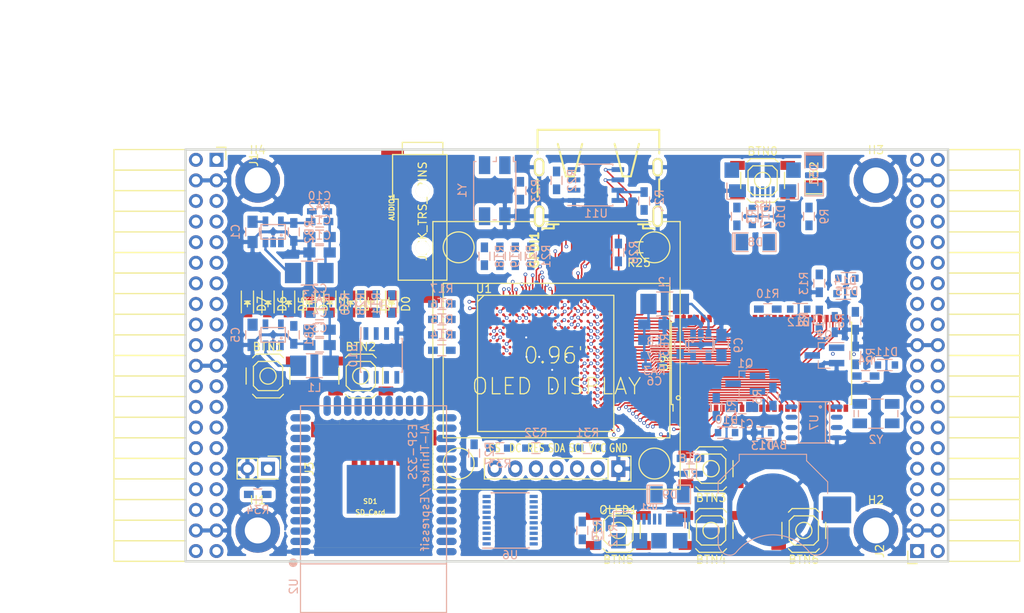
<source format=kicad_pcb>
(kicad_pcb (version 4) (host pcbnew 4.0.5+dfsg1-4)
  (layers (0 F.Cu signal) (1 In1.Cu signal) (2 In2.Cu signal) (31 B.Cu signal) (34 B.Paste user) (35 F.Paste user) (36 B.SilkS user) (37 F.SilkS user) (38 B.Mask user) (39 F.Mask user) (44 Edge.Cuts user))
  (net 0 "")
  (net 1 GND)
  (net 2 +5V)
  (net 3 /gpio/IN5V)
  (net 4 /gpio/OUT5V)
  (net 5 +3V3)
  (net 6 "Net-(L1-Pad1)")
  (net 7 "Net-(L2-Pad1)")
  (net 8 +1V2)
  (net 9 BTN_D)
  (net 10 BTN_F1)
  (net 11 BTN_F2)
  (net 12 BTN_L)
  (net 13 BTN_R)
  (net 14 BTN_U)
  (net 15 /power/FB1)
  (net 16 +2V5)
  (net 17 "Net-(L3-Pad1)")
  (net 18 /power/PWREN)
  (net 19 /power/FB3)
  (net 20 /power/FB2)
  (net 21 "Net-(D9-Pad1)")
  (net 22 /power/VBAT)
  (net 23 JTAG_TDI)
  (net 24 JTAG_TCK)
  (net 25 JTAG_TMS)
  (net 26 JTAG_TDO)
  (net 27 /power/WAKEUPn)
  (net 28 /power/WKUP)
  (net 29 /power/SHUT)
  (net 30 /power/WAKE)
  (net 31 /power/HOLD)
  (net 32 /power/WKn)
  (net 33 /power/OSCI_32k)
  (net 34 /power/OSCO_32k)
  (net 35 FTDI_nSUSPEND)
  (net 36 "Net-(Q2-Pad3)")
  (net 37 SHUTDOWN)
  (net 38 /analog/AUDIO_L)
  (net 39 /analog/AUDIO_R)
  (net 40 GPDI_5V_SCL)
  (net 41 GPDI_5V_SDA)
  (net 42 GPDI_SDA)
  (net 43 GPDI_SCL)
  (net 44 /gpdi/VREF2)
  (net 45 /blinkey/BTNPU)
  (net 46 SD_CMD)
  (net 47 SD_CLK)
  (net 48 SD_D0)
  (net 49 SD_D1)
  (net 50 USB5V)
  (net 51 "Net-(BTN0-Pad1)")
  (net 52 GPDI_CEC)
  (net 53 nRESET)
  (net 54 /usb/FT3V3)
  (net 55 FTDI_nDTR)
  (net 56 SDRAM_CKE)
  (net 57 SDRAM_A7)
  (net 58 SDRAM_D15)
  (net 59 SDRAM_BA1)
  (net 60 SDRAM_D7)
  (net 61 SDRAM_A6)
  (net 62 SDRAM_CLK)
  (net 63 SDRAM_D13)
  (net 64 SDRAM_BA0)
  (net 65 SDRAM_D6)
  (net 66 SDRAM_A5)
  (net 67 SDRAM_D14)
  (net 68 SDRAM_A11)
  (net 69 SDRAM_D12)
  (net 70 SDRAM_D5)
  (net 71 SDRAM_A4)
  (net 72 SDRAM_A10)
  (net 73 SDRAM_D11)
  (net 74 SDRAM_A3)
  (net 75 SDRAM_D4)
  (net 76 SDRAM_D10)
  (net 77 SDRAM_D9)
  (net 78 SDRAM_A9)
  (net 79 SDRAM_D3)
  (net 80 SDRAM_D8)
  (net 81 SDRAM_A8)
  (net 82 SDRAM_A2)
  (net 83 SDRAM_A1)
  (net 84 SDRAM_A0)
  (net 85 SDRAM_D2)
  (net 86 SDRAM_D1)
  (net 87 SDRAM_D0)
  (net 88 SDRAM_DQM0)
  (net 89 SDRAM_nCS)
  (net 90 SDRAM_nRAS)
  (net 91 SDRAM_DQM1)
  (net 92 SDRAM_nCAS)
  (net 93 SDRAM_nWE)
  (net 94 /flash/FLASH_nWP)
  (net 95 /flash/FLASH_nHOLD)
  (net 96 /flash/FLASH_MOSI)
  (net 97 /flash/FLASH_MISO)
  (net 98 /flash/FLASH_SCK)
  (net 99 /flash/FLASH_nCS)
  (net 100 /flash/FPGA_PROGRAMN)
  (net 101 /flash/FPGA_DONE)
  (net 102 /flash/FPGA_INITN)
  (net 103 OLED_RES)
  (net 104 OLED_DC)
  (net 105 OLED_CS)
  (net 106 WIFI_EN)
  (net 107 FTDI_nRTS)
  (net 108 WIFI_GPIO2)
  (net 109 FTDI_TXD)
  (net 110 FTDI_RXD)
  (net 111 WIFI_RXD)
  (net 112 WIFI_GPIO0)
  (net 113 FTDI_nCTS)
  (net 114 WIFI_TXD)
  (net 115 FTDI_nRI)
  (net 116 FTDI_nDCD)
  (net 117 /gpdi/CLK_25MHz)
  (net 118 GPDI_ETH-)
  (net 119 GPDI_ETH+)
  (net 120 GPDI_D2+)
  (net 121 GPDI_D2-)
  (net 122 GPDI_D1+)
  (net 123 GPDI_D1-)
  (net 124 GPDI_D0+)
  (net 125 GPDI_D0-)
  (net 126 GPDI_CLK+)
  (net 127 GPDI_CLK-)
  (net 128 USB_FPGA_D+)
  (net 129 USB_FPGA_D-)
  (net 130 USB_FTDI_D+)
  (net 131 USB_FTDI_D-)
  (net 132 J1_17-)
  (net 133 J1_17+)
  (net 134 J1_23-)
  (net 135 J1_23+)
  (net 136 J1_25-)
  (net 137 J1_25+)
  (net 138 J1_27-)
  (net 139 J1_27+)
  (net 140 J1_29-)
  (net 141 J1_29+)
  (net 142 J1_31-)
  (net 143 J1_31+)
  (net 144 J1_33-)
  (net 145 J1_33+)
  (net 146 J1_35-)
  (net 147 J1_35+)
  (net 148 J2_5-)
  (net 149 J2_5+)
  (net 150 J2_7-)
  (net 151 J2_7+)
  (net 152 J2_9-)
  (net 153 J2_9+)
  (net 154 J2_13-)
  (net 155 J2_13+)
  (net 156 J2_17-)
  (net 157 J2_17+)
  (net 158 J2_11-)
  (net 159 J2_11+)
  (net 160 J2_23-)
  (net 161 J2_23+)
  (net 162 J1_5-)
  (net 163 J1_5+)
  (net 164 J1_7-)
  (net 165 J1_7+)
  (net 166 J1_9-)
  (net 167 J1_9+)
  (net 168 J1_11-)
  (net 169 J1_11+)
  (net 170 J1_13-)
  (net 171 J1_13+)
  (net 172 J1_15-)
  (net 173 J1_15+)
  (net 174 J2_15-)
  (net 175 J2_15+)
  (net 176 J2_25-)
  (net 177 J2_25+)
  (net 178 J2_27-)
  (net 179 J2_27+)
  (net 180 J2_29-)
  (net 181 J2_29+)
  (net 182 J2_31-)
  (net 183 J2_31+)
  (net 184 J2_33-)
  (net 185 J2_33+)
  (net 186 J2_35-)
  (net 187 J2_35+)
  (net 188 SD_D3)
  (net 189 AUDIO_L3)
  (net 190 AUDIO_L2)
  (net 191 AUDIO_L1)
  (net 192 AUDIO_L0)
  (net 193 AUDIO_R3)
  (net 194 AUDIO_R2)
  (net 195 AUDIO_R1)
  (net 196 AUDIO_R0)
  (net 197 FTDI_nDSR)
  (net 198 OLED_CLK)
  (net 199 OLED_MOSI)
  (net 200 WIFI_GPIO15)
  (net 201 LED0)
  (net 202 LED1)
  (net 203 LED2)
  (net 204 LED3)
  (net 205 LED4)
  (net 206 LED5)
  (net 207 LED6)
  (net 208 LED7)
  (net 209 BTN_PWRn)
  (module lfe5bg381:BGA-381_pitch0.8mm_dia0.4mm (layer F.Cu) (at 138.48 87.8)
    (fp_text reference U1 (at -7.6 -9.2) (layer F.SilkS))
    (fp_text value LFE5U-25F-6BG381C)
    (pad A2 smd circle (at -6.8 -7.6) (size 0.35 0.35) (layers F.Cu F.Paste F.Mask) (net 139 J1_27+))
    (pad A3 smd circle (at -6 -7.6) (size 0.35 0.35) (layers F.Cu F.Paste F.Mask) (net 192 AUDIO_L0))
    (pad A4 smd circle (at -5.2 -7.6) (size 0.35 0.35) (layers F.Cu F.Paste F.Mask) (net 137 J1_25+))
    (pad A5 smd circle (at -4.4 -7.6) (size 0.35 0.35) (layers F.Cu F.Paste F.Mask) (net 136 J1_25-))
    (pad A6 smd circle (at -3.6 -7.6) (size 0.35 0.35) (layers F.Cu F.Paste F.Mask) (net 135 J1_23+))
    (pad A7 smd circle (at -2.8 -7.6) (size 0.35 0.35) (layers F.Cu F.Paste F.Mask) (net 173 J1_15+))
    (pad A8 smd circle (at -2 -7.6) (size 0.35 0.35) (layers F.Cu F.Paste F.Mask) (net 172 J1_15-))
    (pad A9 smd circle (at -1.2 -7.6) (size 0.35 0.35) (layers F.Cu F.Paste F.Mask) (net 166 J1_9-))
    (pad A10 smd circle (at -0.4 -7.6) (size 0.35 0.35) (layers F.Cu F.Paste F.Mask) (net 165 J1_7+))
    (pad A11 smd circle (at 0.4 -7.6) (size 0.35 0.35) (layers F.Cu F.Paste F.Mask) (net 164 J1_7-))
    (pad A12 smd circle (at 1.2 -7.6) (size 0.35 0.35) (layers F.Cu F.Paste F.Mask) (net 119 GPDI_ETH+))
    (pad A13 smd circle (at 2 -7.6) (size 0.35 0.35) (layers F.Cu F.Paste F.Mask) (net 118 GPDI_ETH-))
    (pad A14 smd circle (at 2.8 -7.6) (size 0.35 0.35) (layers F.Cu F.Paste F.Mask) (net 120 GPDI_D2+))
    (pad A15 smd circle (at 3.6 -7.6) (size 0.35 0.35) (layers F.Cu F.Paste F.Mask))
    (pad A16 smd circle (at 4.4 -7.6) (size 0.35 0.35) (layers F.Cu F.Paste F.Mask) (net 122 GPDI_D1+))
    (pad A17 smd circle (at 5.2 -7.6) (size 0.35 0.35) (layers F.Cu F.Paste F.Mask) (net 124 GPDI_D0+))
    (pad A18 smd circle (at 6 -7.6) (size 0.35 0.35) (layers F.Cu F.Paste F.Mask) (net 126 GPDI_CLK+))
    (pad A19 smd circle (at 6.8 -7.6) (size 0.35 0.35) (layers F.Cu F.Paste F.Mask) (net 52 GPDI_CEC))
    (pad B1 smd circle (at -7.6 -6.8) (size 0.35 0.35) (layers F.Cu F.Paste F.Mask) (net 138 J1_27-))
    (pad B2 smd circle (at -6.8 -6.8) (size 0.35 0.35) (layers F.Cu F.Paste F.Mask) (net 203 LED2))
    (pad B3 smd circle (at -6 -6.8) (size 0.35 0.35) (layers F.Cu F.Paste F.Mask) (net 193 AUDIO_R3))
    (pad B4 smd circle (at -5.2 -6.8) (size 0.35 0.35) (layers F.Cu F.Paste F.Mask) (net 140 J1_29-))
    (pad B5 smd circle (at -4.4 -6.8) (size 0.35 0.35) (layers F.Cu F.Paste F.Mask) (net 191 AUDIO_L1))
    (pad B6 smd circle (at -3.6 -6.8) (size 0.35 0.35) (layers F.Cu F.Paste F.Mask) (net 134 J1_23-))
    (pad B7 smd circle (at -2.8 -6.8) (size 0.35 0.35) (layers F.Cu F.Paste F.Mask) (net 1 GND))
    (pad B8 smd circle (at -2 -6.8) (size 0.35 0.35) (layers F.Cu F.Paste F.Mask) (net 170 J1_13-))
    (pad B9 smd circle (at -1.2 -6.8) (size 0.35 0.35) (layers F.Cu F.Paste F.Mask) (net 169 J1_11+))
    (pad B10 smd circle (at -0.4 -6.8) (size 0.35 0.35) (layers F.Cu F.Paste F.Mask) (net 167 J1_9+))
    (pad B11 smd circle (at 0.4 -6.8) (size 0.35 0.35) (layers F.Cu F.Paste F.Mask) (net 163 J1_5+))
    (pad B12 smd circle (at 1.2 -6.8) (size 0.35 0.35) (layers F.Cu F.Paste F.Mask) (net 117 /gpdi/CLK_25MHz))
    (pad B13 smd circle (at 2 -6.8) (size 0.35 0.35) (layers F.Cu F.Paste F.Mask) (net 187 J2_35+))
    (pad B14 smd circle (at 2.8 -6.8) (size 0.35 0.35) (layers F.Cu F.Paste F.Mask) (net 1 GND))
    (pad B15 smd circle (at 3.6 -6.8) (size 0.35 0.35) (layers F.Cu F.Paste F.Mask) (net 183 J2_31+))
    (pad B16 smd circle (at 4.4 -6.8) (size 0.35 0.35) (layers F.Cu F.Paste F.Mask) (net 123 GPDI_D1-))
    (pad B17 smd circle (at 5.2 -6.8) (size 0.35 0.35) (layers F.Cu F.Paste F.Mask) (net 179 J2_27+))
    (pad B18 smd circle (at 6 -6.8) (size 0.35 0.35) (layers F.Cu F.Paste F.Mask) (net 125 GPDI_D0-))
    (pad B19 smd circle (at 6.8 -6.8) (size 0.35 0.35) (layers F.Cu F.Paste F.Mask) (net 127 GPDI_CLK-))
    (pad B20 smd circle (at 7.6 -6.8) (size 0.35 0.35) (layers F.Cu F.Paste F.Mask) (net 43 GPDI_SCL))
    (pad C1 smd circle (at -7.6 -6) (size 0.35 0.35) (layers F.Cu F.Paste F.Mask) (net 207 LED6))
    (pad C2 smd circle (at -6.8 -6) (size 0.35 0.35) (layers F.Cu F.Paste F.Mask) (net 204 LED3))
    (pad C3 smd circle (at -6 -6) (size 0.35 0.35) (layers F.Cu F.Paste F.Mask) (net 190 AUDIO_L2))
    (pad C4 smd circle (at -5.2 -6) (size 0.35 0.35) (layers F.Cu F.Paste F.Mask) (net 141 J1_29+))
    (pad C5 smd circle (at -4.4 -6) (size 0.35 0.35) (layers F.Cu F.Paste F.Mask) (net 195 AUDIO_R1))
    (pad C6 smd circle (at -3.6 -6) (size 0.35 0.35) (layers F.Cu F.Paste F.Mask) (net 133 J1_17+))
    (pad C7 smd circle (at -2.8 -6) (size 0.35 0.35) (layers F.Cu F.Paste F.Mask) (net 132 J1_17-))
    (pad C8 smd circle (at -2 -6) (size 0.35 0.35) (layers F.Cu F.Paste F.Mask) (net 171 J1_13+))
    (pad C9 smd circle (at -1.2 -6) (size 0.35 0.35) (layers F.Cu F.Paste F.Mask))
    (pad C10 smd circle (at -0.4 -6) (size 0.35 0.35) (layers F.Cu F.Paste F.Mask) (net 168 J1_11-))
    (pad C11 smd circle (at 0.4 -6) (size 0.35 0.35) (layers F.Cu F.Paste F.Mask) (net 162 J1_5-))
    (pad C12 smd circle (at 1.2 -6) (size 0.35 0.35) (layers F.Cu F.Paste F.Mask) (net 42 GPDI_SDA))
    (pad C13 smd circle (at 2 -6) (size 0.35 0.35) (layers F.Cu F.Paste F.Mask) (net 186 J2_35-))
    (pad C14 smd circle (at 2.8 -6) (size 0.35 0.35) (layers F.Cu F.Paste F.Mask) (net 121 GPDI_D2-))
    (pad C15 smd circle (at 3.6 -6) (size 0.35 0.35) (layers F.Cu F.Paste F.Mask) (net 182 J2_31-))
    (pad C16 smd circle (at 4.4 -6) (size 0.35 0.35) (layers F.Cu F.Paste F.Mask) (net 181 J2_29+))
    (pad C17 smd circle (at 5.2 -6) (size 0.35 0.35) (layers F.Cu F.Paste F.Mask) (net 178 J2_27-))
    (pad C18 smd circle (at 6 -6) (size 0.35 0.35) (layers F.Cu F.Paste F.Mask) (net 161 J2_23+))
    (pad C19 smd circle (at 6.8 -6) (size 0.35 0.35) (layers F.Cu F.Paste F.Mask) (net 1 GND))
    (pad C20 smd circle (at 7.6 -6) (size 0.35 0.35) (layers F.Cu F.Paste F.Mask) (net 58 SDRAM_D15))
    (pad D1 smd circle (at -7.6 -5.2) (size 0.35 0.35) (layers F.Cu F.Paste F.Mask) (net 208 LED7))
    (pad D2 smd circle (at -6.8 -5.2) (size 0.35 0.35) (layers F.Cu F.Paste F.Mask) (net 205 LED4))
    (pad D3 smd circle (at -6 -5.2) (size 0.35 0.35) (layers F.Cu F.Paste F.Mask) (net 194 AUDIO_R2))
    (pad D4 smd circle (at -5.2 -5.2) (size 0.35 0.35) (layers F.Cu F.Paste F.Mask) (net 1 GND))
    (pad D5 smd circle (at -4.4 -5.2) (size 0.35 0.35) (layers F.Cu F.Paste F.Mask) (net 202 LED1))
    (pad D6 smd circle (at -3.6 -5.2) (size 0.35 0.35) (layers F.Cu F.Paste F.Mask) (net 209 BTN_PWRn))
    (pad D7 smd circle (at -2.8 -5.2) (size 0.35 0.35) (layers F.Cu F.Paste F.Mask))
    (pad D8 smd circle (at -2 -5.2) (size 0.35 0.35) (layers F.Cu F.Paste F.Mask))
    (pad D9 smd circle (at -1.2 -5.2) (size 0.35 0.35) (layers F.Cu F.Paste F.Mask))
    (pad D10 smd circle (at -0.4 -5.2) (size 0.35 0.35) (layers F.Cu F.Paste F.Mask))
    (pad D11 smd circle (at 0.4 -5.2) (size 0.35 0.35) (layers F.Cu F.Paste F.Mask) (net 14 BTN_U))
    (pad D12 smd circle (at 1.2 -5.2) (size 0.35 0.35) (layers F.Cu F.Paste F.Mask))
    (pad D13 smd circle (at 2 -5.2) (size 0.35 0.35) (layers F.Cu F.Paste F.Mask) (net 185 J2_33+))
    (pad D14 smd circle (at 2.8 -5.2) (size 0.35 0.35) (layers F.Cu F.Paste F.Mask))
    (pad D15 smd circle (at 3.6 -5.2) (size 0.35 0.35) (layers F.Cu F.Paste F.Mask) (net 177 J2_25+))
    (pad D16 smd circle (at 4.4 -5.2) (size 0.35 0.35) (layers F.Cu F.Paste F.Mask) (net 180 J2_29-))
    (pad D17 smd circle (at 5.2 -5.2) (size 0.35 0.35) (layers F.Cu F.Paste F.Mask) (net 160 J2_23-))
    (pad D18 smd circle (at 6 -5.2) (size 0.35 0.35) (layers F.Cu F.Paste F.Mask) (net 157 J2_17+))
    (pad D19 smd circle (at 6.8 -5.2) (size 0.35 0.35) (layers F.Cu F.Paste F.Mask) (net 67 SDRAM_D14))
    (pad D20 smd circle (at 7.6 -5.2) (size 0.35 0.35) (layers F.Cu F.Paste F.Mask) (net 63 SDRAM_D13))
    (pad E1 smd circle (at -7.6 -4.4) (size 0.35 0.35) (layers F.Cu F.Paste F.Mask) (net 206 LED5))
    (pad E2 smd circle (at -6.8 -4.4) (size 0.35 0.35) (layers F.Cu F.Paste F.Mask))
    (pad E3 smd circle (at -6 -4.4) (size 0.35 0.35) (layers F.Cu F.Paste F.Mask) (net 142 J1_31-))
    (pad E4 smd circle (at -5.2 -4.4) (size 0.35 0.35) (layers F.Cu F.Paste F.Mask) (net 201 LED0))
    (pad E5 smd circle (at -4.4 -4.4) (size 0.35 0.35) (layers F.Cu F.Paste F.Mask) (net 189 AUDIO_L3))
    (pad E6 smd circle (at -3.6 -4.4) (size 0.35 0.35) (layers F.Cu F.Paste F.Mask))
    (pad E7 smd circle (at -2.8 -4.4) (size 0.35 0.35) (layers F.Cu F.Paste F.Mask))
    (pad E8 smd circle (at -2 -4.4) (size 0.35 0.35) (layers F.Cu F.Paste F.Mask))
    (pad E9 smd circle (at -1.2 -4.4) (size 0.35 0.35) (layers F.Cu F.Paste F.Mask))
    (pad E10 smd circle (at -0.4 -4.4) (size 0.35 0.35) (layers F.Cu F.Paste F.Mask))
    (pad E11 smd circle (at 0.4 -4.4) (size 0.35 0.35) (layers F.Cu F.Paste F.Mask))
    (pad E12 smd circle (at 1.2 -4.4) (size 0.35 0.35) (layers F.Cu F.Paste F.Mask))
    (pad E13 smd circle (at 2 -4.4) (size 0.35 0.35) (layers F.Cu F.Paste F.Mask) (net 184 J2_33-))
    (pad E14 smd circle (at 2.8 -4.4) (size 0.35 0.35) (layers F.Cu F.Paste F.Mask))
    (pad E15 smd circle (at 3.6 -4.4) (size 0.35 0.35) (layers F.Cu F.Paste F.Mask) (net 176 J2_25-))
    (pad E16 smd circle (at 4.4 -4.4) (size 0.35 0.35) (layers F.Cu F.Paste F.Mask))
    (pad E17 smd circle (at 5.2 -4.4) (size 0.35 0.35) (layers F.Cu F.Paste F.Mask) (net 156 J2_17-))
    (pad E18 smd circle (at 6 -4.4) (size 0.35 0.35) (layers F.Cu F.Paste F.Mask) (net 75 SDRAM_D4))
    (pad E19 smd circle (at 6.8 -4.4) (size 0.35 0.35) (layers F.Cu F.Paste F.Mask) (net 69 SDRAM_D12))
    (pad E20 smd circle (at 7.6 -4.4) (size 0.35 0.35) (layers F.Cu F.Paste F.Mask) (net 73 SDRAM_D11))
    (pad F1 smd circle (at -7.6 -3.6) (size 0.35 0.35) (layers F.Cu F.Paste F.Mask) (net 110 FTDI_RXD))
    (pad F2 smd circle (at -6.8 -3.6) (size 0.35 0.35) (layers F.Cu F.Paste F.Mask))
    (pad F3 smd circle (at -6 -3.6) (size 0.35 0.35) (layers F.Cu F.Paste F.Mask) (net 144 J1_33-))
    (pad F4 smd circle (at -5.2 -3.6) (size 0.35 0.35) (layers F.Cu F.Paste F.Mask) (net 143 J1_31+))
    (pad F5 smd circle (at -4.4 -3.6) (size 0.35 0.35) (layers F.Cu F.Paste F.Mask) (net 196 AUDIO_R0))
    (pad F6 smd circle (at -3.6 -3.6) (size 0.35 0.35) (layers F.Cu F.Paste F.Mask) (net 16 +2V5))
    (pad F7 smd circle (at -2.8 -3.6) (size 0.35 0.35) (layers F.Cu F.Paste F.Mask) (net 1 GND))
    (pad F8 smd circle (at -2 -3.6) (size 0.35 0.35) (layers F.Cu F.Paste F.Mask) (net 1 GND))
    (pad F9 smd circle (at -1.2 -3.6) (size 0.35 0.35) (layers F.Cu F.Paste F.Mask) (net 5 +3V3))
    (pad F10 smd circle (at -0.4 -3.6) (size 0.35 0.35) (layers F.Cu F.Paste F.Mask) (net 5 +3V3))
    (pad F11 smd circle (at 0.4 -3.6) (size 0.35 0.35) (layers F.Cu F.Paste F.Mask) (net 5 +3V3))
    (pad F12 smd circle (at 1.2 -3.6) (size 0.35 0.35) (layers F.Cu F.Paste F.Mask) (net 5 +3V3))
    (pad F13 smd circle (at 2 -3.6) (size 0.35 0.35) (layers F.Cu F.Paste F.Mask) (net 1 GND))
    (pad F14 smd circle (at 2.8 -3.6) (size 0.35 0.35) (layers F.Cu F.Paste F.Mask) (net 1 GND))
    (pad F15 smd circle (at 3.6 -3.6) (size 0.35 0.35) (layers F.Cu F.Paste F.Mask) (net 16 +2V5))
    (pad F16 smd circle (at 4.4 -3.6) (size 0.35 0.35) (layers F.Cu F.Paste F.Mask))
    (pad F17 smd circle (at 5.2 -3.6) (size 0.35 0.35) (layers F.Cu F.Paste F.Mask) (net 175 J2_15+))
    (pad F18 smd circle (at 6 -3.6) (size 0.35 0.35) (layers F.Cu F.Paste F.Mask) (net 70 SDRAM_D5))
    (pad F19 smd circle (at 6.8 -3.6) (size 0.35 0.35) (layers F.Cu F.Paste F.Mask) (net 76 SDRAM_D10))
    (pad F20 smd circle (at 7.6 -3.6) (size 0.35 0.35) (layers F.Cu F.Paste F.Mask) (net 77 SDRAM_D9))
    (pad G1 smd circle (at -7.6 -2.8) (size 0.35 0.35) (layers F.Cu F.Paste F.Mask) (net 109 FTDI_TXD))
    (pad G2 smd circle (at -6.8 -2.8) (size 0.35 0.35) (layers F.Cu F.Paste F.Mask) (net 111 WIFI_RXD))
    (pad G3 smd circle (at -6 -2.8) (size 0.35 0.35) (layers F.Cu F.Paste F.Mask) (net 145 J1_33+))
    (pad G4 smd circle (at -5.2 -2.8) (size 0.35 0.35) (layers F.Cu F.Paste F.Mask) (net 1 GND))
    (pad G5 smd circle (at -4.4 -2.8) (size 0.35 0.35) (layers F.Cu F.Paste F.Mask) (net 146 J1_35-))
    (pad G6 smd circle (at -3.6 -2.8) (size 0.35 0.35) (layers F.Cu F.Paste F.Mask) (net 1 GND))
    (pad G7 smd circle (at -2.8 -2.8) (size 0.35 0.35) (layers F.Cu F.Paste F.Mask) (net 1 GND))
    (pad G8 smd circle (at -2 -2.8) (size 0.35 0.35) (layers F.Cu F.Paste F.Mask) (net 1 GND))
    (pad G9 smd circle (at -1.2 -2.8) (size 0.35 0.35) (layers F.Cu F.Paste F.Mask) (net 1 GND))
    (pad G10 smd circle (at -0.4 -2.8) (size 0.35 0.35) (layers F.Cu F.Paste F.Mask) (net 1 GND))
    (pad G11 smd circle (at 0.4 -2.8) (size 0.35 0.35) (layers F.Cu F.Paste F.Mask) (net 1 GND))
    (pad G12 smd circle (at 1.2 -2.8) (size 0.35 0.35) (layers F.Cu F.Paste F.Mask) (net 1 GND))
    (pad G13 smd circle (at 2 -2.8) (size 0.35 0.35) (layers F.Cu F.Paste F.Mask) (net 1 GND))
    (pad G14 smd circle (at 2.8 -2.8) (size 0.35 0.35) (layers F.Cu F.Paste F.Mask) (net 1 GND))
    (pad G15 smd circle (at 3.6 -2.8) (size 0.35 0.35) (layers F.Cu F.Paste F.Mask) (net 1 GND))
    (pad G16 smd circle (at 4.4 -2.8) (size 0.35 0.35) (layers F.Cu F.Paste F.Mask))
    (pad G17 smd circle (at 5.2 -2.8) (size 0.35 0.35) (layers F.Cu F.Paste F.Mask) (net 1 GND))
    (pad G18 smd circle (at 6 -2.8) (size 0.35 0.35) (layers F.Cu F.Paste F.Mask) (net 174 J2_15-))
    (pad G19 smd circle (at 6.8 -2.8) (size 0.35 0.35) (layers F.Cu F.Paste F.Mask) (net 80 SDRAM_D8))
    (pad G20 smd circle (at 7.6 -2.8) (size 0.35 0.35) (layers F.Cu F.Paste F.Mask) (net 91 SDRAM_DQM1))
    (pad H1 smd circle (at -7.6 -2) (size 0.35 0.35) (layers F.Cu F.Paste F.Mask) (net 200 WIFI_GPIO15))
    (pad H2 smd circle (at -6.8 -2) (size 0.35 0.35) (layers F.Cu F.Paste F.Mask) (net 114 WIFI_TXD))
    (pad H3 smd circle (at -6 -2) (size 0.35 0.35) (layers F.Cu F.Paste F.Mask))
    (pad H4 smd circle (at -5.2 -2) (size 0.35 0.35) (layers F.Cu F.Paste F.Mask) (net 147 J1_35+))
    (pad H5 smd circle (at -4.4 -2) (size 0.35 0.35) (layers F.Cu F.Paste F.Mask))
    (pad H6 smd circle (at -3.6 -2) (size 0.35 0.35) (layers F.Cu F.Paste F.Mask) (net 5 +3V3))
    (pad H7 smd circle (at -2.8 -2) (size 0.35 0.35) (layers F.Cu F.Paste F.Mask) (net 5 +3V3))
    (pad H8 smd circle (at -2 -2) (size 0.35 0.35) (layers F.Cu F.Paste F.Mask) (net 8 +1V2))
    (pad H9 smd circle (at -1.2 -2) (size 0.35 0.35) (layers F.Cu F.Paste F.Mask) (net 8 +1V2))
    (pad H10 smd circle (at -0.4 -2) (size 0.35 0.35) (layers F.Cu F.Paste F.Mask) (net 8 +1V2))
    (pad H11 smd circle (at 0.4 -2) (size 0.35 0.35) (layers F.Cu F.Paste F.Mask) (net 8 +1V2))
    (pad H12 smd circle (at 1.2 -2) (size 0.35 0.35) (layers F.Cu F.Paste F.Mask) (net 8 +1V2))
    (pad H13 smd circle (at 2 -2) (size 0.35 0.35) (layers F.Cu F.Paste F.Mask) (net 8 +1V2))
    (pad H14 smd circle (at 2.8 -2) (size 0.35 0.35) (layers F.Cu F.Paste F.Mask) (net 5 +3V3))
    (pad H15 smd circle (at 3.6 -2) (size 0.35 0.35) (layers F.Cu F.Paste F.Mask) (net 5 +3V3))
    (pad H16 smd circle (at 4.4 -2) (size 0.35 0.35) (layers F.Cu F.Paste F.Mask))
    (pad H17 smd circle (at 5.2 -2) (size 0.35 0.35) (layers F.Cu F.Paste F.Mask) (net 154 J2_13-))
    (pad H18 smd circle (at 6 -2) (size 0.35 0.35) (layers F.Cu F.Paste F.Mask) (net 155 J2_13+))
    (pad H19 smd circle (at 6.8 -2) (size 0.35 0.35) (layers F.Cu F.Paste F.Mask) (net 1 GND))
    (pad H20 smd circle (at 7.6 -2) (size 0.35 0.35) (layers F.Cu F.Paste F.Mask) (net 62 SDRAM_CLK))
    (pad J1 smd circle (at -7.6 -1.2) (size 0.35 0.35) (layers F.Cu F.Paste F.Mask) (net 198 OLED_CLK))
    (pad J2 smd circle (at -6.8 -1.2) (size 0.35 0.35) (layers F.Cu F.Paste F.Mask) (net 1 GND))
    (pad J3 smd circle (at -6 -1.2) (size 0.35 0.35) (layers F.Cu F.Paste F.Mask) (net 112 WIFI_GPIO0))
    (pad J4 smd circle (at -5.2 -1.2) (size 0.35 0.35) (layers F.Cu F.Paste F.Mask) (net 108 WIFI_GPIO2))
    (pad J5 smd circle (at -4.4 -1.2) (size 0.35 0.35) (layers F.Cu F.Paste F.Mask) (net 113 FTDI_nCTS))
    (pad J6 smd circle (at -3.6 -1.2) (size 0.35 0.35) (layers F.Cu F.Paste F.Mask) (net 5 +3V3))
    (pad J7 smd circle (at -2.8 -1.2) (size 0.35 0.35) (layers F.Cu F.Paste F.Mask) (net 1 GND))
    (pad J8 smd circle (at -2 -1.2) (size 0.35 0.35) (layers F.Cu F.Paste F.Mask) (net 8 +1V2))
    (pad J9 smd circle (at -1.2 -1.2) (size 0.35 0.35) (layers F.Cu F.Paste F.Mask) (net 1 GND))
    (pad J10 smd circle (at -0.4 -1.2) (size 0.35 0.35) (layers F.Cu F.Paste F.Mask) (net 1 GND))
    (pad J11 smd circle (at 0.4 -1.2) (size 0.35 0.35) (layers F.Cu F.Paste F.Mask) (net 1 GND))
    (pad J12 smd circle (at 1.2 -1.2) (size 0.35 0.35) (layers F.Cu F.Paste F.Mask) (net 1 GND))
    (pad J13 smd circle (at 2 -1.2) (size 0.35 0.35) (layers F.Cu F.Paste F.Mask) (net 8 +1V2))
    (pad J14 smd circle (at 2.8 -1.2) (size 0.35 0.35) (layers F.Cu F.Paste F.Mask) (net 1 GND))
    (pad J15 smd circle (at 3.6 -1.2) (size 0.35 0.35) (layers F.Cu F.Paste F.Mask) (net 5 +3V3))
    (pad J16 smd circle (at 4.4 -1.2) (size 0.35 0.35) (layers F.Cu F.Paste F.Mask))
    (pad J17 smd circle (at 5.2 -1.2) (size 0.35 0.35) (layers F.Cu F.Paste F.Mask))
    (pad J18 smd circle (at 6 -1.2) (size 0.35 0.35) (layers F.Cu F.Paste F.Mask) (net 79 SDRAM_D3))
    (pad J19 smd circle (at 6.8 -1.2) (size 0.35 0.35) (layers F.Cu F.Paste F.Mask) (net 56 SDRAM_CKE))
    (pad J20 smd circle (at 7.6 -1.2) (size 0.35 0.35) (layers F.Cu F.Paste F.Mask) (net 68 SDRAM_A11))
    (pad K1 smd circle (at -7.6 -0.4) (size 0.35 0.35) (layers F.Cu F.Paste F.Mask) (net 55 FTDI_nDTR))
    (pad K2 smd circle (at -6.8 -0.4) (size 0.35 0.35) (layers F.Cu F.Paste F.Mask) (net 199 OLED_MOSI))
    (pad K3 smd circle (at -6 -0.4) (size 0.35 0.35) (layers F.Cu F.Paste F.Mask) (net 107 FTDI_nRTS))
    (pad K4 smd circle (at -5.2 -0.4) (size 0.35 0.35) (layers F.Cu F.Paste F.Mask) (net 103 OLED_RES))
    (pad K5 smd circle (at -4.4 -0.4) (size 0.35 0.35) (layers F.Cu F.Paste F.Mask) (net 104 OLED_DC))
    (pad K6 smd circle (at -3.6 -0.4) (size 0.35 0.35) (layers F.Cu F.Paste F.Mask) (net 1 GND))
    (pad K7 smd circle (at -2.8 -0.4) (size 0.35 0.35) (layers F.Cu F.Paste F.Mask) (net 1 GND))
    (pad K8 smd circle (at -2 -0.4) (size 0.35 0.35) (layers F.Cu F.Paste F.Mask) (net 8 +1V2))
    (pad K9 smd circle (at -1.2 -0.4) (size 0.35 0.35) (layers F.Cu F.Paste F.Mask) (net 1 GND))
    (pad K10 smd circle (at -0.4 -0.4) (size 0.35 0.35) (layers F.Cu F.Paste F.Mask) (net 1 GND))
    (pad K11 smd circle (at 0.4 -0.4) (size 0.35 0.35) (layers F.Cu F.Paste F.Mask) (net 1 GND))
    (pad K12 smd circle (at 1.2 -0.4) (size 0.35 0.35) (layers F.Cu F.Paste F.Mask) (net 1 GND))
    (pad K13 smd circle (at 2 -0.4) (size 0.35 0.35) (layers F.Cu F.Paste F.Mask) (net 8 +1V2))
    (pad K14 smd circle (at 2.8 -0.4) (size 0.35 0.35) (layers F.Cu F.Paste F.Mask) (net 1 GND))
    (pad K15 smd circle (at 3.6 -0.4) (size 0.35 0.35) (layers F.Cu F.Paste F.Mask) (net 1 GND))
    (pad K16 smd circle (at 4.4 -0.4) (size 0.35 0.35) (layers F.Cu F.Paste F.Mask))
    (pad K17 smd circle (at 5.2 -0.4) (size 0.35 0.35) (layers F.Cu F.Paste F.Mask))
    (pad K18 smd circle (at 6 -0.4) (size 0.35 0.35) (layers F.Cu F.Paste F.Mask) (net 85 SDRAM_D2))
    (pad K19 smd circle (at 6.8 -0.4) (size 0.35 0.35) (layers F.Cu F.Paste F.Mask) (net 78 SDRAM_A9))
    (pad K20 smd circle (at 7.6 -0.4) (size 0.35 0.35) (layers F.Cu F.Paste F.Mask) (net 81 SDRAM_A8))
    (pad L1 smd circle (at -7.6 0.4) (size 0.35 0.35) (layers F.Cu F.Paste F.Mask) (net 48 SD_D0))
    (pad L2 smd circle (at -6.8 0.4) (size 0.35 0.35) (layers F.Cu F.Paste F.Mask) (net 116 FTDI_nDCD))
    (pad L3 smd circle (at -6 0.4) (size 0.35 0.35) (layers F.Cu F.Paste F.Mask))
    (pad L4 smd circle (at -5.2 0.4) (size 0.35 0.35) (layers F.Cu F.Paste F.Mask) (net 106 WIFI_EN))
    (pad L5 smd circle (at -4.4 0.4) (size 0.35 0.35) (layers F.Cu F.Paste F.Mask) (net 197 FTDI_nDSR))
    (pad L6 smd circle (at -3.6 0.4) (size 0.35 0.35) (layers F.Cu F.Paste F.Mask) (net 5 +3V3))
    (pad L7 smd circle (at -2.8 0.4) (size 0.35 0.35) (layers F.Cu F.Paste F.Mask) (net 5 +3V3))
    (pad L8 smd circle (at -2 0.4) (size 0.35 0.35) (layers F.Cu F.Paste F.Mask) (net 8 +1V2))
    (pad L9 smd circle (at -1.2 0.4) (size 0.35 0.35) (layers F.Cu F.Paste F.Mask) (net 1 GND))
    (pad L10 smd circle (at -0.4 0.4) (size 0.35 0.35) (layers F.Cu F.Paste F.Mask) (net 1 GND))
    (pad L11 smd circle (at 0.4 0.4) (size 0.35 0.35) (layers F.Cu F.Paste F.Mask) (net 1 GND))
    (pad L12 smd circle (at 1.2 0.4) (size 0.35 0.35) (layers F.Cu F.Paste F.Mask) (net 1 GND))
    (pad L13 smd circle (at 2 0.4) (size 0.35 0.35) (layers F.Cu F.Paste F.Mask) (net 8 +1V2))
    (pad L14 smd circle (at 2.8 0.4) (size 0.35 0.35) (layers F.Cu F.Paste F.Mask) (net 5 +3V3))
    (pad L15 smd circle (at 3.6 0.4) (size 0.35 0.35) (layers F.Cu F.Paste F.Mask) (net 5 +3V3))
    (pad L16 smd circle (at 4.4 0.4) (size 0.35 0.35) (layers F.Cu F.Paste F.Mask) (net 159 J2_11+))
    (pad L17 smd circle (at 5.2 0.4) (size 0.35 0.35) (layers F.Cu F.Paste F.Mask) (net 158 J2_11-))
    (pad L18 smd circle (at 6 0.4) (size 0.35 0.35) (layers F.Cu F.Paste F.Mask) (net 86 SDRAM_D1))
    (pad L19 smd circle (at 6.8 0.4) (size 0.35 0.35) (layers F.Cu F.Paste F.Mask) (net 57 SDRAM_A7))
    (pad L20 smd circle (at 7.6 0.4) (size 0.35 0.35) (layers F.Cu F.Paste F.Mask) (net 61 SDRAM_A6))
    (pad M1 smd circle (at -7.6 1.2) (size 0.35 0.35) (layers F.Cu F.Paste F.Mask) (net 46 SD_CMD))
    (pad M2 smd circle (at -6.8 1.2) (size 0.35 0.35) (layers F.Cu F.Paste F.Mask) (net 1 GND))
    (pad M3 smd circle (at -6 1.2) (size 0.35 0.35) (layers F.Cu F.Paste F.Mask) (net 129 USB_FPGA_D-))
    (pad M4 smd circle (at -5.2 1.2) (size 0.35 0.35) (layers F.Cu F.Paste F.Mask))
    (pad M5 smd circle (at -4.4 1.2) (size 0.35 0.35) (layers F.Cu F.Paste F.Mask))
    (pad M6 smd circle (at -3.6 1.2) (size 0.35 0.35) (layers F.Cu F.Paste F.Mask) (net 5 +3V3))
    (pad M7 smd circle (at -2.8 1.2) (size 0.35 0.35) (layers F.Cu F.Paste F.Mask) (net 1 GND))
    (pad M8 smd circle (at -2 1.2) (size 0.35 0.35) (layers F.Cu F.Paste F.Mask) (net 8 +1V2))
    (pad M9 smd circle (at -1.2 1.2) (size 0.35 0.35) (layers F.Cu F.Paste F.Mask) (net 1 GND))
    (pad M10 smd circle (at -0.4 1.2) (size 0.35 0.35) (layers F.Cu F.Paste F.Mask) (net 1 GND))
    (pad M11 smd circle (at 0.4 1.2) (size 0.35 0.35) (layers F.Cu F.Paste F.Mask) (net 1 GND))
    (pad M12 smd circle (at 1.2 1.2) (size 0.35 0.35) (layers F.Cu F.Paste F.Mask) (net 1 GND))
    (pad M13 smd circle (at 2 1.2) (size 0.35 0.35) (layers F.Cu F.Paste F.Mask) (net 8 +1V2))
    (pad M14 smd circle (at 2.8 1.2) (size 0.35 0.35) (layers F.Cu F.Paste F.Mask) (net 1 GND))
    (pad M15 smd circle (at 3.6 1.2) (size 0.35 0.35) (layers F.Cu F.Paste F.Mask) (net 5 +3V3))
    (pad M16 smd circle (at 4.4 1.2) (size 0.35 0.35) (layers F.Cu F.Paste F.Mask) (net 1 GND))
    (pad M17 smd circle (at 5.2 1.2) (size 0.35 0.35) (layers F.Cu F.Paste F.Mask) (net 152 J2_9-))
    (pad M18 smd circle (at 6 1.2) (size 0.35 0.35) (layers F.Cu F.Paste F.Mask) (net 87 SDRAM_D0))
    (pad M19 smd circle (at 6.8 1.2) (size 0.35 0.35) (layers F.Cu F.Paste F.Mask) (net 66 SDRAM_A5))
    (pad M20 smd circle (at 7.6 1.2) (size 0.35 0.35) (layers F.Cu F.Paste F.Mask) (net 71 SDRAM_A4))
    (pad N1 smd circle (at -7.6 2) (size 0.35 0.35) (layers F.Cu F.Paste F.Mask) (net 47 SD_CLK))
    (pad N2 smd circle (at -6.8 2) (size 0.35 0.35) (layers F.Cu F.Paste F.Mask) (net 49 SD_D1))
    (pad N3 smd circle (at -6 2) (size 0.35 0.35) (layers F.Cu F.Paste F.Mask) (net 128 USB_FPGA_D+))
    (pad N4 smd circle (at -5.2 2) (size 0.35 0.35) (layers F.Cu F.Paste F.Mask) (net 105 OLED_CS))
    (pad N5 smd circle (at -4.4 2) (size 0.35 0.35) (layers F.Cu F.Paste F.Mask))
    (pad N6 smd circle (at -3.6 2) (size 0.35 0.35) (layers F.Cu F.Paste F.Mask) (net 1 GND))
    (pad N7 smd circle (at -2.8 2) (size 0.35 0.35) (layers F.Cu F.Paste F.Mask) (net 1 GND))
    (pad N8 smd circle (at -2 2) (size 0.35 0.35) (layers F.Cu F.Paste F.Mask) (net 8 +1V2))
    (pad N9 smd circle (at -1.2 2) (size 0.35 0.35) (layers F.Cu F.Paste F.Mask) (net 8 +1V2))
    (pad N10 smd circle (at -0.4 2) (size 0.35 0.35) (layers F.Cu F.Paste F.Mask) (net 8 +1V2))
    (pad N11 smd circle (at 0.4 2) (size 0.35 0.35) (layers F.Cu F.Paste F.Mask) (net 8 +1V2))
    (pad N12 smd circle (at 1.2 2) (size 0.35 0.35) (layers F.Cu F.Paste F.Mask) (net 8 +1V2))
    (pad N13 smd circle (at 2 2) (size 0.35 0.35) (layers F.Cu F.Paste F.Mask) (net 8 +1V2))
    (pad N14 smd circle (at 2.8 2) (size 0.35 0.35) (layers F.Cu F.Paste F.Mask) (net 1 GND))
    (pad N15 smd circle (at 3.6 2) (size 0.35 0.35) (layers F.Cu F.Paste F.Mask) (net 1 GND))
    (pad N16 smd circle (at 4.4 2) (size 0.35 0.35) (layers F.Cu F.Paste F.Mask) (net 153 J2_9+))
    (pad N17 smd circle (at 5.2 2) (size 0.35 0.35) (layers F.Cu F.Paste F.Mask) (net 151 J2_7+))
    (pad N18 smd circle (at 6 2) (size 0.35 0.35) (layers F.Cu F.Paste F.Mask) (net 65 SDRAM_D6))
    (pad N19 smd circle (at 6.8 2) (size 0.35 0.35) (layers F.Cu F.Paste F.Mask) (net 74 SDRAM_A3))
    (pad N20 smd circle (at 7.6 2) (size 0.35 0.35) (layers F.Cu F.Paste F.Mask) (net 82 SDRAM_A2))
    (pad P1 smd circle (at -7.6 2.8) (size 0.35 0.35) (layers F.Cu F.Paste F.Mask) (net 188 SD_D3))
    (pad P2 smd circle (at -6.8 2.8) (size 0.35 0.35) (layers F.Cu F.Paste F.Mask))
    (pad P3 smd circle (at -6 2.8) (size 0.35 0.35) (layers F.Cu F.Paste F.Mask))
    (pad P4 smd circle (at -5.2 2.8) (size 0.35 0.35) (layers F.Cu F.Paste F.Mask))
    (pad P5 smd circle (at -4.4 2.8) (size 0.35 0.35) (layers F.Cu F.Paste F.Mask) (net 115 FTDI_nRI))
    (pad P6 smd circle (at -3.6 2.8) (size 0.35 0.35) (layers F.Cu F.Paste F.Mask) (net 16 +2V5))
    (pad P7 smd circle (at -2.8 2.8) (size 0.35 0.35) (layers F.Cu F.Paste F.Mask) (net 1 GND))
    (pad P8 smd circle (at -2 2.8) (size 0.35 0.35) (layers F.Cu F.Paste F.Mask) (net 1 GND))
    (pad P9 smd circle (at -1.2 2.8) (size 0.35 0.35) (layers F.Cu F.Paste F.Mask) (net 5 +3V3))
    (pad P10 smd circle (at -0.4 2.8) (size 0.35 0.35) (layers F.Cu F.Paste F.Mask) (net 5 +3V3))
    (pad P11 smd circle (at 0.4 2.8) (size 0.35 0.35) (layers F.Cu F.Paste F.Mask) (net 1 GND))
    (pad P12 smd circle (at 1.2 2.8) (size 0.35 0.35) (layers F.Cu F.Paste F.Mask) (net 1 GND))
    (pad P13 smd circle (at 2 2.8) (size 0.35 0.35) (layers F.Cu F.Paste F.Mask) (net 1 GND))
    (pad P14 smd circle (at 2.8 2.8) (size 0.35 0.35) (layers F.Cu F.Paste F.Mask) (net 1 GND))
    (pad P15 smd circle (at 3.6 2.8) (size 0.35 0.35) (layers F.Cu F.Paste F.Mask) (net 16 +2V5))
    (pad P16 smd circle (at 4.4 2.8) (size 0.35 0.35) (layers F.Cu F.Paste F.Mask) (net 150 J2_7-))
    (pad P17 smd circle (at 5.2 2.8) (size 0.35 0.35) (layers F.Cu F.Paste F.Mask))
    (pad P18 smd circle (at 6 2.8) (size 0.35 0.35) (layers F.Cu F.Paste F.Mask) (net 60 SDRAM_D7))
    (pad P19 smd circle (at 6.8 2.8) (size 0.35 0.35) (layers F.Cu F.Paste F.Mask) (net 83 SDRAM_A1))
    (pad P20 smd circle (at 7.6 2.8) (size 0.35 0.35) (layers F.Cu F.Paste F.Mask) (net 84 SDRAM_A0))
    (pad R1 smd circle (at -7.6 3.6) (size 0.35 0.35) (layers F.Cu F.Paste F.Mask) (net 10 BTN_F1))
    (pad R2 smd circle (at -6.8 3.6) (size 0.35 0.35) (layers F.Cu F.Paste F.Mask) (net 99 /flash/FLASH_nCS))
    (pad R3 smd circle (at -6 3.6) (size 0.35 0.35) (layers F.Cu F.Paste F.Mask))
    (pad R4 smd circle (at -5.2 3.6) (size 0.35 0.35) (layers F.Cu F.Paste F.Mask) (net 1 GND))
    (pad R5 smd circle (at -4.4 3.6) (size 0.35 0.35) (layers F.Cu F.Paste F.Mask) (net 23 JTAG_TDI))
    (pad R16 smd circle (at 4.4 3.6) (size 0.35 0.35) (layers F.Cu F.Paste F.Mask))
    (pad R17 smd circle (at 5.2 3.6) (size 0.35 0.35) (layers F.Cu F.Paste F.Mask))
    (pad R18 smd circle (at 6 3.6) (size 0.35 0.35) (layers F.Cu F.Paste F.Mask) (net 88 SDRAM_DQM0))
    (pad R19 smd circle (at 6.8 3.6) (size 0.35 0.35) (layers F.Cu F.Paste F.Mask) (net 1 GND))
    (pad R20 smd circle (at 7.6 3.6) (size 0.35 0.35) (layers F.Cu F.Paste F.Mask) (net 72 SDRAM_A10))
    (pad T1 smd circle (at -7.6 4.4) (size 0.35 0.35) (layers F.Cu F.Paste F.Mask) (net 11 BTN_F2))
    (pad T2 smd circle (at -6.8 4.4) (size 0.35 0.35) (layers F.Cu F.Paste F.Mask) (net 5 +3V3))
    (pad T3 smd circle (at -6 4.4) (size 0.35 0.35) (layers F.Cu F.Paste F.Mask) (net 5 +3V3))
    (pad T4 smd circle (at -5.2 4.4) (size 0.35 0.35) (layers F.Cu F.Paste F.Mask) (net 5 +3V3))
    (pad T5 smd circle (at -4.4 4.4) (size 0.35 0.35) (layers F.Cu F.Paste F.Mask) (net 24 JTAG_TCK))
    (pad T6 smd circle (at -3.6 4.4) (size 0.35 0.35) (layers F.Cu F.Paste F.Mask) (net 1 GND))
    (pad T7 smd circle (at -2.8 4.4) (size 0.35 0.35) (layers F.Cu F.Paste F.Mask) (net 1 GND))
    (pad T8 smd circle (at -2 4.4) (size 0.35 0.35) (layers F.Cu F.Paste F.Mask) (net 1 GND))
    (pad T9 smd circle (at -1.2 4.4) (size 0.35 0.35) (layers F.Cu F.Paste F.Mask) (net 1 GND))
    (pad T10 smd circle (at -0.4 4.4) (size 0.35 0.35) (layers F.Cu F.Paste F.Mask) (net 1 GND))
    (pad T11 smd circle (at 0.4 4.4) (size 0.35 0.35) (layers F.Cu F.Paste F.Mask))
    (pad T12 smd circle (at 1.2 4.4) (size 0.35 0.35) (layers F.Cu F.Paste F.Mask))
    (pad T13 smd circle (at 2 4.4) (size 0.35 0.35) (layers F.Cu F.Paste F.Mask))
    (pad T14 smd circle (at 2.8 4.4) (size 0.35 0.35) (layers F.Cu F.Paste F.Mask))
    (pad T15 smd circle (at 3.6 4.4) (size 0.35 0.35) (layers F.Cu F.Paste F.Mask))
    (pad T16 smd circle (at 4.4 4.4) (size 0.35 0.35) (layers F.Cu F.Paste F.Mask))
    (pad T17 smd circle (at 5.2 4.4) (size 0.35 0.35) (layers F.Cu F.Paste F.Mask) (net 92 SDRAM_nCAS))
    (pad T18 smd circle (at 6 4.4) (size 0.35 0.35) (layers F.Cu F.Paste F.Mask) (net 93 SDRAM_nWE))
    (pad T19 smd circle (at 6.8 4.4) (size 0.35 0.35) (layers F.Cu F.Paste F.Mask) (net 59 SDRAM_BA1))
    (pad T20 smd circle (at 7.6 4.4) (size 0.35 0.35) (layers F.Cu F.Paste F.Mask) (net 64 SDRAM_BA0))
    (pad U1 smd circle (at -7.6 5.2) (size 0.35 0.35) (layers F.Cu F.Paste F.Mask) (net 14 BTN_U))
    (pad U2 smd circle (at -6.8 5.2) (size 0.35 0.35) (layers F.Cu F.Paste F.Mask) (net 5 +3V3))
    (pad U3 smd circle (at -6 5.2) (size 0.35 0.35) (layers F.Cu F.Paste F.Mask) (net 98 /flash/FLASH_SCK))
    (pad U4 smd circle (at -5.2 5.2) (size 0.35 0.35) (layers F.Cu F.Paste F.Mask) (net 1 GND))
    (pad U5 smd circle (at -4.4 5.2) (size 0.35 0.35) (layers F.Cu F.Paste F.Mask) (net 25 JTAG_TMS))
    (pad U6 smd circle (at -3.6 5.2) (size 0.35 0.35) (layers F.Cu F.Paste F.Mask) (net 1 GND))
    (pad U7 smd circle (at -2.8 5.2) (size 0.35 0.35) (layers F.Cu F.Paste F.Mask) (net 1 GND))
    (pad U8 smd circle (at -2 5.2) (size 0.35 0.35) (layers F.Cu F.Paste F.Mask) (net 1 GND))
    (pad U9 smd circle (at -1.2 5.2) (size 0.35 0.35) (layers F.Cu F.Paste F.Mask) (net 1 GND))
    (pad U10 smd circle (at -0.4 5.2) (size 0.35 0.35) (layers F.Cu F.Paste F.Mask) (net 1 GND))
    (pad U11 smd circle (at 0.4 5.2) (size 0.35 0.35) (layers F.Cu F.Paste F.Mask) (net 1 GND))
    (pad U12 smd circle (at 1.2 5.2) (size 0.35 0.35) (layers F.Cu F.Paste F.Mask) (net 1 GND))
    (pad U13 smd circle (at 2 5.2) (size 0.35 0.35) (layers F.Cu F.Paste F.Mask) (net 1 GND))
    (pad U14 smd circle (at 2.8 5.2) (size 0.35 0.35) (layers F.Cu F.Paste F.Mask) (net 1 GND))
    (pad U15 smd circle (at 3.6 5.2) (size 0.35 0.35) (layers F.Cu F.Paste F.Mask))
    (pad U16 smd circle (at 4.4 5.2) (size 0.35 0.35) (layers F.Cu F.Paste F.Mask))
    (pad U17 smd circle (at 5.2 5.2) (size 0.35 0.35) (layers F.Cu F.Paste F.Mask) (net 148 J2_5-))
    (pad U18 smd circle (at 6 5.2) (size 0.35 0.35) (layers F.Cu F.Paste F.Mask) (net 149 J2_5+))
    (pad U19 smd circle (at 6.8 5.2) (size 0.35 0.35) (layers F.Cu F.Paste F.Mask) (net 89 SDRAM_nCS))
    (pad U20 smd circle (at 7.6 5.2) (size 0.35 0.35) (layers F.Cu F.Paste F.Mask) (net 90 SDRAM_nRAS))
    (pad V1 smd circle (at -7.6 6) (size 0.35 0.35) (layers F.Cu F.Paste F.Mask) (net 9 BTN_D))
    (pad V2 smd circle (at -6.8 6) (size 0.35 0.35) (layers F.Cu F.Paste F.Mask) (net 97 /flash/FLASH_MISO))
    (pad V3 smd circle (at -6 6) (size 0.35 0.35) (layers F.Cu F.Paste F.Mask) (net 102 /flash/FPGA_INITN))
    (pad V4 smd circle (at -5.2 6) (size 0.35 0.35) (layers F.Cu F.Paste F.Mask) (net 26 JTAG_TDO))
    (pad V5 smd circle (at -4.4 6) (size 0.35 0.35) (layers F.Cu F.Paste F.Mask) (net 1 GND))
    (pad V6 smd circle (at -3.6 6) (size 0.35 0.35) (layers F.Cu F.Paste F.Mask) (net 1 GND))
    (pad V7 smd circle (at -2.8 6) (size 0.35 0.35) (layers F.Cu F.Paste F.Mask) (net 1 GND))
    (pad V8 smd circle (at -2 6) (size 0.35 0.35) (layers F.Cu F.Paste F.Mask) (net 1 GND))
    (pad V9 smd circle (at -1.2 6) (size 0.35 0.35) (layers F.Cu F.Paste F.Mask) (net 1 GND))
    (pad V10 smd circle (at -0.4 6) (size 0.35 0.35) (layers F.Cu F.Paste F.Mask) (net 1 GND))
    (pad V11 smd circle (at 0.4 6) (size 0.35 0.35) (layers F.Cu F.Paste F.Mask) (net 1 GND))
    (pad V12 smd circle (at 1.2 6) (size 0.35 0.35) (layers F.Cu F.Paste F.Mask) (net 1 GND))
    (pad V13 smd circle (at 2 6) (size 0.35 0.35) (layers F.Cu F.Paste F.Mask) (net 1 GND))
    (pad V14 smd circle (at 2.8 6) (size 0.35 0.35) (layers F.Cu F.Paste F.Mask) (net 1 GND))
    (pad V15 smd circle (at 3.6 6) (size 0.35 0.35) (layers F.Cu F.Paste F.Mask) (net 1 GND))
    (pad V16 smd circle (at 4.4 6) (size 0.35 0.35) (layers F.Cu F.Paste F.Mask) (net 1 GND))
    (pad V17 smd circle (at 5.2 6) (size 0.35 0.35) (layers F.Cu F.Paste F.Mask))
    (pad V18 smd circle (at 6 6) (size 0.35 0.35) (layers F.Cu F.Paste F.Mask))
    (pad V19 smd circle (at 6.8 6) (size 0.35 0.35) (layers F.Cu F.Paste F.Mask) (net 1 GND))
    (pad V20 smd circle (at 7.6 6) (size 0.35 0.35) (layers F.Cu F.Paste F.Mask) (net 1 GND))
    (pad W1 smd circle (at -7.6 6.8) (size 0.35 0.35) (layers F.Cu F.Paste F.Mask) (net 12 BTN_L))
    (pad W2 smd circle (at -6.8 6.8) (size 0.35 0.35) (layers F.Cu F.Paste F.Mask) (net 96 /flash/FLASH_MOSI))
    (pad W3 smd circle (at -6 6.8) (size 0.35 0.35) (layers F.Cu F.Paste F.Mask) (net 100 /flash/FPGA_PROGRAMN))
    (pad W4 smd circle (at -5.2 6.8) (size 0.35 0.35) (layers F.Cu F.Paste F.Mask))
    (pad W5 smd circle (at -4.4 6.8) (size 0.35 0.35) (layers F.Cu F.Paste F.Mask))
    (pad W6 smd circle (at -3.6 6.8) (size 0.35 0.35) (layers F.Cu F.Paste F.Mask) (net 1 GND))
    (pad W7 smd circle (at -2.8 6.8) (size 0.35 0.35) (layers F.Cu F.Paste F.Mask) (net 1 GND))
    (pad W8 smd circle (at -2 6.8) (size 0.35 0.35) (layers F.Cu F.Paste F.Mask))
    (pad W9 smd circle (at -1.2 6.8) (size 0.35 0.35) (layers F.Cu F.Paste F.Mask))
    (pad W10 smd circle (at -0.4 6.8) (size 0.35 0.35) (layers F.Cu F.Paste F.Mask))
    (pad W11 smd circle (at 0.4 6.8) (size 0.35 0.35) (layers F.Cu F.Paste F.Mask))
    (pad W12 smd circle (at 1.2 6.8) (size 0.35 0.35) (layers F.Cu F.Paste F.Mask) (net 1 GND))
    (pad W13 smd circle (at 2 6.8) (size 0.35 0.35) (layers F.Cu F.Paste F.Mask))
    (pad W14 smd circle (at 2.8 6.8) (size 0.35 0.35) (layers F.Cu F.Paste F.Mask))
    (pad W15 smd circle (at 3.6 6.8) (size 0.35 0.35) (layers F.Cu F.Paste F.Mask) (net 1 GND))
    (pad W16 smd circle (at 4.4 6.8) (size 0.35 0.35) (layers F.Cu F.Paste F.Mask) (net 1 GND))
    (pad W17 smd circle (at 5.2 6.8) (size 0.35 0.35) (layers F.Cu F.Paste F.Mask))
    (pad W18 smd circle (at 6 6.8) (size 0.35 0.35) (layers F.Cu F.Paste F.Mask))
    (pad W19 smd circle (at 6.8 6.8) (size 0.35 0.35) (layers F.Cu F.Paste F.Mask) (net 1 GND))
    (pad W20 smd circle (at 7.6 6.8) (size 0.35 0.35) (layers F.Cu F.Paste F.Mask))
    (pad Y2 smd circle (at -6.8 7.6) (size 0.35 0.35) (layers F.Cu F.Paste F.Mask) (net 13 BTN_R))
    (pad Y3 smd circle (at -6 7.6) (size 0.35 0.35) (layers F.Cu F.Paste F.Mask) (net 101 /flash/FPGA_DONE))
    (pad Y5 smd circle (at -4.4 7.6) (size 0.35 0.35) (layers F.Cu F.Paste F.Mask) (net 1 GND))
    (pad Y6 smd circle (at -3.6 7.6) (size 0.35 0.35) (layers F.Cu F.Paste F.Mask) (net 1 GND))
    (pad Y7 smd circle (at -2.8 7.6) (size 0.35 0.35) (layers F.Cu F.Paste F.Mask) (net 1 GND))
    (pad Y8 smd circle (at -2 7.6) (size 0.35 0.35) (layers F.Cu F.Paste F.Mask) (net 1 GND))
    (pad Y11 smd circle (at 0.4 7.6) (size 0.35 0.35) (layers F.Cu F.Paste F.Mask) (net 1 GND))
    (pad Y12 smd circle (at 1.2 7.6) (size 0.35 0.35) (layers F.Cu F.Paste F.Mask) (net 1 GND))
    (pad Y14 smd circle (at 2.8 7.6) (size 0.35 0.35) (layers F.Cu F.Paste F.Mask))
    (pad Y15 smd circle (at 3.6 7.6) (size 0.35 0.35) (layers F.Cu F.Paste F.Mask))
    (pad Y16 smd circle (at 4.4 7.6) (size 0.35 0.35) (layers F.Cu F.Paste F.Mask))
    (pad Y17 smd circle (at 5.2 7.6) (size 0.35 0.35) (layers F.Cu F.Paste F.Mask))
    (pad Y19 smd circle (at 6.8 7.6) (size 0.35 0.35) (layers F.Cu F.Paste F.Mask))
  )
  (module Keystone_3000_1x12mm-CoinCell:Keystone_3000_1x12mm-CoinCell (layer B.Cu) (at 166.49 105.87 180)
    (fp_text reference BAT1 (at 0 8 180) (layer B.SilkS) (effects (justify mirror)))
    (fp_text value CR1225)
    (pad 1 smd rect (at -7.9 0 180) (size 3.5 3.3) (layers B.Cu B.Paste B.Mask) (net 22 /power/VBAT))
    (pad 1 smd rect (at 7.9 0 180) (size 3.5 3.3) (layers B.Cu B.Paste B.Mask) (net 22 /power/VBAT))
    (pad 2 smd circle (at 0 0 180) (size 9 9) (layers B.Cu B.Mask) (net 1 GND))
  )
  (module SMD_Packages:SMD-1206_Pol (layer F.Cu) (at 171.57 64.341 90)
    (fp_text reference D52 (at 0 0 90) (layer F.SilkS))
    (fp_text value 2A)
    (pad 1 smd rect (at -1.651 0 90) (size 1.524 2.032) (layers F.Cu F.Paste F.Mask) (net 4 /gpio/OUT5V))
    (pad 2 smd rect (at 1.651 0 90) (size 1.524 2.032) (layers F.Cu F.Paste F.Mask) (net 2 +5V))
  )
  (module SMD_Packages:SMD-1206_Pol (layer B.Cu) (at 171.57 64.595 270)
    (fp_text reference D51 (at 0 0 270) (layer B.SilkS) (effects (justify mirror)))
    (fp_text value 2A)
    (pad 1 smd rect (at -1.651 0 270) (size 1.524 2.032) (layers B.Cu B.Paste B.Mask) (net 2 +5V))
    (pad 2 smd rect (at 1.651 0 270) (size 1.524 2.032) (layers B.Cu B.Paste B.Mask) (net 3 /gpio/IN5V))
  )
  (module micro-sd:MicroSD_TF02D (layer F.Cu) (at 116.87 110.52 180)
    (fp_text reference SD1 (at 0 5.7 180) (layer F.SilkS) (effects (font (size 0.59944 0.59944) (thickness 0.12446))))
    (fp_text value SD_Card (at 0 4.35 180) (layer F.SilkS) (effects (font (size 0.59944 0.59944) (thickness 0.12446))))
    (pad 1 smd rect (at 1.94 11 180) (size 0.7 1.8) (layers F.Cu F.Paste F.Mask) (net 188 SD_D3))
    (pad 2 smd rect (at 0.84 11 180) (size 0.7 1.8) (layers F.Cu F.Paste F.Mask) (net 46 SD_CMD))
    (pad 3 smd rect (at -0.26 11 180) (size 0.7 1.8) (layers F.Cu F.Paste F.Mask) (net 1 GND))
    (pad 4 smd rect (at -1.36 11 180) (size 0.7 1.8) (layers F.Cu F.Paste F.Mask) (net 5 +3V3))
    (pad 5 smd rect (at -2.46 11 180) (size 0.7 1.8) (layers F.Cu F.Paste F.Mask) (net 47 SD_CLK))
    (pad 6 smd rect (at -3.56 11 180) (size 0.7 1.8) (layers F.Cu F.Paste F.Mask) (net 1 GND))
    (pad 7 smd rect (at -4.66 11 180) (size 0.7 1.8) (layers F.Cu F.Paste F.Mask) (net 48 SD_D0))
    (pad 8 smd rect (at -5.76 11 180) (size 0.7 1.8) (layers F.Cu F.Paste F.Mask) (net 49 SD_D1))
    (pad S smd rect (at -5.05 0.4 180) (size 1.6 1.4) (layers F.Cu F.Paste F.Mask))
    (pad S smd rect (at 0.75 0.4 180) (size 1.8 1.4) (layers F.Cu F.Paste F.Mask))
    (pad G smd rect (at -7.45 13.55 180) (size 1.4 1.9) (layers F.Cu F.Paste F.Mask))
    (pad G smd rect (at 6.6 14.55 180) (size 1.4 1.9) (layers F.Cu F.Paste F.Mask))
  )
  (module Resistors_SMD:R_1210_HandSoldering (layer B.Cu) (at 109.975 88.09)
    (fp_text reference L1 (at 0 2.7) (layer B.SilkS) (effects (justify mirror)))
    (fp_text value 2.2uH)
    (pad 1 smd rect (at -2 0) (size 2 2.5) (layers B.Cu B.Paste B.Mask) (net 6 "Net-(L1-Pad1)"))
    (pad 2 smd rect (at 2 0) (size 2 2.5) (layers B.Cu B.Paste B.Mask) (net 8 +1V2))
  )
  (module TSOT-25:TSOT-25 (layer B.Cu) (at 104.895 84.28 180)
    (fp_text reference U3 (at 0 -0.5 180) (layer B.SilkS) (effects (font (size 0.15 0.15) (thickness 0.0375)) (justify mirror)))
    (fp_text value AP3429A)
    (pad 1 smd rect (at -0.95 -1.3 180) (size 0.7 1.2) (layers B.Cu B.Paste B.Mask) (net 18 /power/PWREN))
    (pad 2 smd rect (at 0 -1.3 180) (size 0.7 1.2) (layers B.Cu B.Paste B.Mask) (net 1 GND))
    (pad 3 smd rect (at 0.95 -1.3 180) (size 0.7 1.2) (layers B.Cu B.Paste B.Mask) (net 6 "Net-(L1-Pad1)"))
    (pad 4 smd rect (at 0.95 1.3 180) (size 0.7 1.2) (layers B.Cu B.Paste B.Mask) (net 2 +5V))
    (pad 5 smd rect (at -0.95 1.3 180) (size 0.7 1.2) (layers B.Cu B.Paste B.Mask) (net 15 /power/FB1))
  )
  (module Resistors_SMD:R_1210_HandSoldering (layer B.Cu) (at 153.155 80.47 180)
    (fp_text reference L2 (at 0 2.7 180) (layer B.SilkS) (effects (justify mirror)))
    (fp_text value 2.2uH)
    (pad 1 smd rect (at -2 0 180) (size 2 2.5) (layers B.Cu B.Paste B.Mask) (net 7 "Net-(L2-Pad1)"))
    (pad 2 smd rect (at 2 0 180) (size 2 2.5) (layers B.Cu B.Paste B.Mask) (net 5 +3V3))
  )
  (module TSOT-25:TSOT-25 (layer B.Cu) (at 157.6 85.52)
    (fp_text reference U4 (at 0 -0.5) (layer B.SilkS) (effects (font (size 0.15 0.15) (thickness 0.0375)) (justify mirror)))
    (fp_text value AP3429A)
    (pad 1 smd rect (at -0.95 -1.3) (size 0.7 1.2) (layers B.Cu B.Paste B.Mask) (net 18 /power/PWREN))
    (pad 2 smd rect (at 0 -1.3) (size 0.7 1.2) (layers B.Cu B.Paste B.Mask) (net 1 GND))
    (pad 3 smd rect (at 0.95 -1.3) (size 0.7 1.2) (layers B.Cu B.Paste B.Mask) (net 7 "Net-(L2-Pad1)"))
    (pad 4 smd rect (at 0.95 1.3) (size 0.7 1.2) (layers B.Cu B.Paste B.Mask) (net 2 +5V))
    (pad 5 smd rect (at -0.95 1.3) (size 0.7 1.2) (layers B.Cu B.Paste B.Mask) (net 19 /power/FB3))
  )
  (module Buttons_Switches_SMD:SW_SPST_SKQG (layer F.Cu) (at 104.26 89.36)
    (fp_text reference BTN1 (at 0 -3.6) (layer F.SilkS))
    (fp_text value FIRE1)
    (pad 1 smd rect (at -3.1 -1.85) (size 1.8 1.1) (layers F.Cu F.Paste F.Mask) (net 45 /blinkey/BTNPU))
    (pad 1 smd rect (at 3.1 -1.85) (size 1.8 1.1) (layers F.Cu F.Paste F.Mask) (net 45 /blinkey/BTNPU))
    (pad 2 smd rect (at -3.1 1.85) (size 1.8 1.1) (layers F.Cu F.Paste F.Mask) (net 10 BTN_F1))
    (pad 2 smd rect (at 3.1 1.85) (size 1.8 1.1) (layers F.Cu F.Paste F.Mask) (net 10 BTN_F1))
  )
  (module Buttons_Switches_SMD:SW_SPST_SKQG (layer F.Cu) (at 115.69 89.36)
    (fp_text reference BTN2 (at 0 -3.6) (layer F.SilkS))
    (fp_text value FIRE2)
    (pad 1 smd rect (at -3.1 -1.85) (size 1.8 1.1) (layers F.Cu F.Paste F.Mask) (net 45 /blinkey/BTNPU))
    (pad 1 smd rect (at 3.1 -1.85) (size 1.8 1.1) (layers F.Cu F.Paste F.Mask) (net 45 /blinkey/BTNPU))
    (pad 2 smd rect (at -3.1 1.85) (size 1.8 1.1) (layers F.Cu F.Paste F.Mask) (net 11 BTN_F2))
    (pad 2 smd rect (at 3.1 1.85) (size 1.8 1.1) (layers F.Cu F.Paste F.Mask) (net 11 BTN_F2))
  )
  (module Buttons_Switches_SMD:SW_SPST_SKQG (layer F.Cu) (at 158.87 100.79 180)
    (fp_text reference BTN3 (at 0 -3.6 180) (layer F.SilkS))
    (fp_text value UP)
    (pad 1 smd rect (at -3.1 -1.85 180) (size 1.8 1.1) (layers F.Cu F.Paste F.Mask) (net 45 /blinkey/BTNPU))
    (pad 1 smd rect (at 3.1 -1.85 180) (size 1.8 1.1) (layers F.Cu F.Paste F.Mask) (net 45 /blinkey/BTNPU))
    (pad 2 smd rect (at -3.1 1.85 180) (size 1.8 1.1) (layers F.Cu F.Paste F.Mask) (net 14 BTN_U))
    (pad 2 smd rect (at 3.1 1.85 180) (size 1.8 1.1) (layers F.Cu F.Paste F.Mask) (net 14 BTN_U))
  )
  (module Buttons_Switches_SMD:SW_SPST_SKQG (layer F.Cu) (at 158.87 108.41 180)
    (fp_text reference BTN4 (at 0 -3.6 180) (layer F.SilkS))
    (fp_text value DOWN)
    (pad 1 smd rect (at -3.1 -1.85 180) (size 1.8 1.1) (layers F.Cu F.Paste F.Mask) (net 45 /blinkey/BTNPU))
    (pad 1 smd rect (at 3.1 -1.85 180) (size 1.8 1.1) (layers F.Cu F.Paste F.Mask) (net 45 /blinkey/BTNPU))
    (pad 2 smd rect (at -3.1 1.85 180) (size 1.8 1.1) (layers F.Cu F.Paste F.Mask) (net 9 BTN_D))
    (pad 2 smd rect (at 3.1 1.85 180) (size 1.8 1.1) (layers F.Cu F.Paste F.Mask) (net 9 BTN_D))
  )
  (module Buttons_Switches_SMD:SW_SPST_SKQG (layer F.Cu) (at 147.44 108.41 180)
    (fp_text reference BTN5 (at 0 -3.6 180) (layer F.SilkS))
    (fp_text value LEFT)
    (pad 1 smd rect (at -3.1 -1.85 180) (size 1.8 1.1) (layers F.Cu F.Paste F.Mask) (net 45 /blinkey/BTNPU))
    (pad 1 smd rect (at 3.1 -1.85 180) (size 1.8 1.1) (layers F.Cu F.Paste F.Mask) (net 45 /blinkey/BTNPU))
    (pad 2 smd rect (at -3.1 1.85 180) (size 1.8 1.1) (layers F.Cu F.Paste F.Mask) (net 12 BTN_L))
    (pad 2 smd rect (at 3.1 1.85 180) (size 1.8 1.1) (layers F.Cu F.Paste F.Mask) (net 12 BTN_L))
  )
  (module Buttons_Switches_SMD:SW_SPST_SKQG (layer F.Cu) (at 170.3 108.41 180)
    (fp_text reference BTN6 (at 0 -3.6 180) (layer F.SilkS))
    (fp_text value RIGHT)
    (pad 1 smd rect (at -3.1 -1.85 180) (size 1.8 1.1) (layers F.Cu F.Paste F.Mask) (net 45 /blinkey/BTNPU))
    (pad 1 smd rect (at 3.1 -1.85 180) (size 1.8 1.1) (layers F.Cu F.Paste F.Mask) (net 45 /blinkey/BTNPU))
    (pad 2 smd rect (at -3.1 1.85 180) (size 1.8 1.1) (layers F.Cu F.Paste F.Mask) (net 13 BTN_R))
    (pad 2 smd rect (at 3.1 1.85 180) (size 1.8 1.1) (layers F.Cu F.Paste F.Mask) (net 13 BTN_R))
  )
  (module LEDs:LED_0805 (layer F.Cu) (at 119.5 80.47 270)
    (fp_text reference D0 (at 0 -1.75 270) (layer F.SilkS))
    (fp_text value LED)
    (pad 2 smd rect (at 1.04902 0 90) (size 1.19888 1.19888) (layers F.Cu F.Paste F.Mask) (net 201 LED0))
    (pad 1 smd rect (at -1.04902 0 90) (size 1.19888 1.19888) (layers F.Cu F.Paste F.Mask) (net 1 GND))
  )
  (module LEDs:LED_0805 (layer F.Cu) (at 116.96 80.47 270)
    (fp_text reference D1 (at 0 -1.75 270) (layer F.SilkS))
    (fp_text value LED)
    (pad 2 smd rect (at 1.04902 0 90) (size 1.19888 1.19888) (layers F.Cu F.Paste F.Mask) (net 202 LED1))
    (pad 1 smd rect (at -1.04902 0 90) (size 1.19888 1.19888) (layers F.Cu F.Paste F.Mask) (net 1 GND))
  )
  (module LEDs:LED_0805 (layer F.Cu) (at 114.42 80.47 270)
    (fp_text reference D2 (at 0 -1.75 270) (layer F.SilkS))
    (fp_text value LED)
    (pad 2 smd rect (at 1.04902 0 90) (size 1.19888 1.19888) (layers F.Cu F.Paste F.Mask) (net 203 LED2))
    (pad 1 smd rect (at -1.04902 0 90) (size 1.19888 1.19888) (layers F.Cu F.Paste F.Mask) (net 1 GND))
  )
  (module LEDs:LED_0805 (layer F.Cu) (at 111.88 80.47 270)
    (fp_text reference D3 (at 0 -1.75 270) (layer F.SilkS))
    (fp_text value LED)
    (pad 2 smd rect (at 1.04902 0 90) (size 1.19888 1.19888) (layers F.Cu F.Paste F.Mask) (net 204 LED3))
    (pad 1 smd rect (at -1.04902 0 90) (size 1.19888 1.19888) (layers F.Cu F.Paste F.Mask) (net 1 GND))
  )
  (module LEDs:LED_0805 (layer F.Cu) (at 109.34 80.47 270)
    (fp_text reference D4 (at 0 -1.75 270) (layer F.SilkS))
    (fp_text value LED)
    (pad 2 smd rect (at 1.04902 0 90) (size 1.19888 1.19888) (layers F.Cu F.Paste F.Mask) (net 205 LED4))
    (pad 1 smd rect (at -1.04902 0 90) (size 1.19888 1.19888) (layers F.Cu F.Paste F.Mask) (net 1 GND))
  )
  (module LEDs:LED_0805 (layer F.Cu) (at 106.8 80.47 270)
    (fp_text reference D5 (at 0 -1.75 270) (layer F.SilkS))
    (fp_text value LED)
    (pad 2 smd rect (at 1.04902 0 90) (size 1.19888 1.19888) (layers F.Cu F.Paste F.Mask) (net 206 LED5))
    (pad 1 smd rect (at -1.04902 0 90) (size 1.19888 1.19888) (layers F.Cu F.Paste F.Mask) (net 1 GND))
  )
  (module LEDs:LED_0805 (layer F.Cu) (at 104.26 80.47 270)
    (fp_text reference D6 (at 0 -1.75 270) (layer F.SilkS))
    (fp_text value LED)
    (pad 2 smd rect (at 1.04902 0 90) (size 1.19888 1.19888) (layers F.Cu F.Paste F.Mask) (net 207 LED6))
    (pad 1 smd rect (at -1.04902 0 90) (size 1.19888 1.19888) (layers F.Cu F.Paste F.Mask) (net 1 GND))
  )
  (module LEDs:LED_0805 (layer F.Cu) (at 101.72 80.47 270)
    (fp_text reference D7 (at 0 -1.75 270) (layer F.SilkS))
    (fp_text value LED)
    (pad 2 smd rect (at 1.04902 0 90) (size 1.19888 1.19888) (layers F.Cu F.Paste F.Mask) (net 208 LED7))
    (pad 1 smd rect (at -1.04902 0 90) (size 1.19888 1.19888) (layers F.Cu F.Paste F.Mask) (net 1 GND))
  )
  (module Resistors_SMD:R_1210_HandSoldering (layer B.Cu) (at 109.34 76.66)
    (fp_text reference L3 (at 0 2.7) (layer B.SilkS) (effects (justify mirror)))
    (fp_text value 2.2uH)
    (pad 1 smd rect (at -2 0) (size 2 2.5) (layers B.Cu B.Paste B.Mask) (net 17 "Net-(L3-Pad1)"))
    (pad 2 smd rect (at 2 0) (size 2 2.5) (layers B.Cu B.Paste B.Mask) (net 16 +2V5))
  )
  (module TSOT-25:TSOT-25 (layer B.Cu) (at 104.895 71.58 180)
    (fp_text reference U5 (at 0 -0.5 180) (layer B.SilkS) (effects (font (size 0.15 0.15) (thickness 0.0375)) (justify mirror)))
    (fp_text value AP3429A)
    (pad 1 smd rect (at -0.95 -1.3 180) (size 0.7 1.2) (layers B.Cu B.Paste B.Mask) (net 18 /power/PWREN))
    (pad 2 smd rect (at 0 -1.3 180) (size 0.7 1.2) (layers B.Cu B.Paste B.Mask) (net 1 GND))
    (pad 3 smd rect (at 0.95 -1.3 180) (size 0.7 1.2) (layers B.Cu B.Paste B.Mask) (net 17 "Net-(L3-Pad1)"))
    (pad 4 smd rect (at 0.95 1.3 180) (size 0.7 1.2) (layers B.Cu B.Paste B.Mask) (net 2 +5V))
    (pad 5 smd rect (at -0.95 1.3 180) (size 0.7 1.2) (layers B.Cu B.Paste B.Mask) (net 20 /power/FB2))
  )
  (module Capacitors_SMD:C_0805_HandSoldering (layer B.Cu) (at 102.355 71.58 270)
    (fp_text reference C1 (at 0 2.1 270) (layer B.SilkS) (effects (justify mirror)))
    (fp_text value 22uF)
    (pad 1 smd rect (at -1.25 0 270) (size 1.5 1.25) (layers B.Cu B.Paste B.Mask) (net 2 +5V))
    (pad 2 smd rect (at 1.25 0 270) (size 1.5 1.25) (layers B.Cu B.Paste B.Mask) (net 1 GND))
  )
  (module Capacitors_SMD:C_0805_HandSoldering (layer B.Cu) (at 110.61 85.55 180)
    (fp_text reference C3 (at 0 2.1 180) (layer B.SilkS) (effects (justify mirror)))
    (fp_text value 22uF)
    (pad 1 smd rect (at -1.25 0 180) (size 1.5 1.25) (layers B.Cu B.Paste B.Mask) (net 8 +1V2))
    (pad 2 smd rect (at 1.25 0 180) (size 1.5 1.25) (layers B.Cu B.Paste B.Mask) (net 1 GND))
  )
  (module Capacitors_SMD:C_0805_HandSoldering (layer B.Cu) (at 110.61 83.645 180)
    (fp_text reference C4 (at 0 2.1 180) (layer B.SilkS) (effects (justify mirror)))
    (fp_text value 22uF)
    (pad 1 smd rect (at -1.25 0 180) (size 1.5 1.25) (layers B.Cu B.Paste B.Mask) (net 8 +1V2))
    (pad 2 smd rect (at 1.25 0 180) (size 1.5 1.25) (layers B.Cu B.Paste B.Mask) (net 1 GND))
  )
  (module Capacitors_SMD:C_0805_HandSoldering (layer B.Cu) (at 102.355 84.28 270)
    (fp_text reference C5 (at 0 2.1 270) (layer B.SilkS) (effects (justify mirror)))
    (fp_text value 22uF)
    (pad 1 smd rect (at -1.25 0 270) (size 1.5 1.25) (layers B.Cu B.Paste B.Mask) (net 2 +5V))
    (pad 2 smd rect (at 1.25 0 270) (size 1.5 1.25) (layers B.Cu B.Paste B.Mask) (net 1 GND))
  )
  (module Capacitors_SMD:C_0805_HandSoldering (layer B.Cu) (at 151.885 84.915)
    (fp_text reference C7 (at 0 2.1) (layer B.SilkS) (effects (justify mirror)))
    (fp_text value 22uF)
    (pad 1 smd rect (at -1.25 0) (size 1.5 1.25) (layers B.Cu B.Paste B.Mask) (net 5 +3V3))
    (pad 2 smd rect (at 1.25 0) (size 1.5 1.25) (layers B.Cu B.Paste B.Mask) (net 1 GND))
  )
  (module Capacitors_SMD:C_0805_HandSoldering (layer B.Cu) (at 151.885 83.01)
    (fp_text reference C8 (at 0 2.1) (layer B.SilkS) (effects (justify mirror)))
    (fp_text value 22uF)
    (pad 1 smd rect (at -1.25 0) (size 1.5 1.25) (layers B.Cu B.Paste B.Mask) (net 5 +3V3))
    (pad 2 smd rect (at 1.25 0) (size 1.5 1.25) (layers B.Cu B.Paste B.Mask) (net 1 GND))
  )
  (module Capacitors_SMD:C_0805_HandSoldering (layer B.Cu) (at 160.14 85.55 90)
    (fp_text reference C9 (at 0 2.1 90) (layer B.SilkS) (effects (justify mirror)))
    (fp_text value 22uF)
    (pad 1 smd rect (at -1.25 0 90) (size 1.5 1.25) (layers B.Cu B.Paste B.Mask) (net 2 +5V))
    (pad 2 smd rect (at 1.25 0 90) (size 1.5 1.25) (layers B.Cu B.Paste B.Mask) (net 1 GND))
  )
  (module Capacitors_SMD:C_0805_HandSoldering (layer B.Cu) (at 110.61 72.215 180)
    (fp_text reference C11 (at 0 2.1 180) (layer B.SilkS) (effects (justify mirror)))
    (fp_text value 22uF)
    (pad 1 smd rect (at -1.25 0 180) (size 1.5 1.25) (layers B.Cu B.Paste B.Mask) (net 16 +2V5))
    (pad 2 smd rect (at 1.25 0 180) (size 1.5 1.25) (layers B.Cu B.Paste B.Mask) (net 1 GND))
  )
  (module Capacitors_SMD:C_0805_HandSoldering (layer B.Cu) (at 110.61 74.12 180)
    (fp_text reference C12 (at 0 2.1 180) (layer B.SilkS) (effects (justify mirror)))
    (fp_text value 22uF)
    (pad 1 smd rect (at -1.25 0 180) (size 1.5 1.25) (layers B.Cu B.Paste B.Mask) (net 16 +2V5))
    (pad 2 smd rect (at 1.25 0 180) (size 1.5 1.25) (layers B.Cu B.Paste B.Mask) (net 1 GND))
  )
  (module SMD_Packages:SMD-1206_Pol (layer B.Cu) (at 164.331 72.85)
    (fp_text reference D8 (at 0 0) (layer B.SilkS) (effects (justify mirror)))
    (fp_text value 2A)
    (pad 1 smd rect (at -1.651 0) (size 1.524 2.032) (layers B.Cu B.Paste B.Mask) (net 2 +5V))
    (pad 2 smd rect (at 1.651 0) (size 1.524 2.032) (layers B.Cu B.Paste B.Mask) (net 50 USB5V))
  )
  (module SMD_Packages:SMD-1206_Pol (layer B.Cu) (at 153.79 103.965)
    (fp_text reference D9 (at 0 0) (layer B.SilkS) (effects (justify mirror)))
    (fp_text value 2A)
    (pad 1 smd rect (at -1.651 0) (size 1.524 2.032) (layers B.Cu B.Paste B.Mask) (net 21 "Net-(D9-Pad1)"))
    (pad 2 smd rect (at 1.651 0) (size 1.524 2.032) (layers B.Cu B.Paste B.Mask) (net 2 +5V))
  )
  (module Power_Integrations:SO-8 (layer B.Cu) (at 171.57 95.075 270)
    (fp_text reference U7 (at 0 0 270) (layer B.SilkS) (effects (justify mirror)))
    (fp_text value PCF8523)
    (pad 1 smd oval (at -1.905 -2.794 270) (size 0.6096 1.4732) (layers B.Cu B.Paste B.Mask) (net 33 /power/OSCI_32k))
    (pad 2 smd oval (at -0.635 -2.794 270) (size 0.6096 1.4732) (layers B.Cu B.Paste B.Mask) (net 34 /power/OSCO_32k))
    (pad 3 smd oval (at 0.635 -2.794 270) (size 0.6096 1.4732) (layers B.Cu B.Paste B.Mask) (net 22 /power/VBAT))
    (pad 4 smd oval (at 1.905 -2.794 270) (size 0.6096 1.4732) (layers B.Cu B.Paste B.Mask) (net 1 GND))
    (pad 5 smd oval (at 1.905 2.794 270) (size 0.6096 1.4732) (layers B.Cu B.Paste B.Mask))
    (pad 6 smd oval (at 0.635 2.794 270) (size 0.6096 1.4732) (layers B.Cu B.Paste B.Mask))
    (pad 7 smd oval (at -0.635 2.794 270) (size 0.6096 1.4732) (layers B.Cu B.Paste B.Mask) (net 27 /power/WAKEUPn))
    (pad 8 smd oval (at -1.905 2.794 270) (size 0.6096 1.4732) (layers B.Cu B.Paste B.Mask) (net 16 +2V5))
  )
  (module Capacitors_SMD:C_0805_HandSoldering (layer B.Cu) (at 162.68 93.17)
    (fp_text reference C13 (at 0 2.1) (layer B.SilkS) (effects (justify mirror)))
    (fp_text value 2.2uF)
    (pad 1 smd rect (at -1.25 0) (size 1.5 1.25) (layers B.Cu B.Paste B.Mask) (net 2 +5V))
    (pad 2 smd rect (at 1.25 0) (size 1.5 1.25) (layers B.Cu B.Paste B.Mask) (net 28 /power/WKUP))
  )
  (module Diodes_SMD:D_0805 (layer B.Cu) (at 160.775 96.345)
    (fp_text reference D10 (at 0 -1.6) (layer B.SilkS) (effects (justify mirror)))
    (fp_text value 1N4148)
    (pad 1 smd rect (at -1.05 0) (size 0.8 0.9) (layers B.Cu B.Paste B.Mask) (net 30 /power/WAKE))
    (pad 2 smd rect (at 1.05 0) (size 0.8 0.9) (layers B.Cu B.Paste B.Mask) (net 28 /power/WKUP))
  )
  (module Diodes_SMD:D_0805 (layer B.Cu) (at 180.48 88)
    (fp_text reference D11 (at 0 -1.6) (layer B.SilkS) (effects (justify mirror)))
    (fp_text value 1N4148)
    (pad 1 smd rect (at -1.05 0) (size 0.8 0.9) (layers B.Cu B.Paste B.Mask) (net 31 /power/HOLD))
    (pad 2 smd rect (at 1.05 0) (size 0.8 0.9) (layers B.Cu B.Paste B.Mask) (net 5 +3V3))
  )
  (module Diodes_SMD:D_0805 (layer B.Cu) (at 175.6 77.295 180)
    (fp_text reference D15 (at 0 -1.6 180) (layer B.SilkS) (effects (justify mirror)))
    (fp_text value BAT42)
    (pad 1 smd rect (at -1.05 0 180) (size 0.8 0.9) (layers B.Cu B.Paste B.Mask) (net 29 /power/SHUT))
    (pad 2 smd rect (at 1.05 0 180) (size 0.8 0.9) (layers B.Cu B.Paste B.Mask) (net 37 SHUTDOWN))
  )
  (module Diodes_SMD:D_0805 (layer B.Cu) (at 169.665 81.105 180)
    (fp_text reference D12 (at 0 -1.6 180) (layer B.SilkS) (effects (justify mirror)))
    (fp_text value 1N4148)
    (pad 1 smd rect (at -1.05 0 180) (size 0.8 0.9) (layers B.Cu B.Paste B.Mask) (net 18 /power/PWREN))
    (pad 2 smd rect (at 1.05 0 180) (size 0.8 0.9) (layers B.Cu B.Paste B.Mask) (net 35 FTDI_nSUSPEND))
  )
  (module usb_otg:USB-MICRO-B-FCI-10118192-0001LF (layer B.Cu) (at 151.25 109.68 180)
    (fp_text reference US1 (at 0 4.2 180) (layer B.SilkS) (effects (font (size 0.7 0.7)) (justify mirror)))
    (fp_text value USB_FTDI hide)
    (pad 6 smd rect (at -3.1 2.55 180) (size 2.1 1.6) (layers B.Cu B.Paste B.Mask) (net 1 GND))
    (pad 6 smd rect (at 3.1 2.55 180) (size 2.1 1.6) (layers B.Cu B.Paste B.Mask) (net 1 GND))
    (pad "" smd rect (at -1.2 0 180) (size 1.9 1.9) (layers B.Cu B.Paste B.Mask))
    (pad "" smd rect (at 1.2 0 180) (size 1.9 1.9) (layers B.Cu B.Paste B.Mask))
    (pad 1 smd rect (at -1.3 2.675 180) (size 0.4 1.35) (layers B.Cu B.Paste B.Mask) (net 50 USB5V))
    (pad 2 smd rect (at -0.65 2.675 180) (size 0.4 1.35) (layers B.Cu B.Paste B.Mask) (net 131 USB_FTDI_D-))
    (pad 3 smd rect (at 0 2.675 180) (size 0.4 1.35) (layers B.Cu B.Paste B.Mask) (net 130 USB_FTDI_D+))
    (pad 4 smd rect (at 0.65 2.675 180) (size 0.4 1.35) (layers B.Cu B.Paste B.Mask))
    (pad 5 smd rect (at 1.3 2.675 180) (size 0.4 1.35) (layers B.Cu B.Paste B.Mask) (net 1 GND))
    (pad "" smd rect (at -3.8 0 180) (size 1.8 1.9) (layers B.Cu B.Paste B.Mask))
    (pad "" smd rect (at 3.8 0 180) (size 1.8 1.9) (layers B.Cu B.Paste B.Mask))
  )
  (module usb_otg:USB-MICRO-B-FCI-10118192-0001LF (layer B.Cu) (at 165.22 63.96)
    (fp_text reference US2 (at 0 4.2) (layer B.SilkS) (effects (font (size 0.7 0.7)) (justify mirror)))
    (fp_text value USB_FPGA hide)
    (pad 6 smd rect (at -3.1 2.55) (size 2.1 1.6) (layers B.Cu B.Paste B.Mask) (net 1 GND))
    (pad 6 smd rect (at 3.1 2.55) (size 2.1 1.6) (layers B.Cu B.Paste B.Mask) (net 1 GND))
    (pad "" smd rect (at -1.2 0) (size 1.9 1.9) (layers B.Cu B.Paste B.Mask))
    (pad "" smd rect (at 1.2 0) (size 1.9 1.9) (layers B.Cu B.Paste B.Mask))
    (pad 1 smd rect (at -1.3 2.675) (size 0.4 1.35) (layers B.Cu B.Paste B.Mask) (net 21 "Net-(D9-Pad1)"))
    (pad 2 smd rect (at -0.65 2.675) (size 0.4 1.35) (layers B.Cu B.Paste B.Mask) (net 129 USB_FPGA_D-))
    (pad 3 smd rect (at 0 2.675) (size 0.4 1.35) (layers B.Cu B.Paste B.Mask) (net 128 USB_FPGA_D+))
    (pad 4 smd rect (at 0.65 2.675) (size 0.4 1.35) (layers B.Cu B.Paste B.Mask))
    (pad 5 smd rect (at 1.3 2.675) (size 0.4 1.35) (layers B.Cu B.Paste B.Mask) (net 1 GND))
    (pad "" smd rect (at -3.8 0) (size 1.8 1.9) (layers B.Cu B.Paste B.Mask))
    (pad "" smd rect (at 3.8 0) (size 1.8 1.9) (layers B.Cu B.Paste B.Mask))
  )
  (module audio-jack:CUI_SJ-43516-SMT (layer F.Cu) (at 123.31 69.04 270)
    (fp_text reference AUDIO1 (at -0.5 3.8 270) (layer F.SilkS) (effects (font (size 0.6096 0.6096) (thickness 0.1524))))
    (fp_text value JACK_TRS_6PINS (at 0 0 270) (layer F.SilkS))
    (pad 1 smd rect (at -6.4 3.7 270) (size 2.2 2.8) (layers F.Cu F.Paste F.Mask) (net 38 /analog/AUDIO_L))
    (pad 4 smd rect (at -3.6 3.7 270) (size 2.2 2.8) (layers F.Cu F.Paste F.Mask))
    (pad 2 smd rect (at 5.8 3.7 270) (size 2.8 2.8) (layers F.Cu F.Paste F.Mask) (net 1 GND))
    (pad 5 smd rect (at 9.9 -0.75 270) (size 2.8 2.8) (layers F.Cu F.Paste F.Mask))
    (pad 3 smd rect (at -1.7 -3.7 270) (size 2 2.8) (layers F.Cu F.Paste F.Mask) (net 39 /analog/AUDIO_R))
    (pad 6 smd rect (at -4.5 -3.7 270) (size 2 2.8) (layers F.Cu F.Paste F.Mask))
    (pad "" np_thru_hole circle (at -2.5 0 270) (size 1.7 1.7) (drill 1.7) (layers *.Cu *.Mask F.SilkS) (clearance 0.4))
    (pad "" np_thru_hole circle (at 4.5 0 270) (size 1.7 1.7) (drill 1.7) (layers *.Cu *.Mask F.SilkS) (clearance 0.4))
  )
  (module TSOP54:TSOP54 (layer F.Cu) (at 165.08 87.8 90)
    (fp_text reference U9 (at 0 -12 90) (layer F.SilkS))
    (fp_text value MT48LC16M16A2TG)
    (pad 28 smd rect (at 5.53 10.4 90) (size 0.9 0.56) (layers F.Cu F.Paste F.Mask) (net 1 GND))
    (pad 1 smd rect (at -5.53 -10.4 90) (size 0.9 0.56) (layers F.Cu F.Paste F.Mask) (net 5 +3V3))
    (pad 2 smd rect (at -5.53 -9.6 90) (size 0.9 0.56) (layers F.Cu F.Paste F.Mask) (net 87 SDRAM_D0))
    (pad 3 smd rect (at -5.53 -8.8 90) (size 0.9 0.56) (layers F.Cu F.Paste F.Mask) (net 5 +3V3))
    (pad 4 smd rect (at -5.53 -8 90) (size 0.9 0.56) (layers F.Cu F.Paste F.Mask) (net 86 SDRAM_D1))
    (pad 5 smd rect (at -5.53 -7.2 90) (size 0.9 0.56) (layers F.Cu F.Paste F.Mask) (net 85 SDRAM_D2))
    (pad 6 smd rect (at -5.53 -6.4 90) (size 0.9 0.56) (layers F.Cu F.Paste F.Mask) (net 1 GND))
    (pad 7 smd rect (at -5.53 -5.6 90) (size 0.9 0.56) (layers F.Cu F.Paste F.Mask) (net 79 SDRAM_D3))
    (pad 8 smd rect (at -5.53 -4.8 90) (size 0.9 0.56) (layers F.Cu F.Paste F.Mask) (net 75 SDRAM_D4))
    (pad 9 smd rect (at -5.53 -4 90) (size 0.9 0.56) (layers F.Cu F.Paste F.Mask) (net 5 +3V3))
    (pad 10 smd rect (at -5.53 -3.2 90) (size 0.9 0.56) (layers F.Cu F.Paste F.Mask) (net 70 SDRAM_D5))
    (pad 11 smd rect (at -5.53 -2.4 90) (size 0.9 0.56) (layers F.Cu F.Paste F.Mask) (net 65 SDRAM_D6))
    (pad 12 smd rect (at -5.53 -1.6 90) (size 0.9 0.56) (layers F.Cu F.Paste F.Mask) (net 1 GND))
    (pad 13 smd rect (at -5.53 -0.8 90) (size 0.9 0.56) (layers F.Cu F.Paste F.Mask) (net 60 SDRAM_D7))
    (pad 14 smd rect (at -5.53 0 90) (size 0.9 0.56) (layers F.Cu F.Paste F.Mask) (net 5 +3V3))
    (pad 15 smd rect (at -5.53 0.8 90) (size 0.9 0.56) (layers F.Cu F.Paste F.Mask) (net 88 SDRAM_DQM0))
    (pad 16 smd rect (at -5.53 1.6 90) (size 0.9 0.56) (layers F.Cu F.Paste F.Mask) (net 93 SDRAM_nWE))
    (pad 17 smd rect (at -5.53 2.4 90) (size 0.9 0.56) (layers F.Cu F.Paste F.Mask) (net 92 SDRAM_nCAS))
    (pad 18 smd rect (at -5.53 3.2 90) (size 0.9 0.56) (layers F.Cu F.Paste F.Mask) (net 90 SDRAM_nRAS))
    (pad 19 smd rect (at -5.53 4 90) (size 0.9 0.56) (layers F.Cu F.Paste F.Mask) (net 89 SDRAM_nCS))
    (pad 20 smd rect (at -5.53 4.8 90) (size 0.9 0.56) (layers F.Cu F.Paste F.Mask) (net 64 SDRAM_BA0))
    (pad 21 smd rect (at -5.53 5.6 90) (size 0.9 0.56) (layers F.Cu F.Paste F.Mask) (net 59 SDRAM_BA1))
    (pad 22 smd rect (at -5.53 6.4 90) (size 0.9 0.56) (layers F.Cu F.Paste F.Mask) (net 72 SDRAM_A10))
    (pad 23 smd rect (at -5.53 7.2 90) (size 0.9 0.56) (layers F.Cu F.Paste F.Mask) (net 84 SDRAM_A0))
    (pad 24 smd rect (at -5.53 8 90) (size 0.9 0.56) (layers F.Cu F.Paste F.Mask) (net 83 SDRAM_A1))
    (pad 25 smd rect (at -5.53 8.8 90) (size 0.9 0.56) (layers F.Cu F.Paste F.Mask) (net 82 SDRAM_A2))
    (pad 26 smd rect (at -5.53 9.6 90) (size 0.9 0.56) (layers F.Cu F.Paste F.Mask) (net 74 SDRAM_A3))
    (pad 27 smd rect (at -5.53 10.4 90) (size 0.9 0.56) (layers F.Cu F.Paste F.Mask) (net 5 +3V3))
    (pad 29 smd rect (at 5.53 9.6 90) (size 0.9 0.56) (layers F.Cu F.Paste F.Mask) (net 71 SDRAM_A4))
    (pad 30 smd rect (at 5.53 8.8 90) (size 0.9 0.56) (layers F.Cu F.Paste F.Mask) (net 66 SDRAM_A5))
    (pad 31 smd rect (at 5.53 8 90) (size 0.9 0.56) (layers F.Cu F.Paste F.Mask) (net 61 SDRAM_A6))
    (pad 32 smd rect (at 5.53 7.2 90) (size 0.9 0.56) (layers F.Cu F.Paste F.Mask) (net 57 SDRAM_A7))
    (pad 33 smd rect (at 5.53 6.4 90) (size 0.9 0.56) (layers F.Cu F.Paste F.Mask) (net 81 SDRAM_A8))
    (pad 34 smd rect (at 5.53 5.6 90) (size 0.9 0.56) (layers F.Cu F.Paste F.Mask) (net 78 SDRAM_A9))
    (pad 35 smd rect (at 5.53 4.8 90) (size 0.9 0.56) (layers F.Cu F.Paste F.Mask) (net 68 SDRAM_A11))
    (pad 36 smd rect (at 5.53 4 90) (size 0.9 0.56) (layers F.Cu F.Paste F.Mask))
    (pad 37 smd rect (at 5.53 3.2 90) (size 0.9 0.56) (layers F.Cu F.Paste F.Mask) (net 56 SDRAM_CKE))
    (pad 38 smd rect (at 5.53 2.4 90) (size 0.9 0.56) (layers F.Cu F.Paste F.Mask) (net 62 SDRAM_CLK))
    (pad 39 smd rect (at 5.53 1.6 90) (size 0.9 0.56) (layers F.Cu F.Paste F.Mask) (net 91 SDRAM_DQM1))
    (pad 40 smd rect (at 5.53 0.8 90) (size 0.9 0.56) (layers F.Cu F.Paste F.Mask))
    (pad 41 smd rect (at 5.53 0 90) (size 0.9 0.56) (layers F.Cu F.Paste F.Mask) (net 1 GND))
    (pad 42 smd rect (at 5.53 -0.8 90) (size 0.9 0.56) (layers F.Cu F.Paste F.Mask) (net 80 SDRAM_D8))
    (pad 43 smd rect (at 5.53 -1.6 90) (size 0.9 0.56) (layers F.Cu F.Paste F.Mask) (net 5 +3V3))
    (pad 44 smd rect (at 5.53 -2.4 90) (size 0.9 0.56) (layers F.Cu F.Paste F.Mask) (net 77 SDRAM_D9))
    (pad 45 smd rect (at 5.53 -3.2 90) (size 0.9 0.56) (layers F.Cu F.Paste F.Mask) (net 76 SDRAM_D10))
    (pad 46 smd rect (at 5.53 -4 90) (size 0.9 0.56) (layers F.Cu F.Paste F.Mask) (net 1 GND))
    (pad 47 smd rect (at 5.53 -4.8 90) (size 0.9 0.56) (layers F.Cu F.Paste F.Mask) (net 73 SDRAM_D11))
    (pad 48 smd rect (at 5.53 -5.6 90) (size 0.9 0.56) (layers F.Cu F.Paste F.Mask) (net 69 SDRAM_D12))
    (pad 49 smd rect (at 5.53 -6.4 90) (size 0.9 0.56) (layers F.Cu F.Paste F.Mask) (net 5 +3V3))
    (pad 50 smd rect (at 5.53 -7.2 90) (size 0.9 0.56) (layers F.Cu F.Paste F.Mask) (net 63 SDRAM_D13))
    (pad 51 smd rect (at 5.53 -8 90) (size 0.9 0.56) (layers F.Cu F.Paste F.Mask) (net 67 SDRAM_D14))
    (pad 52 smd rect (at 5.53 -8.8 90) (size 0.9 0.56) (layers F.Cu F.Paste F.Mask) (net 1 GND))
    (pad 53 smd rect (at 5.53 -9.6 90) (size 0.9 0.56) (layers F.Cu F.Paste F.Mask) (net 58 SDRAM_D15))
    (pad 54 smd rect (at 5.53 -10.4 90) (size 0.9 0.56) (layers F.Cu F.Paste F.Mask) (net 1 GND))
  )
  (module TO_SOT_Packages_SMD:SOT-23_Handsoldering (layer B.Cu) (at 163.085 90.31 180)
    (fp_text reference Q1 (at 0 2.5 180) (layer B.SilkS) (effects (justify mirror)))
    (fp_text value BC857)
    (pad 1 smd rect (at -1.5 0.95 180) (size 1.9 0.8) (layers B.Cu B.Paste B.Mask) (net 32 /power/WKn))
    (pad 2 smd rect (at -1.5 -0.95 180) (size 1.9 0.8) (layers B.Cu B.Paste B.Mask) (net 2 +5V))
    (pad 3 smd rect (at 1.5 0 180) (size 1.9 0.8) (layers B.Cu B.Paste B.Mask) (net 28 /power/WKUP))
  )
  (module TO_SOT_Packages_SMD:SOT-23_Handsoldering (layer B.Cu) (at 172.84 86.82 180)
    (fp_text reference Q2 (at 0 2.5 180) (layer B.SilkS) (effects (justify mirror)))
    (fp_text value 2N7002)
    (pad 1 smd rect (at -1.5 0.95 180) (size 1.9 0.8) (layers B.Cu B.Paste B.Mask) (net 29 /power/SHUT))
    (pad 2 smd rect (at -1.5 -0.95 180) (size 1.9 0.8) (layers B.Cu B.Paste B.Mask) (net 1 GND))
    (pad 3 smd rect (at 1.5 0 180) (size 1.9 0.8) (layers B.Cu B.Paste B.Mask) (net 36 "Net-(Q2-Pad3)"))
  )
  (module Capacitors_SMD:C_0603_HandSoldering (layer B.Cu) (at 110.61 80.47 180)
    (fp_text reference C2 (at 0 1.9 180) (layer B.SilkS) (effects (justify mirror)))
    (fp_text value 470pF)
    (pad 1 smd rect (at -0.95 0 180) (size 1.2 0.75) (layers B.Cu B.Paste B.Mask) (net 8 +1V2))
    (pad 2 smd rect (at 0.95 0 180) (size 1.2 0.75) (layers B.Cu B.Paste B.Mask) (net 15 /power/FB1))
  )
  (module Capacitors_SMD:C_0603_HandSoldering (layer B.Cu) (at 151.885 88.09)
    (fp_text reference C6 (at 0 1.9) (layer B.SilkS) (effects (justify mirror)))
    (fp_text value 470pF)
    (pad 1 smd rect (at -0.95 0) (size 1.2 0.75) (layers B.Cu B.Paste B.Mask) (net 5 +3V3))
    (pad 2 smd rect (at 0.95 0) (size 1.2 0.75) (layers B.Cu B.Paste B.Mask) (net 19 /power/FB3))
  )
  (module Capacitors_SMD:C_0603_HandSoldering (layer B.Cu) (at 110.61 69.04 180)
    (fp_text reference C10 (at 0 1.9 180) (layer B.SilkS) (effects (justify mirror)))
    (fp_text value 470pF)
    (pad 1 smd rect (at -0.95 0 180) (size 1.2 0.75) (layers B.Cu B.Paste B.Mask) (net 16 +2V5))
    (pad 2 smd rect (at 0.95 0 180) (size 1.2 0.75) (layers B.Cu B.Paste B.Mask) (net 20 /power/FB2))
  )
  (module Capacitors_SMD:C_0603_HandSoldering (layer B.Cu) (at 174.11 83.01 270)
    (fp_text reference C14 (at 0 1.9 270) (layer B.SilkS) (effects (justify mirror)))
    (fp_text value 100nF)
    (pad 1 smd rect (at -0.95 0 270) (size 1.2 0.75) (layers B.Cu B.Paste B.Mask) (net 29 /power/SHUT))
    (pad 2 smd rect (at 0.95 0 270) (size 1.2 0.75) (layers B.Cu B.Paste B.Mask) (net 1 GND))
  )
  (module Resistors_SMD:R_0603_HandSoldering (layer B.Cu) (at 159.505 93.17 90)
    (fp_text reference R1 (at 0 1.9 90) (layer B.SilkS) (effects (justify mirror)))
    (fp_text value 15k)
    (pad 1 smd rect (at -1.1 0 90) (size 1.2 0.9) (layers B.Cu B.Paste B.Mask) (net 30 /power/WAKE))
    (pad 2 smd rect (at 1.1 0 90) (size 1.2 0.9) (layers B.Cu B.Paste B.Mask) (net 18 /power/PWREN))
  )
  (module Resistors_SMD:R_0603_HandSoldering (layer B.Cu) (at 176.65 86.82 90)
    (fp_text reference R2 (at 0 1.9 90) (layer B.SilkS) (effects (justify mirror)))
    (fp_text value 47k)
    (pad 1 smd rect (at -1.1 0 90) (size 1.2 0.9) (layers B.Cu B.Paste B.Mask) (net 18 /power/PWREN))
    (pad 2 smd rect (at 1.1 0 90) (size 1.2 0.9) (layers B.Cu B.Paste B.Mask) (net 1 GND))
  )
  (module Resistors_SMD:R_0603_HandSoldering (layer B.Cu) (at 177.92 89.36 180)
    (fp_text reference R4 (at 0 1.9 180) (layer B.SilkS) (effects (justify mirror)))
    (fp_text value 15k)
    (pad 1 smd rect (at -1.1 0 180) (size 1.2 0.9) (layers B.Cu B.Paste B.Mask) (net 31 /power/HOLD))
    (pad 2 smd rect (at 1.1 0 180) (size 1.2 0.9) (layers B.Cu B.Paste B.Mask) (net 18 /power/PWREN))
  )
  (module Resistors_SMD:R_0603_HandSoldering (layer B.Cu) (at 176.65 82.545 270)
    (fp_text reference R5 (at 0 1.9 270) (layer B.SilkS) (effects (justify mirror)))
    (fp_text value 4.7M)
    (pad 1 smd rect (at -1.1 0 270) (size 1.2 0.9) (layers B.Cu B.Paste B.Mask) (net 29 /power/SHUT))
    (pad 2 smd rect (at 1.1 0 270) (size 1.2 0.9) (layers B.Cu B.Paste B.Mask) (net 1 GND))
  )
  (module Resistors_SMD:R_0603_HandSoldering (layer B.Cu) (at 166.49 91.9 270)
    (fp_text reference R6 (at 0 1.9 270) (layer B.SilkS) (effects (justify mirror)))
    (fp_text value 1k)
    (pad 1 smd rect (at -1.1 0 270) (size 1.2 0.9) (layers B.Cu B.Paste B.Mask) (net 32 /power/WKn))
    (pad 2 smd rect (at 1.1 0 270) (size 1.2 0.9) (layers B.Cu B.Paste B.Mask) (net 27 /power/WAKEUPn))
  )
  (module Resistors_SMD:R_0603_HandSoldering (layer B.Cu) (at 156.33 99.52)
    (fp_text reference R7 (at 0 1.9) (layer B.SilkS) (effects (justify mirror)))
    (fp_text value 220)
    (pad 1 smd rect (at -1.1 0) (size 1.2 0.9) (layers B.Cu B.Paste B.Mask) (net 5 +3V3))
    (pad 2 smd rect (at 1.1 0) (size 1.2 0.9) (layers B.Cu B.Paste B.Mask) (net 45 /blinkey/BTNPU))
  )
  (module Resistors_SMD:R_0603_HandSoldering (layer B.Cu) (at 172.205 82.375 270)
    (fp_text reference R8 (at 0 1.9 270) (layer B.SilkS) (effects (justify mirror)))
    (fp_text value 1k)
    (pad 1 smd rect (at -1.1 0 270) (size 1.2 0.9) (layers B.Cu B.Paste B.Mask) (net 18 /power/PWREN))
    (pad 2 smd rect (at 1.1 0 270) (size 1.2 0.9) (layers B.Cu B.Paste B.Mask) (net 36 "Net-(Q2-Pad3)"))
  )
  (module Resistors_SMD:R_0603_HandSoldering (layer B.Cu) (at 170.935 69.675 90)
    (fp_text reference R9 (at 0 1.9 90) (layer B.SilkS) (effects (justify mirror)))
    (fp_text value 15k)
    (pad 1 smd rect (at -1.1 0 90) (size 1.2 0.9) (layers B.Cu B.Paste B.Mask) (net 53 nRESET))
    (pad 2 smd rect (at 1.1 0 90) (size 1.2 0.9) (layers B.Cu B.Paste B.Mask) (net 54 /usb/FT3V3))
  )
  (module Resistors_SMD:R_0603_HandSoldering (layer B.Cu) (at 165.855 81.105 180)
    (fp_text reference R10 (at 0 1.9 180) (layer B.SilkS) (effects (justify mirror)))
    (fp_text value 220)
    (pad 1 smd rect (at -1.1 0 180) (size 1.2 0.9) (layers B.Cu B.Paste B.Mask) (net 35 FTDI_nSUSPEND))
    (pad 2 smd rect (at 1.1 0 180) (size 1.2 0.9) (layers B.Cu B.Paste B.Mask) (net 55 FTDI_nDTR))
  )
  (module Resistors_SMD:R_0603_HandSoldering (layer B.Cu) (at 172.205 77.93 270)
    (fp_text reference R13 (at 0 1.9 270) (layer B.SilkS) (effects (justify mirror)))
    (fp_text value 15k)
    (pad 1 smd rect (at -1.1 0 270) (size 1.2 0.9) (layers B.Cu B.Paste B.Mask) (net 37 SHUTDOWN))
    (pad 2 smd rect (at 1.1 0 270) (size 1.2 0.9) (layers B.Cu B.Paste B.Mask) (net 1 GND))
  )
  (module Resistors_SMD:R_0603_HandSoldering (layer B.Cu) (at 110.61 81.74 180)
    (fp_text reference RA1 (at 0 1.9 180) (layer B.SilkS) (effects (justify mirror)))
    (fp_text value 15k)
    (pad 1 smd rect (at -1.1 0 180) (size 1.2 0.9) (layers B.Cu B.Paste B.Mask) (net 8 +1V2))
    (pad 2 smd rect (at 1.1 0 180) (size 1.2 0.9) (layers B.Cu B.Paste B.Mask) (net 15 /power/FB1))
  )
  (module Resistors_SMD:R_0603_HandSoldering (layer B.Cu) (at 110.61 70.31 180)
    (fp_text reference RA2 (at 0 1.9 180) (layer B.SilkS) (effects (justify mirror)))
    (fp_text value 15k)
    (pad 1 smd rect (at -1.1 0 180) (size 1.2 0.9) (layers B.Cu B.Paste B.Mask) (net 16 +2V5))
    (pad 2 smd rect (at 1.1 0 180) (size 1.2 0.9) (layers B.Cu B.Paste B.Mask) (net 20 /power/FB2))
  )
  (module Resistors_SMD:R_0603_HandSoldering (layer B.Cu) (at 151.885 86.82)
    (fp_text reference RA3 (at 0 1.9) (layer B.SilkS) (effects (justify mirror)))
    (fp_text value 15k)
    (pad 1 smd rect (at -1.1 0) (size 1.2 0.9) (layers B.Cu B.Paste B.Mask) (net 5 +3V3))
    (pad 2 smd rect (at 1.1 0) (size 1.2 0.9) (layers B.Cu B.Paste B.Mask) (net 19 /power/FB3))
  )
  (module Resistors_SMD:R_0603_HandSoldering (layer B.Cu) (at 107.435 84.28 90)
    (fp_text reference RB1 (at 0 1.9 90) (layer B.SilkS) (effects (justify mirror)))
    (fp_text value 15k)
    (pad 1 smd rect (at -1.1 0 90) (size 1.2 0.9) (layers B.Cu B.Paste B.Mask) (net 1 GND))
    (pad 2 smd rect (at 1.1 0 90) (size 1.2 0.9) (layers B.Cu B.Paste B.Mask) (net 15 /power/FB1))
  )
  (module Resistors_SMD:R_0603_HandSoldering (layer B.Cu) (at 107.435 71.58 90)
    (fp_text reference RB2 (at 0 1.9 90) (layer B.SilkS) (effects (justify mirror)))
    (fp_text value 4.7k)
    (pad 1 smd rect (at -1.1 0 90) (size 1.2 0.9) (layers B.Cu B.Paste B.Mask) (net 1 GND))
    (pad 2 smd rect (at 1.1 0 90) (size 1.2 0.9) (layers B.Cu B.Paste B.Mask) (net 20 /power/FB2))
  )
  (module Resistors_SMD:R_0603_HandSoldering (layer B.Cu) (at 155.06 85.55 270)
    (fp_text reference RB3 (at 0 1.9 270) (layer B.SilkS) (effects (justify mirror)))
    (fp_text value 3.3k)
    (pad 1 smd rect (at -1.1 0 270) (size 1.2 0.9) (layers B.Cu B.Paste B.Mask) (net 1 GND))
    (pad 2 smd rect (at 1.1 0 270) (size 1.2 0.9) (layers B.Cu B.Paste B.Mask) (net 19 /power/FB3))
  )
  (module Resistors_SMD:R_0603_HandSoldering (layer B.Cu) (at 125.682 86.185 180)
    (fp_text reference R14 (at 0 1.9 180) (layer B.SilkS) (effects (justify mirror)))
    (fp_text value 800)
    (pad 1 smd rect (at -1.1 0 180) (size 1.2 0.9) (layers B.Cu B.Paste B.Mask) (net 189 AUDIO_L3))
    (pad 2 smd rect (at 1.1 0 180) (size 1.2 0.9) (layers B.Cu B.Paste B.Mask) (net 38 /analog/AUDIO_L))
  )
  (module Resistors_SMD:R_0603_HandSoldering (layer B.Cu) (at 125.682 84.279 180)
    (fp_text reference R15 (at 0 1.9 180) (layer B.SilkS) (effects (justify mirror)))
    (fp_text value 400)
    (pad 1 smd rect (at -1.1 0 180) (size 1.2 0.9) (layers B.Cu B.Paste B.Mask) (net 190 AUDIO_L2))
    (pad 2 smd rect (at 1.1 0 180) (size 1.2 0.9) (layers B.Cu B.Paste B.Mask) (net 38 /analog/AUDIO_L))
  )
  (module Resistors_SMD:R_0603_HandSoldering (layer B.Cu) (at 125.682 82.375 180)
    (fp_text reference R16 (at 0 1.9 180) (layer B.SilkS) (effects (justify mirror)))
    (fp_text value 200)
    (pad 1 smd rect (at -1.1 0 180) (size 1.2 0.9) (layers B.Cu B.Paste B.Mask) (net 191 AUDIO_L1))
    (pad 2 smd rect (at 1.1 0 180) (size 1.2 0.9) (layers B.Cu B.Paste B.Mask) (net 38 /analog/AUDIO_L))
  )
  (module Resistors_SMD:R_0603_HandSoldering (layer B.Cu) (at 125.682 80.47 180)
    (fp_text reference R17 (at 0 1.9 180) (layer B.SilkS) (effects (justify mirror)))
    (fp_text value 100)
    (pad 1 smd rect (at -1.1 0 180) (size 1.2 0.9) (layers B.Cu B.Paste B.Mask) (net 192 AUDIO_L0))
    (pad 2 smd rect (at 1.1 0 180) (size 1.2 0.9) (layers B.Cu B.Paste B.Mask) (net 38 /analog/AUDIO_L))
  )
  (module Resistors_SMD:R_0603_HandSoldering (layer B.Cu) (at 130.93 74.587 90)
    (fp_text reference R18 (at 0 1.9 90) (layer B.SilkS) (effects (justify mirror)))
    (fp_text value 800)
    (pad 1 smd rect (at -1.1 0 90) (size 1.2 0.9) (layers B.Cu B.Paste B.Mask) (net 193 AUDIO_R3))
    (pad 2 smd rect (at 1.1 0 90) (size 1.2 0.9) (layers B.Cu B.Paste B.Mask) (net 39 /analog/AUDIO_R))
  )
  (module Resistors_SMD:R_0603_HandSoldering (layer B.Cu) (at 132.835 74.587 90)
    (fp_text reference R19 (at 0 1.9 90) (layer B.SilkS) (effects (justify mirror)))
    (fp_text value 400)
    (pad 1 smd rect (at -1.1 0 90) (size 1.2 0.9) (layers B.Cu B.Paste B.Mask) (net 194 AUDIO_R2))
    (pad 2 smd rect (at 1.1 0 90) (size 1.2 0.9) (layers B.Cu B.Paste B.Mask) (net 39 /analog/AUDIO_R))
  )
  (module Resistors_SMD:R_0603_HandSoldering (layer B.Cu) (at 134.74 74.587 90)
    (fp_text reference R20 (at 0 1.9 90) (layer B.SilkS) (effects (justify mirror)))
    (fp_text value 200)
    (pad 1 smd rect (at -1.1 0 90) (size 1.2 0.9) (layers B.Cu B.Paste B.Mask) (net 195 AUDIO_R1))
    (pad 2 smd rect (at 1.1 0 90) (size 1.2 0.9) (layers B.Cu B.Paste B.Mask) (net 39 /analog/AUDIO_R))
  )
  (module Resistors_SMD:R_0603_HandSoldering (layer B.Cu) (at 136.645 74.587 90)
    (fp_text reference R21 (at 0 1.9 90) (layer B.SilkS) (effects (justify mirror)))
    (fp_text value 100)
    (pad 1 smd rect (at -1.1 0 90) (size 1.2 0.9) (layers B.Cu B.Paste B.Mask) (net 196 AUDIO_R0))
    (pad 2 smd rect (at 1.1 0 90) (size 1.2 0.9) (layers B.Cu B.Paste B.Mask) (net 39 /analog/AUDIO_R))
  )
  (module hdmi-swm-19:hdmi-swm-19 (layer F.Cu) (at 144.98 65.05)
    (fp_text reference GPDI1 (at -7.874 8.763 90) (layer F.SilkS) (effects (font (size 1.016 1.016) (thickness 0.254))))
    (fp_text value MICRO-GPDI-D)
    (pad 0 thru_hole oval (at 7.3 4.6) (size 1.3 2.7) (drill oval 0.8 2.2) (layers *.Cu *.Mask F.SilkS) (net 1 GND))
    (pad 0 thru_hole oval (at -7.3 4.6) (size 1.3 2.7) (drill oval 0.8 2.2) (layers *.Cu *.Mask F.SilkS) (net 1 GND))
    (pad 0 thru_hole oval (at -7.3 -1.45) (size 1.3 2.3) (drill oval 0.8 1.8) (layers *.Cu *.Mask F.SilkS) (net 1 GND))
    (pad 1 smd rect (at -4.5 5.55 90) (size 1.6 0.25) (layers F.Cu F.Paste F.Mask) (net 118 GPDI_ETH-))
    (pad 2 smd rect (at -4 5.55 90) (size 1.6 0.25) (layers F.Cu F.Paste F.Mask) (net 119 GPDI_ETH+))
    (pad 3 smd rect (at -3.5 5.55 90) (size 1.6 0.25) (layers F.Cu F.Paste F.Mask) (net 120 GPDI_D2+))
    (pad 4 smd rect (at -3 5.55 90) (size 1.6 0.25) (layers F.Cu F.Paste F.Mask) (net 1 GND))
    (pad 5 smd rect (at -2.5 5.55 90) (size 1.6 0.25) (layers F.Cu F.Paste F.Mask) (net 121 GPDI_D2-))
    (pad 6 smd rect (at -2 5.55 90) (size 1.6 0.25) (layers F.Cu F.Paste F.Mask) (net 122 GPDI_D1+))
    (pad 7 smd rect (at -1.5 5.55 90) (size 1.6 0.25) (layers F.Cu F.Paste F.Mask) (net 1 GND))
    (pad 8 smd rect (at -1 5.55 90) (size 1.6 0.25) (layers F.Cu F.Paste F.Mask) (net 123 GPDI_D1-))
    (pad 9 smd rect (at -0.5 5.55 90) (size 1.6 0.25) (layers F.Cu F.Paste F.Mask) (net 124 GPDI_D0+))
    (pad 10 smd rect (at 0 5.55 90) (size 1.6 0.25) (layers F.Cu F.Paste F.Mask) (net 1 GND))
    (pad 11 smd rect (at 0.5 5.55 90) (size 1.6 0.25) (layers F.Cu F.Paste F.Mask) (net 125 GPDI_D0-))
    (pad 12 smd rect (at 1 5.55 90) (size 1.6 0.25) (layers F.Cu F.Paste F.Mask) (net 126 GPDI_CLK+))
    (pad 13 smd rect (at 1.5 5.55 90) (size 1.6 0.25) (layers F.Cu F.Paste F.Mask) (net 1 GND))
    (pad 14 smd rect (at 2 5.55 90) (size 1.6 0.25) (layers F.Cu F.Paste F.Mask) (net 127 GPDI_CLK-))
    (pad 15 smd rect (at 2.5 5.55 90) (size 1.6 0.25) (layers F.Cu F.Paste F.Mask) (net 52 GPDI_CEC))
    (pad 16 smd rect (at 3 5.55 90) (size 1.6 0.25) (layers F.Cu F.Paste F.Mask) (net 1 GND))
    (pad 17 smd rect (at 3.5 5.55 90) (size 1.6 0.25) (layers F.Cu F.Paste F.Mask) (net 40 GPDI_5V_SCL))
    (pad 18 smd rect (at 4 5.55 90) (size 1.6 0.25) (layers F.Cu F.Paste F.Mask) (net 41 GPDI_5V_SDA))
    (pad 19 smd rect (at 4.5 5.55 90) (size 1.6 0.25) (layers F.Cu F.Paste F.Mask) (net 2 +5V))
    (pad 0 thru_hole oval (at 7.3 -1.45) (size 1.3 2.3) (drill oval 0.8 1.8) (layers *.Cu *.Mask F.SilkS) (net 1 GND))
  )
  (module Housings_SOIC:SOIC-8_3.9x4.9mm_Pitch1.27mm (layer B.Cu) (at 118.23 86.82 270)
    (fp_text reference U10 (at 0 3.5 270) (layer B.SilkS) (effects (justify mirror)))
    (fp_text value S25FL164K0XMFI011)
    (pad 1 smd rect (at -2.7 1.905 270) (size 1.55 0.6) (layers B.Cu B.Paste B.Mask) (net 99 /flash/FLASH_nCS))
    (pad 2 smd rect (at -2.7 0.635 270) (size 1.55 0.6) (layers B.Cu B.Paste B.Mask) (net 97 /flash/FLASH_MISO))
    (pad 3 smd rect (at -2.7 -0.635 270) (size 1.55 0.6) (layers B.Cu B.Paste B.Mask) (net 94 /flash/FLASH_nWP))
    (pad 4 smd rect (at -2.7 -1.905 270) (size 1.55 0.6) (layers B.Cu B.Paste B.Mask) (net 1 GND))
    (pad 5 smd rect (at 2.7 -1.905 270) (size 1.55 0.6) (layers B.Cu B.Paste B.Mask) (net 96 /flash/FLASH_MOSI))
    (pad 6 smd rect (at 2.7 -0.635 270) (size 1.55 0.6) (layers B.Cu B.Paste B.Mask) (net 98 /flash/FLASH_SCK))
    (pad 7 smd rect (at 2.7 0.635 270) (size 1.55 0.6) (layers B.Cu B.Paste B.Mask) (net 95 /flash/FLASH_nHOLD))
    (pad 8 smd rect (at 2.7 1.905 270) (size 1.55 0.6) (layers B.Cu B.Paste B.Mask) (net 5 +3V3))
  )
  (module Capacitors_SMD:C_0603_HandSoldering (layer B.Cu) (at 156.33 101.425 180)
    (fp_text reference C18 (at 0 1.9 180) (layer B.SilkS) (effects (justify mirror)))
    (fp_text value 100nF)
    (pad 1 smd rect (at -0.95 0 180) (size 1.2 0.75) (layers B.Cu B.Paste B.Mask) (net 2 +5V))
    (pad 2 smd rect (at 0.95 0 180) (size 1.2 0.75) (layers B.Cu B.Paste B.Mask) (net 1 GND))
  )
  (module Housings_SOIC:SOIC-8_3.9x4.9mm_Pitch1.27mm (layer B.Cu) (at 144.68 65.8)
    (fp_text reference U11 (at 0 3.5) (layer B.SilkS) (effects (justify mirror)))
    (fp_text value PCA9306DCTR)
    (pad 1 smd rect (at -2.7 1.905) (size 1.55 0.6) (layers B.Cu B.Paste B.Mask) (net 1 GND))
    (pad 2 smd rect (at -2.7 0.635) (size 1.55 0.6) (layers B.Cu B.Paste B.Mask) (net 5 +3V3))
    (pad 3 smd rect (at -2.7 -0.635) (size 1.55 0.6) (layers B.Cu B.Paste B.Mask) (net 43 GPDI_SCL))
    (pad 4 smd rect (at -2.7 -1.905) (size 1.55 0.6) (layers B.Cu B.Paste B.Mask) (net 42 GPDI_SDA))
    (pad 5 smd rect (at 2.7 -1.905) (size 1.55 0.6) (layers B.Cu B.Paste B.Mask) (net 41 GPDI_5V_SDA))
    (pad 6 smd rect (at 2.7 -0.635) (size 1.55 0.6) (layers B.Cu B.Paste B.Mask) (net 40 GPDI_5V_SCL))
    (pad 7 smd rect (at 2.7 0.635) (size 1.55 0.6) (layers B.Cu B.Paste B.Mask) (net 44 /gpdi/VREF2))
    (pad 8 smd rect (at 2.7 1.905) (size 1.55 0.6) (layers B.Cu B.Paste B.Mask) (net 44 /gpdi/VREF2))
  )
  (module Diodes_SMD:D_0805 (layer B.Cu) (at 165.22 96.345 180)
    (fp_text reference D13 (at 0 -1.6 180) (layer B.SilkS) (effects (justify mirror)))
    (fp_text value 1N4148)
    (pad 1 smd rect (at -1.05 0 180) (size 0.8 0.9) (layers B.Cu B.Paste B.Mask) (net 28 /power/WKUP))
    (pad 2 smd rect (at 1.05 0 180) (size 0.8 0.9) (layers B.Cu B.Paste B.Mask) (net 1 GND))
  )
  (module Diodes_SMD:D_0805 (layer B.Cu) (at 175.38 79.2)
    (fp_text reference D14 (at 0 -1.6) (layer B.SilkS) (effects (justify mirror)))
    (fp_text value 1N4148)
    (pad 1 smd rect (at -1.05 0) (size 0.8 0.9) (layers B.Cu B.Paste B.Mask) (net 5 +3V3))
    (pad 2 smd rect (at 1.05 0) (size 0.8 0.9) (layers B.Cu B.Paste B.Mask) (net 29 /power/SHUT))
  )
  (module ESP32-footprints-Lib:ESP-32S (layer B.Cu) (at 117.313 101.513)
    (fp_text reference U2 (at -9.9 13.8 90) (layer B.SilkS) (effects (justify mirror)))
    (fp_text value ESP-32S)
    (fp_text user AI-Thinker/Espressif (at 6.3 1.6 270) (layer B.SilkS) (effects (justify mirror)))
    (fp_text user ESP-32S (at 4.8 -2.8 270) (layer B.SilkS) (effects (justify mirror)))
    (pad 38 smd oval (at 8.947434 9.517338 180) (size 2.5 0.9) (layers B.Cu B.Paste B.Mask))
    (pad 37 smd oval (at 8.947434 8.247338 180) (size 2.5 0.9) (layers B.Cu B.Paste B.Mask))
    (pad 36 smd oval (at 8.947434 6.977338 180) (size 2.5 0.9) (layers B.Cu B.Paste B.Mask))
    (pad 35 smd oval (at 8.947434 5.707338 180) (size 2.5 0.9) (layers B.Cu B.Paste B.Mask) (net 114 WIFI_TXD))
    (pad 34 smd oval (at 8.947434 4.437338 180) (size 2.5 0.9) (layers B.Cu B.Paste B.Mask) (net 111 WIFI_RXD))
    (pad 33 smd oval (at 8.947434 3.167338 180) (size 2.5 0.9) (layers B.Cu B.Paste B.Mask) (net 25 JTAG_TMS))
    (pad 32 smd oval (at 8.947434 1.897338 180) (size 2.5 0.9) (layers B.Cu B.Paste B.Mask) (net 26 JTAG_TDO))
    (pad 31 smd oval (at 8.947434 0.627338 180) (size 2.5 0.9) (layers B.Cu B.Paste B.Mask) (net 23 JTAG_TDI))
    (pad 30 smd oval (at 8.947434 -0.642662 180) (size 2.5 0.9) (layers B.Cu B.Paste B.Mask) (net 24 JTAG_TCK))
    (pad 29 smd oval (at 8.947434 -1.912662 180) (size 2.5 0.9) (layers B.Cu B.Paste B.Mask))
    (pad 28 smd oval (at 8.947434 -3.182662 180) (size 2.5 0.9) (layers B.Cu B.Paste B.Mask))
    (pad 27 smd oval (at 8.947434 -4.452662 180) (size 2.5 0.9) (layers B.Cu B.Paste B.Mask))
    (pad 26 smd oval (at 8.947434 -5.722662 180) (size 2.5 0.9) (layers B.Cu B.Paste B.Mask))
    (pad 25 smd oval (at 8.947434 -6.992662 180) (size 2.5 0.9) (layers B.Cu B.Paste B.Mask) (net 112 WIFI_GPIO0))
    (pad 24 smd oval (at 5.662434 -8.482662 180) (size 0.9 2.5) (layers B.Cu B.Paste B.Mask) (net 108 WIFI_GPIO2))
    (pad 23 smd oval (at 4.392434 -8.482662 180) (size 0.9 2.5) (layers B.Cu B.Paste B.Mask) (net 200 WIFI_GPIO15))
    (pad 22 smd oval (at 3.122434 -8.482662 180) (size 0.9 2.5) (layers B.Cu B.Paste B.Mask) (net 49 SD_D1))
    (pad 21 smd oval (at 1.852434 -8.482662 180) (size 0.9 2.5) (layers B.Cu B.Paste B.Mask) (net 48 SD_D0))
    (pad 20 smd oval (at 0.582434 -8.482662 180) (size 0.9 2.5) (layers B.Cu B.Paste B.Mask) (net 47 SD_CLK))
    (pad 19 smd oval (at -0.687566 -8.482662 180) (size 0.9 2.5) (layers B.Cu B.Paste B.Mask) (net 46 SD_CMD))
    (pad 18 smd oval (at -1.957566 -8.482662 180) (size 0.9 2.5) (layers B.Cu B.Paste B.Mask))
    (pad 17 smd oval (at -3.227566 -8.482662 180) (size 0.9 2.5) (layers B.Cu B.Paste B.Mask))
    (pad 16 smd oval (at -4.497566 -8.482662 180) (size 0.9 2.5) (layers B.Cu B.Paste B.Mask))
    (pad 15 smd oval (at -5.767566 -8.482662 180) (size 0.9 2.5) (layers B.Cu B.Paste B.Mask))
    (pad 14 smd oval (at -9.052566 -6.992662 180) (size 2.5 0.9) (layers B.Cu B.Paste B.Mask))
    (pad 13 smd oval (at -9.052566 -5.722662 180) (size 2.5 0.9) (layers B.Cu B.Paste B.Mask))
    (pad 12 smd oval (at -9.052566 -4.452662 180) (size 2.5 0.9) (layers B.Cu B.Paste B.Mask))
    (pad 11 smd oval (at -9.052566 -3.182662 180) (size 2.5 0.9) (layers B.Cu B.Paste B.Mask))
    (pad 10 smd oval (at -9.052566 -1.912662 180) (size 2.5 0.9) (layers B.Cu B.Paste B.Mask))
    (pad 9 smd oval (at -9.052566 -0.642662 180) (size 2.5 0.9) (layers B.Cu B.Paste B.Mask))
    (pad 8 smd oval (at -9.052566 0.627338 180) (size 2.5 0.9) (layers B.Cu B.Paste B.Mask))
    (pad 7 smd oval (at -9.052566 1.897338 180) (size 2.5 0.9) (layers B.Cu B.Paste B.Mask))
    (pad 6 smd oval (at -9.052566 3.167338 180) (size 2.5 0.9) (layers B.Cu B.Paste B.Mask))
    (pad 5 smd oval (at -9.052566 4.437338 180) (size 2.5 0.9) (layers B.Cu B.Paste B.Mask))
    (pad 4 smd oval (at -9.052566 5.707338 180) (size 2.5 0.9) (layers B.Cu B.Paste B.Mask))
    (pad 3 smd oval (at -9.052566 6.977338 180) (size 2.5 0.9) (layers B.Cu B.Paste B.Mask) (net 106 WIFI_EN))
    (pad 2 smd oval (at -9.052566 8.247338 180) (size 2.5 0.9) (layers B.Cu B.Paste B.Mask) (net 5 +3V3))
    (pad 1 smd oval (at -9.052566 9.517338 180) (size 2.5 0.9) (layers B.Cu B.Paste B.Mask) (net 1 GND))
    (pad 39 smd rect (at -0.352566 1.817338 180) (size 6 6) (layers B.Cu B.Paste B.Mask))
  )
  (module Socket_Strips:Socket_Strip_Angled_2x20 (layer F.Cu) (at 97.91 62.69 270)
    (fp_text reference J1 (at 0 -4.6 270) (layer F.SilkS))
    (fp_text value CONN_02X20)
    (pad 1 thru_hole rect (at 0 0 270) (size 1.7272 1.7272) (drill 1.016) (layers *.Cu *.Mask) (net 5 +3V3))
    (pad 2 thru_hole oval (at 0 2.54 270) (size 1.7272 1.7272) (drill 1.016) (layers *.Cu *.Mask) (net 5 +3V3))
    (pad 3 thru_hole oval (at 2.54 0 270) (size 1.7272 1.7272) (drill 1.016) (layers *.Cu *.Mask) (net 1 GND))
    (pad 4 thru_hole oval (at 2.54 2.54 270) (size 1.7272 1.7272) (drill 1.016) (layers *.Cu *.Mask) (net 1 GND))
    (pad 5 thru_hole oval (at 5.08 0 270) (size 1.7272 1.7272) (drill 1.016) (layers *.Cu *.Mask) (net 162 J1_5-))
    (pad 6 thru_hole oval (at 5.08 2.54 270) (size 1.7272 1.7272) (drill 1.016) (layers *.Cu *.Mask) (net 163 J1_5+))
    (pad 7 thru_hole oval (at 7.62 0 270) (size 1.7272 1.7272) (drill 1.016) (layers *.Cu *.Mask) (net 164 J1_7-))
    (pad 8 thru_hole oval (at 7.62 2.54 270) (size 1.7272 1.7272) (drill 1.016) (layers *.Cu *.Mask) (net 165 J1_7+))
    (pad 9 thru_hole oval (at 10.16 0 270) (size 1.7272 1.7272) (drill 1.016) (layers *.Cu *.Mask) (net 166 J1_9-))
    (pad 10 thru_hole oval (at 10.16 2.54 270) (size 1.7272 1.7272) (drill 1.016) (layers *.Cu *.Mask) (net 167 J1_9+))
    (pad 11 thru_hole oval (at 12.7 0 270) (size 1.7272 1.7272) (drill 1.016) (layers *.Cu *.Mask) (net 168 J1_11-))
    (pad 12 thru_hole oval (at 12.7 2.54 270) (size 1.7272 1.7272) (drill 1.016) (layers *.Cu *.Mask) (net 169 J1_11+))
    (pad 13 thru_hole oval (at 15.24 0 270) (size 1.7272 1.7272) (drill 1.016) (layers *.Cu *.Mask) (net 170 J1_13-))
    (pad 14 thru_hole oval (at 15.24 2.54 270) (size 1.7272 1.7272) (drill 1.016) (layers *.Cu *.Mask) (net 171 J1_13+))
    (pad 15 thru_hole oval (at 17.78 0 270) (size 1.7272 1.7272) (drill 1.016) (layers *.Cu *.Mask) (net 172 J1_15-))
    (pad 16 thru_hole oval (at 17.78 2.54 270) (size 1.7272 1.7272) (drill 1.016) (layers *.Cu *.Mask) (net 173 J1_15+))
    (pad 17 thru_hole oval (at 20.32 0 270) (size 1.7272 1.7272) (drill 1.016) (layers *.Cu *.Mask) (net 132 J1_17-))
    (pad 18 thru_hole oval (at 20.32 2.54 270) (size 1.7272 1.7272) (drill 1.016) (layers *.Cu *.Mask) (net 133 J1_17+))
    (pad 19 thru_hole oval (at 22.86 0 270) (size 1.7272 1.7272) (drill 1.016) (layers *.Cu *.Mask) (net 5 +3V3))
    (pad 20 thru_hole oval (at 22.86 2.54 270) (size 1.7272 1.7272) (drill 1.016) (layers *.Cu *.Mask) (net 5 +3V3))
    (pad 21 thru_hole oval (at 25.4 0 270) (size 1.7272 1.7272) (drill 1.016) (layers *.Cu *.Mask) (net 1 GND))
    (pad 22 thru_hole oval (at 25.4 2.54 270) (size 1.7272 1.7272) (drill 1.016) (layers *.Cu *.Mask) (net 1 GND))
    (pad 23 thru_hole oval (at 27.94 0 270) (size 1.7272 1.7272) (drill 1.016) (layers *.Cu *.Mask) (net 134 J1_23-))
    (pad 24 thru_hole oval (at 27.94 2.54 270) (size 1.7272 1.7272) (drill 1.016) (layers *.Cu *.Mask) (net 135 J1_23+))
    (pad 25 thru_hole oval (at 30.48 0 270) (size 1.7272 1.7272) (drill 1.016) (layers *.Cu *.Mask) (net 136 J1_25-))
    (pad 26 thru_hole oval (at 30.48 2.54 270) (size 1.7272 1.7272) (drill 1.016) (layers *.Cu *.Mask) (net 137 J1_25+))
    (pad 27 thru_hole oval (at 33.02 0 270) (size 1.7272 1.7272) (drill 1.016) (layers *.Cu *.Mask) (net 138 J1_27-))
    (pad 28 thru_hole oval (at 33.02 2.54 270) (size 1.7272 1.7272) (drill 1.016) (layers *.Cu *.Mask) (net 139 J1_27+))
    (pad 29 thru_hole oval (at 35.56 0 270) (size 1.7272 1.7272) (drill 1.016) (layers *.Cu *.Mask) (net 140 J1_29-))
    (pad 30 thru_hole oval (at 35.56 2.54 270) (size 1.7272 1.7272) (drill 1.016) (layers *.Cu *.Mask) (net 141 J1_29+))
    (pad 31 thru_hole oval (at 38.1 0 270) (size 1.7272 1.7272) (drill 1.016) (layers *.Cu *.Mask) (net 142 J1_31-))
    (pad 32 thru_hole oval (at 38.1 2.54 270) (size 1.7272 1.7272) (drill 1.016) (layers *.Cu *.Mask) (net 143 J1_31+))
    (pad 33 thru_hole oval (at 40.64 0 270) (size 1.7272 1.7272) (drill 1.016) (layers *.Cu *.Mask) (net 144 J1_33-))
    (pad 34 thru_hole oval (at 40.64 2.54 270) (size 1.7272 1.7272) (drill 1.016) (layers *.Cu *.Mask) (net 145 J1_33+))
    (pad 35 thru_hole oval (at 43.18 0 270) (size 1.7272 1.7272) (drill 1.016) (layers *.Cu *.Mask) (net 146 J1_35-))
    (pad 36 thru_hole oval (at 43.18 2.54 270) (size 1.7272 1.7272) (drill 1.016) (layers *.Cu *.Mask) (net 147 J1_35+))
    (pad 37 thru_hole oval (at 45.72 0 270) (size 1.7272 1.7272) (drill 1.016) (layers *.Cu *.Mask) (net 1 GND))
    (pad 38 thru_hole oval (at 45.72 2.54 270) (size 1.7272 1.7272) (drill 1.016) (layers *.Cu *.Mask) (net 1 GND))
    (pad 39 thru_hole oval (at 48.26 0 270) (size 1.7272 1.7272) (drill 1.016) (layers *.Cu *.Mask) (net 5 +3V3))
    (pad 40 thru_hole oval (at 48.26 2.54 270) (size 1.7272 1.7272) (drill 1.016) (layers *.Cu *.Mask) (net 5 +3V3))
  )
  (module Socket_Strips:Socket_Strip_Angled_2x20 (layer F.Cu) (at 184.27 110.95 90)
    (fp_text reference J2 (at 0 -4.6 90) (layer F.SilkS))
    (fp_text value CONN_02X20)
    (pad 1 thru_hole rect (at 0 0 90) (size 1.7272 1.7272) (drill 1.016) (layers *.Cu *.Mask) (net 5 +3V3))
    (pad 2 thru_hole oval (at 0 2.54 90) (size 1.7272 1.7272) (drill 1.016) (layers *.Cu *.Mask) (net 5 +3V3))
    (pad 3 thru_hole oval (at 2.54 0 90) (size 1.7272 1.7272) (drill 1.016) (layers *.Cu *.Mask) (net 1 GND))
    (pad 4 thru_hole oval (at 2.54 2.54 90) (size 1.7272 1.7272) (drill 1.016) (layers *.Cu *.Mask) (net 1 GND))
    (pad 5 thru_hole oval (at 5.08 0 90) (size 1.7272 1.7272) (drill 1.016) (layers *.Cu *.Mask) (net 148 J2_5-))
    (pad 6 thru_hole oval (at 5.08 2.54 90) (size 1.7272 1.7272) (drill 1.016) (layers *.Cu *.Mask) (net 149 J2_5+))
    (pad 7 thru_hole oval (at 7.62 0 90) (size 1.7272 1.7272) (drill 1.016) (layers *.Cu *.Mask) (net 150 J2_7-))
    (pad 8 thru_hole oval (at 7.62 2.54 90) (size 1.7272 1.7272) (drill 1.016) (layers *.Cu *.Mask) (net 151 J2_7+))
    (pad 9 thru_hole oval (at 10.16 0 90) (size 1.7272 1.7272) (drill 1.016) (layers *.Cu *.Mask) (net 152 J2_9-))
    (pad 10 thru_hole oval (at 10.16 2.54 90) (size 1.7272 1.7272) (drill 1.016) (layers *.Cu *.Mask) (net 153 J2_9+))
    (pad 11 thru_hole oval (at 12.7 0 90) (size 1.7272 1.7272) (drill 1.016) (layers *.Cu *.Mask) (net 158 J2_11-))
    (pad 12 thru_hole oval (at 12.7 2.54 90) (size 1.7272 1.7272) (drill 1.016) (layers *.Cu *.Mask) (net 159 J2_11+))
    (pad 13 thru_hole oval (at 15.24 0 90) (size 1.7272 1.7272) (drill 1.016) (layers *.Cu *.Mask) (net 154 J2_13-))
    (pad 14 thru_hole oval (at 15.24 2.54 90) (size 1.7272 1.7272) (drill 1.016) (layers *.Cu *.Mask) (net 155 J2_13+))
    (pad 15 thru_hole oval (at 17.78 0 90) (size 1.7272 1.7272) (drill 1.016) (layers *.Cu *.Mask) (net 174 J2_15-))
    (pad 16 thru_hole oval (at 17.78 2.54 90) (size 1.7272 1.7272) (drill 1.016) (layers *.Cu *.Mask) (net 175 J2_15+))
    (pad 17 thru_hole oval (at 20.32 0 90) (size 1.7272 1.7272) (drill 1.016) (layers *.Cu *.Mask) (net 156 J2_17-))
    (pad 18 thru_hole oval (at 20.32 2.54 90) (size 1.7272 1.7272) (drill 1.016) (layers *.Cu *.Mask) (net 157 J2_17+))
    (pad 19 thru_hole oval (at 22.86 0 90) (size 1.7272 1.7272) (drill 1.016) (layers *.Cu *.Mask) (net 5 +3V3))
    (pad 20 thru_hole oval (at 22.86 2.54 90) (size 1.7272 1.7272) (drill 1.016) (layers *.Cu *.Mask) (net 5 +3V3))
    (pad 21 thru_hole oval (at 25.4 0 90) (size 1.7272 1.7272) (drill 1.016) (layers *.Cu *.Mask) (net 1 GND))
    (pad 22 thru_hole oval (at 25.4 2.54 90) (size 1.7272 1.7272) (drill 1.016) (layers *.Cu *.Mask) (net 1 GND))
    (pad 23 thru_hole oval (at 27.94 0 90) (size 1.7272 1.7272) (drill 1.016) (layers *.Cu *.Mask) (net 160 J2_23-))
    (pad 24 thru_hole oval (at 27.94 2.54 90) (size 1.7272 1.7272) (drill 1.016) (layers *.Cu *.Mask) (net 161 J2_23+))
    (pad 25 thru_hole oval (at 30.48 0 90) (size 1.7272 1.7272) (drill 1.016) (layers *.Cu *.Mask) (net 176 J2_25-))
    (pad 26 thru_hole oval (at 30.48 2.54 90) (size 1.7272 1.7272) (drill 1.016) (layers *.Cu *.Mask) (net 177 J2_25+))
    (pad 27 thru_hole oval (at 33.02 0 90) (size 1.7272 1.7272) (drill 1.016) (layers *.Cu *.Mask) (net 178 J2_27-))
    (pad 28 thru_hole oval (at 33.02 2.54 90) (size 1.7272 1.7272) (drill 1.016) (layers *.Cu *.Mask) (net 179 J2_27+))
    (pad 29 thru_hole oval (at 35.56 0 90) (size 1.7272 1.7272) (drill 1.016) (layers *.Cu *.Mask) (net 180 J2_29-))
    (pad 30 thru_hole oval (at 35.56 2.54 90) (size 1.7272 1.7272) (drill 1.016) (layers *.Cu *.Mask) (net 181 J2_29+))
    (pad 31 thru_hole oval (at 38.1 0 90) (size 1.7272 1.7272) (drill 1.016) (layers *.Cu *.Mask) (net 182 J2_31-))
    (pad 32 thru_hole oval (at 38.1 2.54 90) (size 1.7272 1.7272) (drill 1.016) (layers *.Cu *.Mask) (net 183 J2_31+))
    (pad 33 thru_hole oval (at 40.64 0 90) (size 1.7272 1.7272) (drill 1.016) (layers *.Cu *.Mask) (net 184 J2_33-))
    (pad 34 thru_hole oval (at 40.64 2.54 90) (size 1.7272 1.7272) (drill 1.016) (layers *.Cu *.Mask) (net 185 J2_33+))
    (pad 35 thru_hole oval (at 43.18 0 90) (size 1.7272 1.7272) (drill 1.016) (layers *.Cu *.Mask) (net 186 J2_35-))
    (pad 36 thru_hole oval (at 43.18 2.54 90) (size 1.7272 1.7272) (drill 1.016) (layers *.Cu *.Mask) (net 187 J2_35+))
    (pad 37 thru_hole oval (at 45.72 0 90) (size 1.7272 1.7272) (drill 1.016) (layers *.Cu *.Mask) (net 1 GND))
    (pad 38 thru_hole oval (at 45.72 2.54 90) (size 1.7272 1.7272) (drill 1.016) (layers *.Cu *.Mask) (net 1 GND))
    (pad 39 thru_hole oval (at 48.26 0 90) (size 1.7272 1.7272) (drill 1.016) (layers *.Cu *.Mask) (net 3 /gpio/IN5V))
    (pad 40 thru_hole oval (at 48.26 2.54 90) (size 1.7272 1.7272) (drill 1.016) (layers *.Cu *.Mask) (net 4 /gpio/OUT5V))
  )
  (module Mounting_Holes:MountingHole_3.2mm_M3_ISO14580_Pad (layer F.Cu) (at 102.99 108.41)
    (fp_text reference H1 (at 0 -3.75) (layer F.SilkS))
    (fp_text value HOLE)
    (pad 1 thru_hole circle (at 0 0) (size 5.5 5.5) (drill 3.2) (layers *.Cu *.Mask) (net 1 GND))
  )
  (module Mounting_Holes:MountingHole_3.2mm_M3_ISO14580_Pad (layer F.Cu) (at 179.19 108.41)
    (fp_text reference H2 (at 0 -3.75) (layer F.SilkS))
    (fp_text value HOLE)
    (pad 1 thru_hole circle (at 0 0) (size 5.5 5.5) (drill 3.2) (layers *.Cu *.Mask) (net 1 GND))
  )
  (module Mounting_Holes:MountingHole_3.2mm_M3_ISO14580_Pad (layer F.Cu) (at 179.19 65.23)
    (fp_text reference H3 (at 0 -3.75) (layer F.SilkS))
    (fp_text value HOLE)
    (pad 1 thru_hole circle (at 0 0) (size 5.5 5.5) (drill 3.2) (layers *.Cu *.Mask) (net 1 GND))
  )
  (module Mounting_Holes:MountingHole_3.2mm_M3_ISO14580_Pad (layer F.Cu) (at 102.99 65.23)
    (fp_text reference H4 (at 0 -3.75) (layer F.SilkS))
    (fp_text value HOLE)
    (pad 1 thru_hole circle (at 0 0) (size 5.5 5.5) (drill 3.2) (layers *.Cu *.Mask) (net 1 GND))
  )
  (module Buttons_Switches_SMD:SW_SPST_SKQG (layer F.Cu) (at 165.22 65.23)
    (fp_text reference BTN0 (at 0 -3.6) (layer F.SilkS))
    (fp_text value POWER)
    (pad 1 smd rect (at -3.1 -1.85) (size 1.8 1.1) (layers F.Cu F.Paste F.Mask) (net 51 "Net-(BTN0-Pad1)"))
    (pad 1 smd rect (at 3.1 -1.85) (size 1.8 1.1) (layers F.Cu F.Paste F.Mask) (net 51 "Net-(BTN0-Pad1)"))
    (pad 2 smd rect (at -3.1 1.85) (size 1.8 1.1) (layers F.Cu F.Paste F.Mask) (net 1 GND))
    (pad 2 smd rect (at 3.1 1.85) (size 1.8 1.1) (layers F.Cu F.Paste F.Mask) (net 1 GND))
  )
  (module Diodes_SMD:D_0805 (layer B.Cu) (at 165.855 69.675 270)
    (fp_text reference D16 (at 0 -1.6 270) (layer B.SilkS) (effects (justify mirror)))
    (fp_text value 1N4148)
    (pad 1 smd rect (at -1.05 0 270) (size 0.8 0.9) (layers B.Cu B.Paste B.Mask) (net 51 "Net-(BTN0-Pad1)"))
    (pad 2 smd rect (at 1.05 0 270) (size 0.8 0.9) (layers B.Cu B.Paste B.Mask) (net 27 /power/WAKEUPn))
  )
  (module Diodes_SMD:D_0805 (layer B.Cu) (at 163.95 69.675 270)
    (fp_text reference D17 (at 0 -1.6 270) (layer B.SilkS) (effects (justify mirror)))
    (fp_text value 1N4148)
    (pad 1 smd rect (at -1.05 0 270) (size 0.8 0.9) (layers B.Cu B.Paste B.Mask) (net 51 "Net-(BTN0-Pad1)"))
    (pad 2 smd rect (at 1.05 0 270) (size 0.8 0.9) (layers B.Cu B.Paste B.Mask) (net 209 BTN_PWRn))
  )
  (module Resistors_SMD:R_0603_HandSoldering (layer B.Cu) (at 162.045 69.675 90)
    (fp_text reference R3 (at 0 1.9 90) (layer B.SilkS) (effects (justify mirror)))
    (fp_text value 4.7k)
    (pad 1 smd rect (at -1.1 0 90) (size 1.2 0.9) (layers B.Cu B.Paste B.Mask) (net 2 +5V))
    (pad 2 smd rect (at 1.1 0 90) (size 1.2 0.9) (layers B.Cu B.Paste B.Mask) (net 51 "Net-(BTN0-Pad1)"))
  )
  (module Resistors_SMD:R_0603_HandSoldering (layer B.Cu) (at 139.82 65.23 90)
    (fp_text reference R22 (at 0 1.9 90) (layer B.SilkS) (effects (justify mirror)))
    (fp_text value 2.2k)
    (pad 1 smd rect (at -1.1 0 90) (size 1.2 0.9) (layers B.Cu B.Paste B.Mask) (net 5 +3V3))
    (pad 2 smd rect (at 1.1 0 90) (size 1.2 0.9) (layers B.Cu B.Paste B.Mask) (net 42 GPDI_SDA))
  )
  (module Resistors_SMD:R_0603_HandSoldering (layer B.Cu) (at 135.375 66.5 90)
    (fp_text reference R23 (at 0 1.9 90) (layer B.SilkS) (effects (justify mirror)))
    (fp_text value 2.2k)
    (pad 1 smd rect (at -1.1 0 90) (size 1.2 0.9) (layers B.Cu B.Paste B.Mask) (net 5 +3V3))
    (pad 2 smd rect (at 1.1 0 90) (size 1.2 0.9) (layers B.Cu B.Paste B.Mask) (net 43 GPDI_SCL))
  )
  (module Resistors_SMD:R_0603_HandSoldering (layer B.Cu) (at 150.615 67.77 90)
    (fp_text reference R24 (at 0 1.9 90) (layer B.SilkS) (effects (justify mirror)))
    (fp_text value 100k)
    (pad 1 smd rect (at -1.1 0 90) (size 1.2 0.9) (layers B.Cu B.Paste B.Mask) (net 2 +5V))
    (pad 2 smd rect (at 1.1 0 90) (size 1.2 0.9) (layers B.Cu B.Paste B.Mask) (net 44 /gpdi/VREF2))
  )
  (module Resistors_SMD:R_0603_HandSoldering (layer F.Cu) (at 149.98 73.485 180)
    (fp_text reference R25 (at 0 -1.9 180) (layer F.SilkS))
    (fp_text value 470)
    (pad 1 smd rect (at -1.1 0 180) (size 1.2 0.9) (layers F.Cu F.Paste F.Mask) (net 2 +5V))
    (pad 2 smd rect (at 1.1 0 180) (size 1.2 0.9) (layers F.Cu F.Paste F.Mask) (net 40 GPDI_5V_SCL))
  )
  (module Resistors_SMD:R_0603_HandSoldering (layer B.Cu) (at 147.44 74.12 90)
    (fp_text reference R26 (at 0 1.9 90) (layer B.SilkS) (effects (justify mirror)))
    (fp_text value 470)
    (pad 1 smd rect (at -1.1 0 90) (size 1.2 0.9) (layers B.Cu B.Paste B.Mask) (net 2 +5V))
    (pad 2 smd rect (at 1.1 0 90) (size 1.2 0.9) (layers B.Cu B.Paste B.Mask) (net 41 GPDI_5V_SDA))
  )
  (module Housings_SSOP:SSOP-20_4.4x6.5mm_Pitch0.65mm (layer B.Cu) (at 134.105 107.14)
    (fp_text reference U6 (at 0 4.3) (layer B.SilkS) (effects (justify mirror)))
    (fp_text value FT231XS)
    (pad 1 smd rect (at -2.9 2.925) (size 1 0.4) (layers B.Cu B.Paste B.Mask) (net 55 FTDI_nDTR))
    (pad 2 smd rect (at -2.9 2.275) (size 1 0.4) (layers B.Cu B.Paste B.Mask) (net 107 FTDI_nRTS))
    (pad 3 smd rect (at -2.9 1.625) (size 1 0.4) (layers B.Cu B.Paste B.Mask) (net 54 /usb/FT3V3))
    (pad 4 smd rect (at -2.9 0.975) (size 1 0.4) (layers B.Cu B.Paste B.Mask) (net 110 FTDI_RXD))
    (pad 5 smd rect (at -2.9 0.325) (size 1 0.4) (layers B.Cu B.Paste B.Mask) (net 115 FTDI_nRI))
    (pad 6 smd rect (at -2.9 -0.325) (size 1 0.4) (layers B.Cu B.Paste B.Mask) (net 1 GND))
    (pad 7 smd rect (at -2.9 -0.975) (size 1 0.4) (layers B.Cu B.Paste B.Mask) (net 197 FTDI_nDSR))
    (pad 8 smd rect (at -2.9 -1.625) (size 1 0.4) (layers B.Cu B.Paste B.Mask) (net 116 FTDI_nDCD))
    (pad 9 smd rect (at -2.9 -2.275) (size 1 0.4) (layers B.Cu B.Paste B.Mask) (net 113 FTDI_nCTS))
    (pad 10 smd rect (at -2.9 -2.925) (size 1 0.4) (layers B.Cu B.Paste B.Mask) (net 26 JTAG_TDO))
    (pad 11 smd rect (at 2.9 -2.925) (size 1 0.4) (layers B.Cu B.Paste B.Mask) (net 130 USB_FTDI_D+))
    (pad 12 smd rect (at 2.9 -2.275) (size 1 0.4) (layers B.Cu B.Paste B.Mask) (net 131 USB_FTDI_D-))
    (pad 13 smd rect (at 2.9 -1.625) (size 1 0.4) (layers B.Cu B.Paste B.Mask) (net 54 /usb/FT3V3))
    (pad 14 smd rect (at 2.9 -0.975) (size 1 0.4) (layers B.Cu B.Paste B.Mask) (net 53 nRESET))
    (pad 15 smd rect (at 2.9 -0.325) (size 1 0.4) (layers B.Cu B.Paste B.Mask) (net 2 +5V))
    (pad 16 smd rect (at 2.9 0.325) (size 1 0.4) (layers B.Cu B.Paste B.Mask) (net 1 GND))
    (pad 17 smd rect (at 2.9 0.975) (size 1 0.4) (layers B.Cu B.Paste B.Mask) (net 23 JTAG_TDI))
    (pad 18 smd rect (at 2.9 1.625) (size 1 0.4) (layers B.Cu B.Paste B.Mask) (net 24 JTAG_TCK))
    (pad 19 smd rect (at 2.9 2.275) (size 1 0.4) (layers B.Cu B.Paste B.Mask) (net 25 JTAG_TMS))
    (pad 20 smd rect (at 2.9 2.925) (size 1 0.4) (layers B.Cu B.Paste B.Mask) (net 109 FTDI_TXD))
  )
  (module Resistors_SMD:R_0603_HandSoldering (layer B.Cu) (at 119.5 80.47 270)
    (fp_text reference R11 (at 0 1.9 270) (layer B.SilkS) (effects (justify mirror)))
    (fp_text value 10k)
    (pad 1 smd rect (at -1.1 0 270) (size 1.2 0.9) (layers B.Cu B.Paste B.Mask) (net 5 +3V3))
    (pad 2 smd rect (at 1.1 0 270) (size 1.2 0.9) (layers B.Cu B.Paste B.Mask) (net 94 /flash/FLASH_nWP))
  )
  (module Resistors_SMD:R_0603_HandSoldering (layer B.Cu) (at 144.9 109.045 90)
    (fp_text reference R12 (at 0 1.9 90) (layer B.SilkS) (effects (justify mirror)))
    (fp_text value 10k)
    (pad 1 smd rect (at -1.1 0 90) (size 1.2 0.9) (layers B.Cu B.Paste B.Mask) (net 5 +3V3))
    (pad 2 smd rect (at 1.1 0 90) (size 1.2 0.9) (layers B.Cu B.Paste B.Mask) (net 95 /flash/FLASH_nHOLD))
  )
  (module Resistors_SMD:R_0603_HandSoldering (layer B.Cu) (at 129.66 98.885 90)
    (fp_text reference R27 (at 0 1.9 90) (layer B.SilkS) (effects (justify mirror)))
    (fp_text value 10k)
    (pad 1 smd rect (at -1.1 0 90) (size 1.2 0.9) (layers B.Cu B.Paste B.Mask) (net 5 +3V3))
    (pad 2 smd rect (at 1.1 0 90) (size 1.2 0.9) (layers B.Cu B.Paste B.Mask) (net 96 /flash/FLASH_MOSI))
  )
  (module Resistors_SMD:R_0603_HandSoldering (layer B.Cu) (at 117.595 80.47 270)
    (fp_text reference R28 (at 0 1.9 270) (layer B.SilkS) (effects (justify mirror)))
    (fp_text value 10k)
    (pad 1 smd rect (at -1.1 0 270) (size 1.2 0.9) (layers B.Cu B.Paste B.Mask) (net 5 +3V3))
    (pad 2 smd rect (at 1.1 0 270) (size 1.2 0.9) (layers B.Cu B.Paste B.Mask) (net 97 /flash/FLASH_MISO))
  )
  (module Resistors_SMD:R_0603_HandSoldering (layer B.Cu) (at 142.995 108.41 90)
    (fp_text reference R29 (at 0 1.9 90) (layer B.SilkS) (effects (justify mirror)))
    (fp_text value 1k)
    (pad 1 smd rect (at -1.1 0 90) (size 1.2 0.9) (layers B.Cu B.Paste B.Mask) (net 5 +3V3))
    (pad 2 smd rect (at 1.1 0 90) (size 1.2 0.9) (layers B.Cu B.Paste B.Mask) (net 98 /flash/FLASH_SCK))
  )
  (module Resistors_SMD:R_0603_HandSoldering (layer B.Cu) (at 115.69 80.47 270)
    (fp_text reference R30 (at 0 1.9 270) (layer B.SilkS) (effects (justify mirror)))
    (fp_text value 4.7k)
    (pad 1 smd rect (at -1.1 0 270) (size 1.2 0.9) (layers B.Cu B.Paste B.Mask) (net 5 +3V3))
    (pad 2 smd rect (at 1.1 0 270) (size 1.2 0.9) (layers B.Cu B.Paste B.Mask) (net 99 /flash/FLASH_nCS))
  )
  (module Resistors_SMD:R_0603_HandSoldering (layer B.Cu) (at 143.63 98.25 180)
    (fp_text reference R31 (at 0 1.9 180) (layer B.SilkS) (effects (justify mirror)))
    (fp_text value 10k)
    (pad 1 smd rect (at -1.1 0 180) (size 1.2 0.9) (layers B.Cu B.Paste B.Mask) (net 5 +3V3))
    (pad 2 smd rect (at 1.1 0 180) (size 1.2 0.9) (layers B.Cu B.Paste B.Mask) (net 100 /flash/FPGA_PROGRAMN))
  )
  (module Resistors_SMD:R_0603_HandSoldering (layer B.Cu) (at 137.28 98.25 180)
    (fp_text reference R32 (at 0 1.9 180) (layer B.SilkS) (effects (justify mirror)))
    (fp_text value 10k)
    (pad 1 smd rect (at -1.1 0 180) (size 1.2 0.9) (layers B.Cu B.Paste B.Mask) (net 5 +3V3))
    (pad 2 smd rect (at 1.1 0 180) (size 1.2 0.9) (layers B.Cu B.Paste B.Mask) (net 101 /flash/FPGA_DONE))
  )
  (module Resistors_SMD:R_0603_HandSoldering (layer B.Cu) (at 132.835 98.25)
    (fp_text reference R33 (at 0 1.9) (layer B.SilkS) (effects (justify mirror)))
    (fp_text value 10k)
    (pad 1 smd rect (at -1.1 0) (size 1.2 0.9) (layers B.Cu B.Paste B.Mask) (net 5 +3V3))
    (pad 2 smd rect (at 1.1 0) (size 1.2 0.9) (layers B.Cu B.Paste B.Mask) (net 102 /flash/FPGA_INITN))
  )
  (module Resistors_SMD:R_0603_HandSoldering (layer B.Cu) (at 102.99 103.965)
    (fp_text reference R34 (at 0 1.9) (layer B.SilkS) (effects (justify mirror)))
    (fp_text value 15k)
    (pad 1 smd rect (at -1.1 0) (size 1.2 0.9) (layers B.Cu B.Paste B.Mask) (net 5 +3V3))
    (pad 2 smd rect (at 1.1 0) (size 1.2 0.9) (layers B.Cu B.Paste B.Mask) (net 106 WIFI_EN))
  )
  (module abs25:Crystal_SMD_ABS25 (layer B.Cu) (at 179.19 94)
    (fp_text reference Y2 (at 0 3.2) (layer B.SilkS) (effects (justify mirror)))
    (fp_text value 32768Hz)
    (pad 4 smd rect (at -2 1.2) (size 1.8 1.2) (layers B.Cu B.Paste B.Mask) (net 34 /power/OSCO_32k))
    (pad 3 smd rect (at 2 1.2) (size 1.8 1.2) (layers B.Cu B.Paste B.Mask))
    (pad 2 smd rect (at 2 -1.2) (size 1.8 1.2) (layers B.Cu B.Paste B.Mask))
    (pad 1 smd rect (at -2 -1.2) (size 1.8 1.2) (layers B.Cu B.Paste B.Mask) (net 33 /power/OSCI_32k))
  )
  (module oscxo:Crystal_SMD_7050_4Pads (layer B.Cu) (at 132.2 66.5 270)
    (fp_text reference Y1 (at 0 4 270) (layer B.SilkS) (effects (justify mirror)))
    (fp_text value FNETHE025)
    (pad 1 smd rect (at -3.15 -1.25 270) (size 2.2 1.4) (layers B.Cu B.Paste B.Mask) (net 5 +3V3))
    (pad 2 smd rect (at 3.15 -1.25 270) (size 2.2 1.4) (layers B.Cu B.Paste B.Mask) (net 1 GND))
    (pad 3 smd rect (at 3.15 1.25 270) (size 2.2 1.4) (layers B.Cu B.Paste B.Mask) (net 117 /gpdi/CLK_25MHz))
    (pad 4 smd rect (at -3.15 1.25 270) (size 2.2 1.4) (layers B.Cu B.Paste B.Mask) (net 5 +3V3))
  )
  (module Socket_Strips:Socket_Strip_Straight_2x01 (layer F.Cu) (at 104.26 100.79 270)
    (fp_text reference J3 (at 0 -5.1 270) (layer F.SilkS))
    (fp_text value WIFI_OFF)
    (pad 1 thru_hole rect (at 0 0 270) (size 1.7272 1.7272) (drill 1.016) (layers *.Cu *.Mask) (net 106 WIFI_EN))
    (pad 2 thru_hole oval (at 0 2.54 270) (size 1.7272 1.7272) (drill 1.016) (layers *.Cu *.Mask) (net 1 GND))
  )
  (module oled:oled_13xx (layer F.Cu) (at 139.82 100.79 180)
    (fp_text reference OLED1 (at -7.62 -5.1 180) (layer F.SilkS))
    (fp_text value SSD_1331)
    (fp_text user CS (at 7.62 2.54 180) (layer F.SilkS) (effects (font (size 1 0.75))))
    (fp_text user DC (at 5.08 2.54 180) (layer F.SilkS) (effects (font (size 1 0.75))))
    (fp_text user RES (at 2.54 2.54 180) (layer F.SilkS) (effects (font (size 1 0.75))))
    (fp_text user SDA (at 0 2.54 180) (layer F.SilkS) (effects (font (size 1 0.75))))
    (fp_text user SCL (at -2.54 2.54 180) (layer F.SilkS) (effects (font (size 1 0.75))))
    (fp_text user VCC (at -5.08 2.54 180) (layer F.SilkS) (effects (font (size 1 0.75))))
    (fp_text user GND (at -7.62 2.54 180) (layer F.SilkS) (effects (font (size 1 0.75))))
    (fp_text user 0.96" (at 0 13.97 180) (layer F.SilkS) (effects (font (size 2 2))))
    (fp_text user "OLED DISPLAY" (at 0 10.16 180) (layer F.SilkS) (effects (font (size 2 2))))
    (pad 1 thru_hole rect (at -7.62 0 180) (size 1.7272 2.032) (drill 1.016) (layers *.Cu *.Mask) (net 1 GND))
    (pad 2 thru_hole oval (at -5.08 0 180) (size 1.7272 2.032) (drill 1.016) (layers *.Cu *.Mask) (net 5 +3V3))
    (pad 3 thru_hole oval (at -2.54 0 180) (size 1.7272 2.032) (drill 1.016) (layers *.Cu *.Mask) (net 198 OLED_CLK))
    (pad 4 thru_hole oval (at 0 0 180) (size 1.7272 2.032) (drill 1.016) (layers *.Cu *.Mask) (net 199 OLED_MOSI))
    (pad 5 thru_hole oval (at 2.54 0 180) (size 1.7272 2.032) (drill 1.016) (layers *.Cu *.Mask) (net 103 OLED_RES))
    (pad 6 thru_hole oval (at 5.08 0 180) (size 1.7272 2.032) (drill 1.016) (layers *.Cu *.Mask) (net 104 OLED_DC))
    (pad 7 thru_hole oval (at 7.62 0 180) (size 1.7272 2.032) (drill 1.016) (layers *.Cu *.Mask) (net 105 OLED_CS))
  )
  (gr_line (start 94.1 61.42) (end 94.1 112.22) (layer Edge.Cuts) (width 0.3))
  (gr_line (start 188.08 61.42) (end 94.1 61.42) (layer Edge.Cuts) (width 0.3))
  (gr_line (start 188.08 112.22) (end 188.08 61.42) (layer Edge.Cuts) (width 0.3))
  (gr_line (start 94.1 112.22) (end 188.08 112.22) (layer Edge.Cuts) (width 0.3))
  (segment (start 159.215 85.35) (end 157.6 85.35) (width 0.3) (layer B.Cu) (net 1))
  (segment (start 157.6 85.35) (end 155.81 85.35) (width 0.3) (layer B.Cu) (net 1))
  (segment (start 157.6 84.22) (end 157.6 85.35) (width 0.3) (layer B.Cu) (net 1))
  (segment (start 160.14 84.3) (end 160.14 84.425) (width 0.3) (layer B.Cu) (net 1))
  (segment (start 160.14 84.425) (end 159.215 85.35) (width 0.3) (layer B.Cu) (net 1))
  (segment (start 155.81 85.35) (end 155.06 84.6) (width 0.3) (layer B.Cu) (net 1))
  (segment (start 155.06 84.6) (end 155.06 84.45) (width 0.3) (layer B.Cu) (net 1))
  (segment (start 109.36 85.55) (end 109.36 83.645) (width 0.3) (layer B.Cu) (net 1))
  (segment (start 107.435 85.38) (end 109.19 85.38) (width 0.3) (layer B.Cu) (net 1))
  (segment (start 109.19 85.38) (end 109.36 85.55) (width 0.3) (layer B.Cu) (net 1))
  (segment (start 102.355 85.53) (end 102.355 85.345398) (width 0.3) (layer B.Cu) (net 1))
  (segment (start 102.355 85.345398) (end 103.420398 84.28) (width 0.3) (layer B.Cu) (net 1))
  (segment (start 103.420398 84.28) (end 104.895 84.28) (width 0.3) (layer B.Cu) (net 1))
  (segment (start 102.355 72.83) (end 102.355 72.594893) (width 0.3) (layer B.Cu) (net 1))
  (segment (start 102.355 72.594893) (end 103.369893 71.58) (width 0.3) (layer B.Cu) (net 1))
  (segment (start 103.369893 71.58) (end 104.895 71.58) (width 0.3) (layer B.Cu) (net 1))
  (segment (start 104.895 71.58) (end 106.405626 71.58) (width 0.3) (layer B.Cu) (net 1))
  (segment (start 106.405626 71.58) (end 107.435 72.609374) (width 0.3) (layer B.Cu) (net 1))
  (segment (start 107.435 72.609374) (end 107.435 72.68) (width 0.3) (layer B.Cu) (net 1))
  (segment (start 106.485 84.28) (end 104.895 84.28) (width 0.3) (layer B.Cu) (net 1))
  (segment (start 104.895 85.58) (end 104.895 84.28) (width 0.3) (layer B.Cu) (net 1))
  (segment (start 107.435 85.38) (end 107.435 85.23) (width 0.3) (layer B.Cu) (net 1))
  (segment (start 107.435 85.23) (end 106.485 84.28) (width 0.3) (layer B.Cu) (net 1))
  (segment (start 104.895 71.58) (end 104.895 72.88) (width 0.3) (layer B.Cu) (net 1))
  (segment (start 109.36 72.215) (end 109.36 74.12) (width 0.3) (layer B.Cu) (net 1))
  (segment (start 107.435 72.68) (end 108.895 72.68) (width 0.3) (layer B.Cu) (net 1))
  (segment (start 108.895 72.68) (end 109.36 72.215) (width 0.3) (layer B.Cu) (net 1))
  (segment (start 109.34 72.195) (end 109.36 72.215) (width 0.3) (layer B.Cu) (net 1))
  (segment (start 141.037856 87) (end 141.042859 86.994997) (width 0.3) (layer B.Cu) (net 1))
  (segment (start 139.28 87) (end 141.037856 87) (width 0.3) (layer B.Cu) (net 1))
  (segment (start 141.042859 86.837141) (end 141.042859 86.994997) (width 0.3) (layer F.Cu) (net 1))
  (segment (start 141.28 86.6) (end 141.042859 86.837141) (width 0.3) (layer F.Cu) (net 1))
  (via (at 141.042859 86.994997) (size 0.454) (drill 0.254) (layers F.Cu B.Cu) (net 1))
  (segment (start 139.68 87) (end 139.68 89) (width 0.3) (layer F.Cu) (net 1))
  (segment (start 139.68 86.6) (end 139.68 87) (width 0.3) (layer F.Cu) (net 1))
  (segment (start 139.68 87) (end 139.28 87) (width 0.3) (layer F.Cu) (net 1))
  (via (at 139.28 87) (size 0.454) (drill 0.254) (layers F.Cu B.Cu) (net 1))
  (segment (start 135.684597 86.995403) (end 135.789964 86.995403) (width 0.3) (layer F.Cu) (net 1))
  (segment (start 135.68 87) (end 135.684597 86.995403) (width 0.3) (layer F.Cu) (net 1))
  (segment (start 136.432016 86.995403) (end 136.11099 86.995403) (width 0.3) (layer B.Cu) (net 1))
  (segment (start 137.284597 86.995403) (end 136.432016 86.995403) (width 0.3) (layer B.Cu) (net 1))
  (segment (start 137.68 86.6) (end 137.284597 86.995403) (width 0.3) (layer B.Cu) (net 1))
  (via (at 136.11099 86.995403) (size 0.454) (drill 0.254) (layers F.Cu B.Cu) (net 1))
  (segment (start 135.789964 86.995403) (end 136.11099 86.995403) (width 0.3) (layer F.Cu) (net 1))
  (segment (start 137.68 85) (end 137.68 86.6) (width 0.3) (layer B.Cu) (net 1))
  (segment (start 137.68 86.6) (end 137.68 87) (width 0.3) (layer B.Cu) (net 1))
  (segment (start 135.68 87) (end 135.68 86.6) (width 0.3) (layer F.Cu) (net 1))
  (segment (start 135.68 87.4) (end 135.68 87) (width 0.3) (layer F.Cu) (net 1))
  (segment (start 138.88 90.6) (end 138.88 91.09188) (width 0.3) (layer F.Cu) (net 1))
  (segment (start 138.88 91.09188) (end 138.08 91.89188) (width 0.3) (layer F.Cu) (net 1))
  (segment (start 138.08 91.89188) (end 138.08 92.2) (width 0.3) (layer F.Cu) (net 1))
  (segment (start 136.48 90.6) (end 136.48 92.2) (width 0.3) (layer F.Cu) (net 1))
  (segment (start 138.88 90.6) (end 139.28 90.6) (width 0.3) (layer F.Cu) (net 1))
  (segment (start 139.28 90.6) (end 141.28 90.6) (width 0.3) (layer F.Cu) (net 1))
  (segment (start 139.28 91) (end 139.28 90.6) (width 0.3) (layer F.Cu) (net 1))
  (segment (start 139.28 88.6) (end 139.28 91) (width 0.3) (layer B.Cu) (net 1))
  (via (at 139.28 91) (size 0.454) (drill 0.254) (layers F.Cu B.Cu) (net 1))
  (segment (start 139.68 89) (end 139.28 88.6) (width 0.3) (layer F.Cu) (net 1))
  (via (at 139.28 88.6) (size 0.454) (drill 0.254) (layers F.Cu B.Cu) (net 1))
  (segment (start 136.48 85) (end 137.68 85) (width 0.3) (layer B.Cu) (net 1))
  (segment (start 136.08 84.6) (end 136.48 85) (width 0.3) (layer B.Cu) (net 1))
  (via (at 137.68 87) (size 0.454) (drill 0.254) (layers F.Cu B.Cu) (net 1))
  (segment (start 137.28 86.6) (end 137.68 87) (width 0.3) (layer F.Cu) (net 1))
  (segment (start 136.48 84.2) (end 136.08 84.6) (width 0.3) (layer F.Cu) (net 1))
  (via (at 136.08 84.6) (size 0.454) (drill 0.254) (layers F.Cu B.Cu) (net 1))
  (segment (start 141.28 86.6) (end 141.28 87.4) (width 0.3) (layer F.Cu) (net 1))
  (segment (start 142.08 87.4) (end 141.28 87.4) (width 0.3) (layer F.Cu) (net 1))
  (segment (start 141.28 89.8) (end 142.08 89.8) (width 0.3) (layer F.Cu) (net 1))
  (segment (start 141.28 90.6) (end 141.28 89) (width 0.3) (layer F.Cu) (net 1))
  (segment (start 135.68 84.2) (end 136.48 84.2) (width 0.3) (layer F.Cu) (net 1))
  (segment (start 135.68 85) (end 135.68 84.2) (width 0.3) (layer F.Cu) (net 1))
  (segment (start 136.48 84.2) (end 136.48 85) (width 0.3) (layer F.Cu) (net 1))
  (segment (start 140.48 84.2) (end 140.48 85) (width 0.3) (layer F.Cu) (net 1))
  (segment (start 141.28 84.2) (end 141.28 85) (width 0.3) (layer F.Cu) (net 1))
  (segment (start 140.48 84.2) (end 141.28 84.2) (width 0.3) (layer F.Cu) (net 1))
  (segment (start 134.88 85) (end 142.08 85) (width 0.3) (layer F.Cu) (net 1))
  (segment (start 134.88 87.4) (end 135.68 87.4) (width 0.3) (layer F.Cu) (net 1))
  (segment (start 138.88 86.6) (end 138.88 89) (width 0.3) (layer F.Cu) (net 1))
  (segment (start 138.08 86.6) (end 138.08 89) (width 0.3) (layer F.Cu) (net 1))
  (segment (start 139.68 87.4) (end 137.28 87.4) (width 0.3) (layer F.Cu) (net 1))
  (segment (start 137.28 88.2) (end 139.68 88.2) (width 0.3) (layer F.Cu) (net 1))
  (segment (start 137.28 86.6) (end 137.28 89) (width 0.3) (layer F.Cu) (net 1))
  (segment (start 138.88 86.6) (end 139.68 86.6) (width 0.3) (layer F.Cu) (net 1))
  (segment (start 138.08 86.6) (end 138.88 86.6) (width 0.3) (layer F.Cu) (net 1))
  (segment (start 137.28 86.6) (end 138.08 86.6) (width 0.3) (layer F.Cu) (net 1))
  (segment (start 138.88 89) (end 139.68 89) (width 0.3) (layer F.Cu) (net 1))
  (segment (start 138.08 89) (end 138.88 89) (width 0.3) (layer F.Cu) (net 1))
  (segment (start 137.28 89) (end 138.08 89) (width 0.3) (layer F.Cu) (net 1))
  (segment (start 135.68 89) (end 135.68 89.8) (width 0.3) (layer F.Cu) (net 1))
  (segment (start 135.68 89.8) (end 134.88 89.8) (width 0.3) (layer F.Cu) (net 1))
  (segment (start 135.68 90.6) (end 135.68 89.8) (width 0.3) (layer F.Cu) (net 1))
  (segment (start 135.68 90.6) (end 136.48 90.6) (width 0.3) (layer F.Cu) (net 1))
  (segment (start 140.48 93) (end 139.68 93) (width 0.3) (layer F.Cu) (net 1))
  (segment (start 139.68 93.8) (end 140.48 93.8) (width 0.3) (layer F.Cu) (net 1))
  (segment (start 139.68 93.8) (end 139.68 94.6) (width 0.3) (layer F.Cu) (net 1))
  (segment (start 139.68 95.4) (end 139.68 94.6) (width 0.3) (layer F.Cu) (net 1))
  (segment (start 138.88 95.4) (end 139.68 95.4) (width 0.3) (layer F.Cu) (net 1))
  (segment (start 135.68 95.4) (end 136.48 95.4) (width 0.3) (layer F.Cu) (net 1))
  (segment (start 135.68 95.4) (end 135.68 94.6) (width 0.3) (layer F.Cu) (net 1))
  (segment (start 134.88 95.4) (end 135.68 95.4) (width 0.3) (layer F.Cu) (net 1))
  (segment (start 134.88 95.4) (end 134.08 95.4) (width 0.3) (layer F.Cu) (net 1))
  (segment (start 134.88 94.6) (end 134.88 95.4) (width 0.3) (layer F.Cu) (net 1))
  (segment (start 134.08 93.8) (end 134.88 93.8) (width 0.3) (layer F.Cu) (net 1))
  (segment (start 134.88 94.6) (end 134.88 93.8) (width 0.3) (layer F.Cu) (net 1))
  (segment (start 135.68 94.6) (end 134.88 94.6) (width 0.3) (layer F.Cu) (net 1))
  (segment (start 135.68 93.8) (end 135.68 94.6) (width 0.3) (layer F.Cu) (net 1))
  (segment (start 134.88 93.8) (end 135.68 93.8) (width 0.3) (layer F.Cu) (net 1))
  (segment (start 134.88 93) (end 134.88 93.8) (width 0.3) (layer F.Cu) (net 1))
  (segment (start 134.88 93) (end 135.68 93) (width 0.3) (layer F.Cu) (net 1))
  (segment (start 134.88 92.2) (end 134.88 93) (width 0.3) (layer F.Cu) (net 1))
  (segment (start 135.68 92.2) (end 134.88 92.2) (width 0.3) (layer F.Cu) (net 1))
  (segment (start 136.48 93) (end 135.68 93) (width 0.3) (layer F.Cu) (net 1))
  (segment (start 135.68 93.8) (end 136.48 93.8) (width 0.3) (layer F.Cu) (net 1))
  (segment (start 135.68 93) (end 135.68 93.8) (width 0.3) (layer F.Cu) (net 1))
  (segment (start 135.68 92.2) (end 135.68 93) (width 0.3) (layer F.Cu) (net 1))
  (segment (start 135.68 92.2) (end 136.48 92.2) (width 0.3) (layer F.Cu) (net 1))
  (segment (start 136.48 92.2) (end 137.28 92.2) (width 0.3) (layer F.Cu) (net 1))
  (segment (start 137.28 93) (end 136.48 93) (width 0.3) (layer F.Cu) (net 1))
  (segment (start 137.28 93.8) (end 137.28 93) (width 0.3) (layer F.Cu) (net 1))
  (segment (start 136.48 93.8) (end 137.28 93.8) (width 0.3) (layer F.Cu) (net 1))
  (segment (start 136.48 93) (end 136.48 93.8) (width 0.3) (layer F.Cu) (net 1))
  (segment (start 136.48 92.2) (end 136.48 93) (width 0.3) (layer F.Cu) (net 1))
  (segment (start 137.28 92.2) (end 138.08 92.2) (width 0.3) (layer F.Cu) (net 1))
  (segment (start 138.08 93) (end 137.28 93) (width 0.3) (layer F.Cu) (net 1))
  (segment (start 137.28 93.8) (end 138.08 93.8) (width 0.3) (layer F.Cu) (net 1))
  (segment (start 137.28 92.2) (end 137.28 93) (width 0.3) (layer F.Cu) (net 1))
  (segment (start 138.08 92.2) (end 138.08 93) (width 0.3) (layer F.Cu) (net 1))
  (segment (start 138.08 93) (end 138.88 93) (width 0.3) (layer F.Cu) (net 1))
  (segment (start 138.08 93.8) (end 138.08 93) (width 0.3) (layer F.Cu) (net 1))
  (segment (start 138.88 93.8) (end 138.08 93.8) (width 0.3) (layer F.Cu) (net 1))
  (segment (start 138.88 93) (end 138.88 93.8) (width 0.3) (layer F.Cu) (net 1))
  (segment (start 139.68 93) (end 138.88 93) (width 0.3) (layer F.Cu) (net 1))
  (segment (start 139.68 93.8) (end 139.68 93) (width 0.3) (layer F.Cu) (net 1))
  (segment (start 138.88 93.8) (end 139.68 93.8) (width 0.3) (layer F.Cu) (net 1))
  (segment (start 140.48 93) (end 140.48 93.8) (width 0.3) (layer F.Cu) (net 1))
  (segment (start 140.48 93) (end 141.28 93) (width 0.3) (layer F.Cu) (net 1))
  (segment (start 141.28 93) (end 141.28 93.8) (width 0.3) (layer F.Cu) (net 1))
  (segment (start 141.28 93.8) (end 142.08 93.8) (width 0.3) (layer F.Cu) (net 1))
  (segment (start 140.48 93.8) (end 141.28 93.8) (width 0.3) (layer F.Cu) (net 1))
  (segment (start 142.08 94.6) (end 142.88 94.6) (width 0.3) (layer F.Cu) (net 1))
  (segment (start 142.08 93.8) (end 142.08 94.6) (width 0.3) (layer F.Cu) (net 1))
  (segment (start 142.88 93.8) (end 142.08 93.8) (width 0.3) (layer F.Cu) (net 1))
  (segment (start 142.88 94.6) (end 142.88 93.8) (width 0.3) (layer F.Cu) (net 1))
  (segment (start 145.28 93.8) (end 145.28 94.6) (width 0.3) (layer F.Cu) (net 1))
  (segment (start 146.08 93.8) (end 145.28 93.8) (width 0.3) (layer F.Cu) (net 1))
  (segment (start 102.355 70.33) (end 103.895 70.33) (width 0.3) (layer B.Cu) (net 2))
  (segment (start 103.895 70.33) (end 103.945 70.28) (width 0.3) (layer B.Cu) (net 2))
  (segment (start 149.48 70.6) (end 149.905 70.6) (width 0.3) (layer F.Cu) (net 2))
  (segment (start 149.905 70.6) (end 151.08 71.775) (width 0.3) (layer F.Cu) (net 2))
  (segment (start 151.08 71.775) (end 151.08 72.735) (width 0.3) (layer F.Cu) (net 2))
  (segment (start 151.08 72.735) (end 151.08 73.485) (width 0.3) (layer F.Cu) (net 2))
  (segment (start 150.785 86.82) (end 150.785 87.94) (width 0.3) (layer B.Cu) (net 5))
  (segment (start 150.785 87.94) (end 150.935 88.09) (width 0.3) (layer B.Cu) (net 5))
  (segment (start 150.635 84.915) (end 150.635 86.67) (width 0.3) (layer B.Cu) (net 5))
  (segment (start 150.635 86.67) (end 150.785 86.82) (width 0.3) (layer B.Cu) (net 5))
  (segment (start 150.635 83.01) (end 150.635 84.915) (width 0.3) (layer B.Cu) (net 5))
  (segment (start 151.155 80.47) (end 151.155 82.49) (width 0.3) (layer B.Cu) (net 5))
  (segment (start 151.155 82.49) (end 150.635 83.01) (width 0.3) (layer B.Cu) (net 5))
  (segment (start 138.88 84.2) (end 139.68 84.2) (width 0.3) (layer F.Cu) (net 5))
  (segment (start 138.08 84.2) (end 138.88 84.2) (width 0.3) (layer F.Cu) (net 5))
  (segment (start 137.28 84.2) (end 138.08 84.2) (width 0.3) (layer F.Cu) (net 5))
  (segment (start 142.08 88.2) (end 142.08 89) (width 0.3) (layer F.Cu) (net 5))
  (segment (start 141.28 88.2) (end 142.08 88.2) (width 0.3) (layer F.Cu) (net 5))
  (segment (start 142.08 85.8) (end 142.08 86.6) (width 0.3) (layer F.Cu) (net 5))
  (segment (start 141.28 85.8) (end 142.08 85.8) (width 0.3) (layer F.Cu) (net 5))
  (segment (start 134.88 88.2) (end 134.88 89) (width 0.3) (layer F.Cu) (net 5))
  (segment (start 134.88 88.2) (end 135.68 88.2) (width 0.3) (layer F.Cu) (net 5))
  (segment (start 134.88 85.8) (end 134.88 86.6) (width 0.3) (layer F.Cu) (net 5))
  (segment (start 134.88 85.8) (end 135.68 85.8) (width 0.3) (layer F.Cu) (net 5))
  (segment (start 103.945 85.58) (end 103.945 86.48) (width 0.3) (layer B.Cu) (net 6))
  (segment (start 103.945 86.48) (end 105.555 88.09) (width 0.3) (layer B.Cu) (net 6))
  (segment (start 105.555 88.09) (end 106.675 88.09) (width 0.3) (layer B.Cu) (net 6))
  (segment (start 106.675 88.09) (end 107.975 88.09) (width 0.3) (layer B.Cu) (net 6))
  (segment (start 155.155 80.47) (end 156.455 80.47) (width 0.3) (layer B.Cu) (net 7))
  (segment (start 156.455 80.47) (end 158.55 82.565) (width 0.3) (layer B.Cu) (net 7))
  (segment (start 158.55 82.565) (end 158.55 83.32) (width 0.3) (layer B.Cu) (net 7))
  (segment (start 158.55 83.32) (end 158.55 84.22) (width 0.3) (layer B.Cu) (net 7))
  (segment (start 111.71 81.74) (end 111.71 80.62) (width 0.3) (layer B.Cu) (net 8))
  (segment (start 111.71 80.62) (end 111.56 80.47) (width 0.3) (layer B.Cu) (net 8))
  (segment (start 111.86 83.645) (end 111.86 81.89) (width 0.3) (layer B.Cu) (net 8))
  (segment (start 111.86 81.89) (end 111.71 81.74) (width 0.3) (layer B.Cu) (net 8))
  (segment (start 111.86 83.645) (end 111.86 85.55) (width 0.3) (layer B.Cu) (net 8))
  (segment (start 111.975 88.09) (end 111.975 85.665) (width 0.3) (layer B.Cu) (net 8))
  (segment (start 111.975 85.665) (end 111.86 85.55) (width 0.3) (layer B.Cu) (net 8))
  (segment (start 140.305001 85.974999) (end 140.48 85.8) (width 0.3) (layer F.Cu) (net 8))
  (segment (start 140.305001 89.625001) (end 140.305001 85.974999) (width 0.3) (layer F.Cu) (net 8))
  (segment (start 140.48 89.8) (end 140.305001 89.625001) (width 0.3) (layer F.Cu) (net 8))
  (segment (start 136.48 85.8) (end 136.654999 85.974999) (width 0.3) (layer F.Cu) (net 8))
  (segment (start 136.654999 85.974999) (end 136.654999 89.625001) (width 0.3) (layer F.Cu) (net 8))
  (segment (start 136.654999 89.625001) (end 136.48 89.8) (width 0.3) (layer F.Cu) (net 8))
  (segment (start 140.48 85.8) (end 136.48 85.8) (width 0.3) (layer F.Cu) (net 8))
  (segment (start 136.48 89.8) (end 140.48 89.8) (width 0.3) (layer F.Cu) (net 8))
  (segment (start 111.71 70.31) (end 111.71 69.19) (width 0.3) (layer B.Cu) (net 16))
  (segment (start 111.71 69.19) (end 111.56 69.04) (width 0.3) (layer B.Cu) (net 16))
  (segment (start 111.86 72.215) (end 111.86 70.46) (width 0.3) (layer B.Cu) (net 16))
  (segment (start 111.86 70.46) (end 111.71 70.31) (width 0.3) (layer B.Cu) (net 16))
  (segment (start 111.86 74.12) (end 111.86 72.215) (width 0.3) (layer B.Cu) (net 16))
  (segment (start 111.34 76.66) (end 111.34 74.64) (width 0.3) (layer B.Cu) (net 16))
  (segment (start 111.34 74.64) (end 111.86 74.12) (width 0.3) (layer B.Cu) (net 16))
  (segment (start 103.945 72.88) (end 103.945 73.78) (width 0.3) (layer B.Cu) (net 17))
  (segment (start 106.825 76.66) (end 107.34 76.66) (width 0.3) (layer B.Cu) (net 17))
  (segment (start 103.945 73.78) (end 106.825 76.66) (width 0.3) (layer B.Cu) (net 17))
  (segment (start 152.985 86.82) (end 152.985 87.94) (width 0.3) (layer B.Cu) (net 19))
  (segment (start 152.985 87.94) (end 152.835 88.09) (width 0.3) (layer B.Cu) (net 19))
  (segment (start 155.06 86.65) (end 156.48 86.65) (width 0.3) (layer B.Cu) (net 19))
  (segment (start 156.48 86.65) (end 156.65 86.82) (width 0.3) (layer B.Cu) (net 19))
  (segment (start 152.985 86.82) (end 154.89 86.82) (width 0.3) (layer B.Cu) (net 19))
  (segment (start 154.89 86.82) (end 155.06 86.65) (width 0.3) (layer B.Cu) (net 19))
  (segment (start 107.435 70.48) (end 106.045 70.48) (width 0.3) (layer B.Cu) (net 20))
  (segment (start 106.045 70.48) (end 105.845 70.28) (width 0.3) (layer B.Cu) (net 20))
  (segment (start 107.435 70.48) (end 109.34 70.48) (width 0.3) (layer B.Cu) (net 20))
  (segment (start 109.34 70.48) (end 109.51 70.31) (width 0.3) (layer B.Cu) (net 20))
  (segment (start 109.66 69.04) (end 109.66 70.16) (width 0.3) (layer B.Cu) (net 20))
  (segment (start 109.66 70.16) (end 109.51 70.31) (width 0.3) (layer B.Cu) (net 20))
  (segment (start 145.876086 65.165) (end 145.851858 65.189228) (width 0.19) (layer B.Cu) (net 40))
  (segment (start 147.38 65.165) (end 145.876086 65.165) (width 0.19) (layer B.Cu) (net 40))
  (segment (start 146.078857 65.416227) (end 145.851858 65.189228) (width 0.19) (layer F.Cu) (net 40))
  (segment (start 148.48 67.81737) (end 146.078857 65.416227) (width 0.19) (layer F.Cu) (net 40))
  (segment (start 148.48 70.6) (end 148.48 67.81737) (width 0.19) (layer F.Cu) (net 40))
  (via (at 145.851858 65.189228) (size 0.454) (drill 0.254) (layers F.Cu B.Cu) (net 40))
  (segment (start 148.48 70.6) (end 148.48 73.085) (width 0.19) (layer F.Cu) (net 40))
  (segment (start 148.48 73.085) (end 148.88 73.485) (width 0.19) (layer F.Cu) (net 40))
  (segment (start 145.899578 63.895) (end 145.873729 63.920849) (width 0.19) (layer B.Cu) (net 41))
  (segment (start 147.38 63.895) (end 145.899578 63.895) (width 0.19) (layer B.Cu) (net 41))
  (segment (start 146.100728 64.147848) (end 145.873729 63.920849) (width 0.19) (layer F.Cu) (net 41))
  (segment (start 148.98 67.02712) (end 146.100728 64.147848) (width 0.19) (layer F.Cu) (net 41))
  (segment (start 148.98 70.6) (end 148.98 67.02712) (width 0.19) (layer F.Cu) (net 41))
  (via (at 145.873729 63.920849) (size 0.454) (drill 0.254) (layers F.Cu B.Cu) (net 41))
  (segment (start 147.38 67.705) (end 147.38 66.435) (width 0.3) (layer B.Cu) (net 44))
  (segment (start 150.615 66.67) (end 147.615 66.67) (width 0.3) (layer B.Cu) (net 44))
  (segment (start 147.615 66.67) (end 147.38 66.435) (width 0.3) (layer B.Cu) (net 44))
  (segment (start 145.28 79.6) (end 147.48 77.4) (width 0.19) (layer F.Cu) (net 52))
  (segment (start 147.48 77.4) (end 147.48 70.6) (width 0.19) (layer F.Cu) (net 52))
  (segment (start 145.28 80.2) (end 145.28 79.6) (width 0.19) (layer F.Cu) (net 52))
  (segment (start 168.28 84) (end 168.28 82.91) (width 0.19) (layer F.Cu) (net 56))
  (segment (start 146.288785 86.178777) (end 151.28688 86.178777) (width 0.19) (layer F.Cu) (net 56))
  (segment (start 166.279232 86.000768) (end 168.28 84) (width 0.19) (layer F.Cu) (net 56))
  (segment (start 146.264563 86.202999) (end 146.288785 86.178777) (width 0.19) (layer F.Cu) (net 56))
  (segment (start 145.28 86.6) (end 145.677001 86.202999) (width 0.19) (layer F.Cu) (net 56))
  (segment (start 151.464889 86.000768) (end 166.279232 86.000768) (width 0.19) (layer F.Cu) (net 56))
  (segment (start 168.28 82.91) (end 168.28 82.27) (width 0.19) (layer F.Cu) (net 56))
  (segment (start 145.677001 86.202999) (end 146.264563 86.202999) (width 0.19) (layer F.Cu) (net 56))
  (segment (start 151.28688 86.178777) (end 151.464889 86.000768) (width 0.19) (layer F.Cu) (net 56))
  (segment (start 151.458941 87.8) (end 151.990129 87.268812) (width 0.19) (layer F.Cu) (net 57))
  (segment (start 172.28 82.91) (end 172.28 82.27) (width 0.19) (layer F.Cu) (net 57))
  (segment (start 172.28 83.8) (end 172.28 82.91) (width 0.19) (layer F.Cu) (net 57))
  (segment (start 151.990129 87.268812) (end 168.811188 87.268812) (width 0.19) (layer F.Cu) (net 57))
  (segment (start 145.68 87.8) (end 151.458941 87.8) (width 0.19) (layer F.Cu) (net 57))
  (segment (start 168.811188 87.268812) (end 172.28 83.8) (width 0.19) (layer F.Cu) (net 57))
  (segment (start 145.28 88.2) (end 145.68 87.8) (width 0.19) (layer F.Cu) (net 57))
  (segment (start 155.48 82.27) (end 155.48 81.63) (width 0.19) (layer F.Cu) (net 58))
  (segment (start 155.48 81.63) (end 155.25 81.4) (width 0.19) (layer F.Cu) (net 58))
  (segment (start 150.387818 81.793749) (end 146.086251 81.793749) (width 0.19) (layer F.Cu) (net 58))
  (segment (start 146.086251 81.793749) (end 146.08 81.8) (width 0.19) (layer F.Cu) (net 58))
  (segment (start 155.25 81.4) (end 150.781567 81.4) (width 0.19) (layer F.Cu) (net 58))
  (segment (start 150.781567 81.4) (end 150.387818 81.793749) (width 0.19) (layer F.Cu) (net 58))
  (segment (start 168.111911 90.121911) (end 170.68 92.69) (width 0.19) (layer F.Cu) (net 59))
  (segment (start 170.68 92.69) (end 170.68 93.33) (width 0.19) (layer F.Cu) (net 59))
  (segment (start 153.171919 90.121911) (end 168.111911 90.121911) (width 0.19) (layer F.Cu) (net 59))
  (segment (start 147.70037 91.282989) (end 152.010841 91.282989) (width 0.19) (layer F.Cu) (net 59))
  (segment (start 147.18336 91.8) (end 147.70037 91.282989) (width 0.19) (layer F.Cu) (net 59))
  (segment (start 152.010841 91.282989) (end 153.171919 90.121911) (width 0.19) (layer F.Cu) (net 59))
  (segment (start 145.28 92.2) (end 145.68 91.8) (width 0.19) (layer F.Cu) (net 59))
  (segment (start 145.68 91.8) (end 147.18336 91.8) (width 0.19) (layer F.Cu) (net 59))
  (segment (start 164.28 92.69) (end 163.930988 92.340988) (width 0.19) (layer F.Cu) (net 60))
  (segment (start 152.78311 93.648967) (end 149.582023 93.648967) (width 0.19) (layer F.Cu) (net 60))
  (segment (start 149.582023 93.648967) (end 149.457989 93.773001) (width 0.19) (layer F.Cu) (net 60))
  (segment (start 163.930988 92.340988) (end 154.091089 92.340988) (width 0.19) (layer F.Cu) (net 60))
  (segment (start 164.28 93.33) (end 164.28 92.69) (width 0.19) (layer F.Cu) (net 60))
  (segment (start 154.091089 92.340988) (end 152.78311 93.648967) (width 0.19) (layer F.Cu) (net 60))
  (segment (start 149.457989 93.773001) (end 149.23099 94) (width 0.19) (layer F.Cu) (net 60))
  (via (at 149.23099 94) (size 0.454) (drill 0.254) (layers F.Cu B.Cu) (net 60))
  (segment (start 144.48 90.6) (end 144.88 91) (width 0.19) (layer F.Cu) (net 60))
  (via (at 144.88 91) (size 0.454) (drill 0.254) (layers F.Cu B.Cu) (net 60))
  (segment (start 152.121439 87.585823) (end 169.094177 87.585823) (width 0.19) (layer F.Cu) (net 61))
  (segment (start 173.08 83.6) (end 173.08 82.91) (width 0.19) (layer F.Cu) (net 61))
  (segment (start 151.507262 88.2) (end 152.121439 87.585823) (width 0.19) (layer F.Cu) (net 61))
  (segment (start 146.08 88.2) (end 151.507262 88.2) (width 0.19) (layer F.Cu) (net 61))
  (segment (start 169.094177 87.585823) (end 173.08 83.6) (width 0.19) (layer F.Cu) (net 61))
  (segment (start 173.08 82.91) (end 173.08 82.27) (width 0.19) (layer F.Cu) (net 61))
  (segment (start 167.48 84) (end 167.48 82.91) (width 0.19) (layer F.Cu) (net 62))
  (segment (start 151.225854 85.791482) (end 151.333579 85.683757) (width 0.19) (layer F.Cu) (net 62))
  (segment (start 146.08 85.8) (end 146.088518 85.791482) (width 0.19) (layer F.Cu) (net 62))
  (segment (start 146.088518 85.791482) (end 151.225854 85.791482) (width 0.19) (layer F.Cu) (net 62))
  (segment (start 151.333579 85.683757) (end 157.892811 85.683757) (width 0.19) (layer F.Cu) (net 62))
  (segment (start 157.892811 85.683757) (end 158.098479 85.478089) (width 0.19) (layer F.Cu) (net 62))
  (segment (start 158.098479 85.478089) (end 166.001912 85.478088) (width 0.19) (layer F.Cu) (net 62))
  (segment (start 166.001912 85.478088) (end 167.48 84) (width 0.19) (layer F.Cu) (net 62))
  (segment (start 167.48 82.91) (end 167.48 82.27) (width 0.19) (layer F.Cu) (net 62))
  (segment (start 157.776132 83.013868) (end 157.88 82.91) (width 0.19) (layer F.Cu) (net 63))
  (segment (start 157.88 82.91) (end 157.88 82.27) (width 0.19) (layer F.Cu) (net 63))
  (segment (start 156.868911 83.259012) (end 157.114055 83.013868) (width 0.19) (layer F.Cu) (net 63))
  (segment (start 157.114055 83.013868) (end 157.776132 83.013868) (width 0.19) (layer F.Cu) (net 63))
  (segment (start 154.091089 83.259012) (end 156.868911 83.259012) (width 0.19) (layer F.Cu) (net 63))
  (segment (start 153.432077 82.6) (end 154.091089 83.259012) (width 0.19) (layer F.Cu) (net 63))
  (segment (start 146.08 82.6) (end 153.432077 82.6) (width 0.19) (layer F.Cu) (net 63))
  (segment (start 147.83168 91.6) (end 152.142151 91.6) (width 0.19) (layer F.Cu) (net 64))
  (segment (start 167.628922 90.438922) (end 169.88 92.69) (width 0.19) (layer F.Cu) (net 64))
  (segment (start 152.142151 91.6) (end 153.303229 90.438922) (width 0.19) (layer F.Cu) (net 64))
  (segment (start 147.23168 92.2) (end 147.83168 91.6) (width 0.19) (layer F.Cu) (net 64))
  (segment (start 153.303229 90.438922) (end 167.628922 90.438922) (width 0.19) (layer F.Cu) (net 64))
  (segment (start 169.88 92.69) (end 169.88 93.33) (width 0.19) (layer F.Cu) (net 64))
  (segment (start 146.08 92.2) (end 147.23168 92.2) (width 0.19) (layer F.Cu) (net 64))
  (segment (start 149.68 94.4) (end 150.114022 93.965978) (width 0.19) (layer F.Cu) (net 65))
  (segment (start 162.68 92.69) (end 162.68 93.33) (width 0.19) (layer F.Cu) (net 65))
  (segment (start 162.647999 92.657999) (end 162.68 92.69) (width 0.19) (layer F.Cu) (net 65))
  (segment (start 152.91442 93.965978) (end 154.222399 92.657999) (width 0.19) (layer F.Cu) (net 65))
  (segment (start 150.114022 93.965978) (end 152.91442 93.965978) (width 0.19) (layer F.Cu) (net 65))
  (segment (start 154.222399 92.657999) (end 162.647999 92.657999) (width 0.19) (layer F.Cu) (net 65))
  (via (at 149.68 94.4) (size 0.454) (drill 0.254) (layers F.Cu B.Cu) (net 65))
  (via (at 144.88 90.2) (size 0.454) (drill 0.254) (layers F.Cu B.Cu) (net 65))
  (segment (start 144.48 89.8) (end 144.88 90.2) (width 0.19) (layer F.Cu) (net 65))
  (segment (start 169.977166 87.902834) (end 173.88 84) (width 0.19) (layer F.Cu) (net 66))
  (segment (start 173.88 82.91) (end 173.88 82.27) (width 0.19) (layer F.Cu) (net 66))
  (segment (start 152.252749 87.902834) (end 169.977166 87.902834) (width 0.19) (layer F.Cu) (net 66))
  (segment (start 145.68 88.6) (end 151.555583 88.6) (width 0.19) (layer F.Cu) (net 66))
  (segment (start 151.555583 88.6) (end 152.252749 87.902834) (width 0.19) (layer F.Cu) (net 66))
  (segment (start 173.88 84) (end 173.88 82.91) (width 0.19) (layer F.Cu) (net 66))
  (segment (start 145.28 89) (end 145.68 88.6) (width 0.19) (layer F.Cu) (net 66))
  (segment (start 157.08 82.27) (end 157.08 82.599602) (width 0.19) (layer F.Cu) (net 67))
  (segment (start 156.737601 82.942001) (end 154.222399 82.942001) (width 0.19) (layer F.Cu) (net 67))
  (segment (start 154.222399 82.942001) (end 153.483397 82.202999) (width 0.19) (layer F.Cu) (net 67))
  (segment (start 145.454999 82.425001) (end 145.28 82.6) (width 0.19) (layer F.Cu) (net 67))
  (segment (start 153.483397 82.202999) (end 145.677001 82.202999) (width 0.19) (layer F.Cu) (net 67))
  (segment (start 145.677001 82.202999) (end 145.454999 82.425001) (width 0.19) (layer F.Cu) (net 67))
  (segment (start 157.08 82.599602) (end 156.737601 82.942001) (width 0.19) (layer F.Cu) (net 67))
  (segment (start 151.313978 86.6) (end 151.596199 86.317779) (width 0.19) (layer F.Cu) (net 68))
  (segment (start 151.596199 86.317779) (end 166.472221 86.317779) (width 0.19) (layer F.Cu) (net 68))
  (segment (start 166.472221 86.317779) (end 169.88 82.91) (width 0.19) (layer F.Cu) (net 68))
  (segment (start 146.08 86.6) (end 151.313978 86.6) (width 0.19) (layer F.Cu) (net 68))
  (segment (start 169.88 82.91) (end 169.88 82.27) (width 0.19) (layer F.Cu) (net 68))
  (segment (start 157.000221 83.576023) (end 157.245365 83.330879) (width 0.19) (layer F.Cu) (net 69))
  (segment (start 159.48 82.91) (end 159.48 82.27) (width 0.19) (layer F.Cu) (net 69))
  (segment (start 153.959779 83.576023) (end 157.000221 83.576023) (width 0.19) (layer F.Cu) (net 69))
  (segment (start 145.682999 82.997001) (end 153.380757 82.997001) (width 0.19) (layer F.Cu) (net 69))
  (segment (start 157.245365 83.330879) (end 159.059121 83.330879) (width 0.19) (layer F.Cu) (net 69))
  (segment (start 145.28 83.4) (end 145.682999 82.997001) (width 0.19) (layer F.Cu) (net 69))
  (segment (start 153.380757 82.997001) (end 153.959779 83.576023) (width 0.19) (layer F.Cu) (net 69))
  (segment (start 159.059121 83.330879) (end 159.48 82.91) (width 0.19) (layer F.Cu) (net 69))
  (segment (start 152.906999 96.777989) (end 152.68 96.55099) (width 0.2) (layer F.Cu) (net 70))
  (segment (start 159.082011 96.777989) (end 152.906999 96.777989) (width 0.2) (layer F.Cu) (net 70))
  (segment (start 161.88 93.33) (end 161.88 93.98) (width 0.2) (layer F.Cu) (net 70))
  (via (at 152.68 96.55099) (size 0.454) (drill 0.254) (layers F.Cu B.Cu) (net 70))
  (segment (start 161.88 93.98) (end 159.082011 96.777989) (width 0.2) (layer F.Cu) (net 70))
  (segment (start 144.88 84.6) (end 144.48 84.2) (width 0.2) (layer F.Cu) (net 70))
  (via (at 144.88 84.6) (size 0.454) (drill 0.254) (layers F.Cu B.Cu) (net 70))
  (segment (start 151.603904 89) (end 152.384059 88.219845) (width 0.19) (layer F.Cu) (net 71))
  (segment (start 170.260155 88.219845) (end 174.68 83.8) (width 0.19) (layer F.Cu) (net 71))
  (segment (start 174.68 82.91) (end 174.68 82.27) (width 0.19) (layer F.Cu) (net 71))
  (segment (start 152.384059 88.219845) (end 170.260155 88.219845) (width 0.19) (layer F.Cu) (net 71))
  (segment (start 146.08 89) (end 151.603904 89) (width 0.19) (layer F.Cu) (net 71))
  (segment (start 174.68 83.8) (end 174.68 82.91) (width 0.19) (layer F.Cu) (net 71))
  (segment (start 171.48 92.69) (end 171.48 93.33) (width 0.19) (layer F.Cu) (net 72))
  (segment (start 151.879531 90.965978) (end 153.040609 89.8049) (width 0.19) (layer F.Cu) (net 72))
  (segment (start 168.5949 89.8049) (end 171.48 92.69) (width 0.19) (layer F.Cu) (net 72))
  (segment (start 146.514022 90.965978) (end 151.879531 90.965978) (width 0.19) (layer F.Cu) (net 72))
  (segment (start 153.040609 89.8049) (end 168.5949 89.8049) (width 0.19) (layer F.Cu) (net 72))
  (segment (start 146.08 91.4) (end 146.514022 90.965978) (width 0.19) (layer F.Cu) (net 72))
  (segment (start 157.131531 83.893034) (end 157.376675 83.64789) (width 0.19) (layer F.Cu) (net 73))
  (segment (start 160.28 82.91) (end 160.28 82.27) (width 0.19) (layer F.Cu) (net 73))
  (segment (start 159.54211 83.64789) (end 160.28 82.91) (width 0.19) (layer F.Cu) (net 73))
  (segment (start 153.335435 83.4) (end 153.828469 83.893034) (width 0.19) (layer F.Cu) (net 73))
  (segment (start 146.08 83.4) (end 153.335435 83.4) (width 0.19) (layer F.Cu) (net 73))
  (segment (start 153.828469 83.893034) (end 157.131531 83.893034) (width 0.19) (layer F.Cu) (net 73))
  (segment (start 157.376675 83.64789) (end 159.54211 83.64789) (width 0.19) (layer F.Cu) (net 73))
  (segment (start 151.652225 89.4) (end 152.515369 88.536856) (width 0.19) (layer F.Cu) (net 74))
  (segment (start 174.68 92.69) (end 174.68 93.33) (width 0.19) (layer F.Cu) (net 74))
  (segment (start 170.526856 88.536856) (end 174.68 92.69) (width 0.19) (layer F.Cu) (net 74))
  (segment (start 145.68 89.4) (end 151.652225 89.4) (width 0.19) (layer F.Cu) (net 74))
  (segment (start 152.515369 88.536856) (end 170.526856 88.536856) (width 0.19) (layer F.Cu) (net 74))
  (segment (start 145.28 89.8) (end 145.68 89.4) (width 0.19) (layer F.Cu) (net 74))
  (segment (start 144.880803 83.800803) (end 144.880803 83.84901) (width 0.2) (layer F.Cu) (net 75))
  (segment (start 144.48 83.4) (end 144.880803 83.800803) (width 0.2) (layer F.Cu) (net 75))
  (via (at 144.880803 83.84901) (size 0.454) (drill 0.254) (layers F.Cu B.Cu) (net 75))
  (segment (start 160.28 93.33) (end 160.28 93.97) (width 0.19) (layer F.Cu) (net 75))
  (segment (start 160.28 93.97) (end 158.317822 95.932178) (width 0.19) (layer F.Cu) (net 75))
  (segment (start 158.317822 95.932178) (end 154.282869 95.932178) (width 0.19) (layer F.Cu) (net 75))
  (segment (start 154.282869 95.932178) (end 154.275598 95.924907) (width 0.19) (layer F.Cu) (net 75))
  (via (at 154.275598 95.924907) (size 0.454) (drill 0.254) (layers F.Cu B.Cu) (net 75))
  (segment (start 145.28 84.2) (end 145.68 83.8) (width 0.19) (layer F.Cu) (net 76))
  (segment (start 160.801751 83.988249) (end 161.88 82.91) (width 0.19) (layer F.Cu) (net 76))
  (segment (start 153.287114 83.8) (end 153.697159 84.210045) (width 0.19) (layer F.Cu) (net 76))
  (segment (start 161.88 82.91) (end 161.88 82.27) (width 0.19) (layer F.Cu) (net 76))
  (segment (start 157.484637 83.988249) (end 160.801751 83.988249) (width 0.19) (layer F.Cu) (net 76))
  (segment (start 153.697159 84.210045) (end 157.262841 84.210045) (width 0.19) (layer F.Cu) (net 76))
  (segment (start 145.68 83.8) (end 153.287114 83.8) (width 0.19) (layer F.Cu) (net 76))
  (segment (start 157.262841 84.210045) (end 157.484637 83.988249) (width 0.19) (layer F.Cu) (net 76))
  (segment (start 157.394151 84.527056) (end 157.557577 84.36363) (width 0.19) (layer F.Cu) (net 77))
  (segment (start 158.066363 84.36363) (end 158.229789 84.527056) (width 0.19) (layer F.Cu) (net 77))
  (segment (start 162.68 82.91) (end 162.68 82.27) (width 0.19) (layer F.Cu) (net 77))
  (segment (start 161.062944 84.527056) (end 162.68 82.91) (width 0.19) (layer F.Cu) (net 77))
  (segment (start 158.229789 84.527056) (end 161.062944 84.527056) (width 0.19) (layer F.Cu) (net 77))
  (segment (start 157.557577 84.36363) (end 158.066363 84.36363) (width 0.19) (layer F.Cu) (net 77))
  (segment (start 153.565849 84.527056) (end 157.394151 84.527056) (width 0.19) (layer F.Cu) (net 77))
  (segment (start 146.08 84.2) (end 153.238794 84.2) (width 0.19) (layer F.Cu) (net 77))
  (segment (start 153.238794 84.2) (end 153.565849 84.527056) (width 0.19) (layer F.Cu) (net 77))
  (segment (start 151.362299 87) (end 151.727509 86.63479) (width 0.19) (layer F.Cu) (net 78))
  (segment (start 167.84521 86.63479) (end 170.68 83.8) (width 0.19) (layer F.Cu) (net 78))
  (segment (start 151.727509 86.63479) (end 167.84521 86.63479) (width 0.19) (layer F.Cu) (net 78))
  (segment (start 145.28 87.4) (end 145.68 87) (width 0.19) (layer F.Cu) (net 78))
  (segment (start 145.68 87) (end 151.362299 87) (width 0.19) (layer F.Cu) (net 78))
  (segment (start 170.68 82.91) (end 170.68 82.27) (width 0.19) (layer F.Cu) (net 78))
  (segment (start 170.68 83.8) (end 170.68 82.91) (width 0.19) (layer F.Cu) (net 78))
  (segment (start 158.084076 95.365924) (end 159.48 93.97) (width 0.19) (layer F.Cu) (net 79))
  (segment (start 151.925685 95.365924) (end 158.084076 95.365924) (width 0.19) (layer F.Cu) (net 79))
  (segment (start 159.48 93.97) (end 159.48 93.33) (width 0.19) (layer F.Cu) (net 79))
  (segment (start 151.683011 95.608598) (end 151.925685 95.365924) (width 0.19) (layer F.Cu) (net 79))
  (via (at 151.683011 95.608598) (size 0.454) (drill 0.254) (layers F.Cu B.Cu) (net 79))
  (via (at 144.88 87) (size 0.454) (drill 0.254) (layers F.Cu B.Cu) (net 79))
  (segment (start 144.48 86.6) (end 144.88 87) (width 0.19) (layer F.Cu) (net 79))
  (segment (start 162.345933 84.844067) (end 164.28 82.91) (width 0.19) (layer F.Cu) (net 80))
  (segment (start 157.935053 84.680641) (end 158.098479 84.844067) (width 0.19) (layer F.Cu) (net 80))
  (segment (start 157.525461 84.844067) (end 157.688887 84.680641) (width 0.19) (layer F.Cu) (net 80))
  (segment (start 157.688887 84.680641) (end 157.935053 84.680641) (width 0.19) (layer F.Cu) (net 80))
  (segment (start 145.682999 84.597001) (end 153.187473 84.597001) (width 0.19) (layer F.Cu) (net 80))
  (segment (start 145.28 85) (end 145.682999 84.597001) (width 0.19) (layer F.Cu) (net 80))
  (segment (start 153.187473 84.597001) (end 153.434539 84.844067) (width 0.19) (layer F.Cu) (net 80))
  (segment (start 158.098479 84.844067) (end 162.345933 84.844067) (width 0.19) (layer F.Cu) (net 80))
  (segment (start 164.28 82.91) (end 164.28 82.27) (width 0.19) (layer F.Cu) (net 80))
  (segment (start 153.434539 84.844067) (end 157.525461 84.844067) (width 0.19) (layer F.Cu) (net 80))
  (segment (start 171.48 83.892266) (end 171.48 82.91) (width 0.19) (layer F.Cu) (net 81))
  (segment (start 171.48 82.91) (end 171.48 82.27) (width 0.19) (layer F.Cu) (net 81))
  (segment (start 168.420465 86.951801) (end 171.48 83.892266) (width 0.19) (layer F.Cu) (net 81))
  (segment (start 151.858819 86.951801) (end 168.420465 86.951801) (width 0.19) (layer F.Cu) (net 81))
  (segment (start 146.08 87.4) (end 151.41062 87.4) (width 0.19) (layer F.Cu) (net 81))
  (segment (start 151.41062 87.4) (end 151.858819 86.951801) (width 0.19) (layer F.Cu) (net 81))
  (segment (start 173.88 92.69) (end 173.88 93.33) (width 0.19) (layer F.Cu) (net 82))
  (segment (start 146.08 89.8) (end 151.700546 89.8) (width 0.19) (layer F.Cu) (net 82))
  (segment (start 170.043867 88.853867) (end 173.88 92.69) (width 0.19) (layer F.Cu) (net 82))
  (segment (start 151.700546 89.8) (end 152.646679 88.853867) (width 0.19) (layer F.Cu) (net 82))
  (segment (start 152.646679 88.853867) (end 170.043867 88.853867) (width 0.19) (layer F.Cu) (net 82))
  (segment (start 151.748867 90.2) (end 152.777989 89.170878) (width 0.19) (layer F.Cu) (net 83))
  (segment (start 169.899199 89.170878) (end 173.08 92.35168) (width 0.19) (layer F.Cu) (net 83))
  (segment (start 173.08 92.69) (end 173.08 93.33) (width 0.19) (layer F.Cu) (net 83))
  (segment (start 145.68 90.2) (end 151.748867 90.2) (width 0.19) (layer F.Cu) (net 83))
  (segment (start 173.08 92.35168) (end 173.08 92.69) (width 0.19) (layer F.Cu) (net 83))
  (segment (start 152.777989 89.170878) (end 169.899199 89.170878) (width 0.19) (layer F.Cu) (net 83))
  (segment (start 145.28 90.6) (end 145.68 90.2) (width 0.19) (layer F.Cu) (net 83))
  (segment (start 146.08 90.6) (end 151.797188 90.6) (width 0.19) (layer F.Cu) (net 84))
  (segment (start 172.28 92.69) (end 172.28 93.33) (width 0.19) (layer F.Cu) (net 84))
  (segment (start 169.767889 89.487889) (end 172.28 92) (width 0.19) (layer F.Cu) (net 84))
  (segment (start 152.909299 89.487889) (end 169.767889 89.487889) (width 0.19) (layer F.Cu) (net 84))
  (segment (start 151.797188 90.6) (end 152.909299 89.487889) (width 0.19) (layer F.Cu) (net 84))
  (segment (start 172.28 92) (end 172.28 92.69) (width 0.19) (layer F.Cu) (net 84))
  (segment (start 151.277803 95.319874) (end 151.050804 95.546873) (width 0.19) (layer F.Cu) (net 85))
  (segment (start 151.548764 95.048913) (end 151.277803 95.319874) (width 0.19) (layer F.Cu) (net 85))
  (segment (start 156.801087 95.048913) (end 151.548764 95.048913) (width 0.19) (layer F.Cu) (net 85))
  (segment (start 157.88 93.97) (end 156.801087 95.048913) (width 0.19) (layer F.Cu) (net 85))
  (segment (start 157.88 93.33) (end 157.88 93.97) (width 0.19) (layer F.Cu) (net 85))
  (via (at 151.050804 95.546873) (size 0.454) (drill 0.254) (layers F.Cu B.Cu) (net 85))
  (segment (start 144.48 87.4) (end 144.88 87.8) (width 0.19) (layer F.Cu) (net 85))
  (via (at 144.88 87.8) (size 0.454) (drill 0.254) (layers F.Cu B.Cu) (net 85))
  (segment (start 150.82877 94.923131) (end 150.601771 95.15013) (width 0.19) (layer F.Cu) (net 86))
  (segment (start 151.019999 94.731902) (end 150.82877 94.923131) (width 0.19) (layer F.Cu) (net 86))
  (segment (start 157.08 93.33) (end 157.08 93.97) (width 0.19) (layer F.Cu) (net 86))
  (segment (start 157.08 93.97) (end 156.318098 94.731902) (width 0.19) (layer F.Cu) (net 86))
  (segment (start 156.318098 94.731902) (end 151.019999 94.731902) (width 0.19) (layer F.Cu) (net 86))
  (via (at 150.601771 95.15013) (size 0.454) (drill 0.254) (layers F.Cu B.Cu) (net 86))
  (segment (start 144.48 88.2) (end 144.88 88.6) (width 0.19) (layer F.Cu) (net 86))
  (via (at 144.88 88.6) (size 0.454) (drill 0.254) (layers F.Cu B.Cu) (net 86))
  (segment (start 155.48 93.33) (end 155.48 93.97) (width 0.19) (layer F.Cu) (net 87))
  (segment (start 150.516553 94.411666) (end 150.357558 94.570661) (width 0.19) (layer F.Cu) (net 87))
  (segment (start 155.48 93.97) (end 155.038334 94.411666) (width 0.19) (layer F.Cu) (net 87))
  (segment (start 155.038334 94.411666) (end 150.516553 94.411666) (width 0.19) (layer F.Cu) (net 87))
  (segment (start 150.357558 94.570661) (end 150.130559 94.79766) (width 0.19) (layer F.Cu) (net 87))
  (via (at 150.130559 94.79766) (size 0.454) (drill 0.254) (layers F.Cu B.Cu) (net 87))
  (segment (start 144.48 89) (end 144.88 89.4) (width 0.19) (layer F.Cu) (net 87))
  (via (at 144.88 89.4) (size 0.454) (drill 0.254) (layers F.Cu B.Cu) (net 87))
  (segment (start 152.6518 93.331956) (end 149.050024 93.331956) (width 0.19) (layer F.Cu) (net 88))
  (segment (start 149.008979 93.373001) (end 148.78198 93.6) (width 0.19) (layer F.Cu) (net 88))
  (segment (start 149.050024 93.331956) (end 149.008979 93.373001) (width 0.19) (layer F.Cu) (net 88))
  (segment (start 153.959779 92.023977) (end 152.6518 93.331956) (width 0.19) (layer F.Cu) (net 88))
  (segment (start 165.88 93.33) (end 165.88 92.69) (width 0.19) (layer F.Cu) (net 88))
  (segment (start 165.88 92.69) (end 165.213977 92.023977) (width 0.19) (layer F.Cu) (net 88))
  (segment (start 165.213977 92.023977) (end 153.959779 92.023977) (width 0.19) (layer F.Cu) (net 88))
  (via (at 148.78198 93.6) (size 0.454) (drill 0.254) (layers F.Cu B.Cu) (net 88))
  (segment (start 144.48 91.4) (end 144.88 91.8) (width 0.19) (layer F.Cu) (net 88))
  (via (at 144.88 91.8) (size 0.454) (drill 0.254) (layers F.Cu B.Cu) (net 88))
  (segment (start 167.145933 90.755933) (end 169.08 92.69) (width 0.19) (layer F.Cu) (net 89))
  (segment (start 153.434539 90.755933) (end 167.145933 90.755933) (width 0.19) (layer F.Cu) (net 89))
  (segment (start 147.88 92) (end 152.190472 92) (width 0.19) (layer F.Cu) (net 89))
  (segment (start 145.68 92.6) (end 147.28 92.6) (width 0.19) (layer F.Cu) (net 89))
  (segment (start 145.28 93) (end 145.68 92.6) (width 0.19) (layer F.Cu) (net 89))
  (segment (start 147.28 92.6) (end 147.88 92) (width 0.19) (layer F.Cu) (net 89))
  (segment (start 169.08 92.69) (end 169.08 93.33) (width 0.19) (layer F.Cu) (net 89))
  (segment (start 152.190472 92) (end 153.434539 90.755933) (width 0.19) (layer F.Cu) (net 89))
  (segment (start 168.28 92.69) (end 168.28 93.33) (width 0.19) (layer F.Cu) (net 90))
  (segment (start 166.662944 91.072944) (end 168.28 92.69) (width 0.19) (layer F.Cu) (net 90))
  (segment (start 152.272815 92.365978) (end 153.565849 91.072944) (width 0.19) (layer F.Cu) (net 90))
  (segment (start 148.025177 92.365978) (end 152.272815 92.365978) (width 0.19) (layer F.Cu) (net 90))
  (segment (start 147.440156 92.950999) (end 148.025177 92.365978) (width 0.19) (layer F.Cu) (net 90))
  (segment (start 146.376488 92.950999) (end 147.440156 92.950999) (width 0.19) (layer F.Cu) (net 90))
  (segment (start 146.327487 93) (end 146.376488 92.950999) (width 0.19) (layer F.Cu) (net 90))
  (segment (start 146.08 93) (end 146.327487 93) (width 0.19) (layer F.Cu) (net 90))
  (segment (start 153.565849 91.072944) (end 166.662944 91.072944) (width 0.19) (layer F.Cu) (net 90))
  (segment (start 146.08 85) (end 146.082348 84.997652) (width 0.19) (layer F.Cu) (net 91))
  (segment (start 146.082348 84.997652) (end 153.139803 84.997652) (width 0.19) (layer F.Cu) (net 91))
  (segment (start 153.139803 84.997652) (end 153.303229 85.161078) (width 0.19) (layer F.Cu) (net 91))
  (segment (start 166.68 82.91) (end 166.68 82.27) (width 0.19) (layer F.Cu) (net 91))
  (segment (start 157.656771 85.161078) (end 157.81197 85.005879) (width 0.19) (layer F.Cu) (net 91))
  (segment (start 153.303229 85.161078) (end 157.656771 85.161078) (width 0.19) (layer F.Cu) (net 91))
  (segment (start 157.81197 85.005879) (end 157.967169 85.161078) (width 0.19) (layer F.Cu) (net 91))
  (segment (start 157.967169 85.161078) (end 164.428922 85.161078) (width 0.19) (layer F.Cu) (net 91))
  (segment (start 164.428922 85.161078) (end 166.68 82.91) (width 0.19) (layer F.Cu) (net 91))
  (via (at 147.517456 93.4) (size 0.454) (drill 0.254) (layers F.Cu B.Cu) (net 92))
  (segment (start 152.404125 92.682989) (end 153.697159 91.389955) (width 0.19) (layer F.Cu) (net 92))
  (segment (start 167.48 92.69) (end 167.48 93.33) (width 0.19) (layer F.Cu) (net 92))
  (segment (start 147.517456 93.4) (end 148.234467 92.682989) (width 0.19) (layer F.Cu) (net 92))
  (segment (start 153.697159 91.389955) (end 166.179955 91.389955) (width 0.19) (layer F.Cu) (net 92))
  (segment (start 166.179955 91.389955) (end 167.48 92.69) (width 0.19) (layer F.Cu) (net 92))
  (segment (start 148.234467 92.682989) (end 152.404125 92.682989) (width 0.19) (layer F.Cu) (net 92))
  (segment (start 166.68 93.33) (end 166.68 92.69) (width 0.19) (layer F.Cu) (net 93))
  (segment (start 153.828469 91.706966) (end 152.535435 93) (width 0.19) (layer F.Cu) (net 93))
  (segment (start 152.535435 93) (end 148.560306 93) (width 0.19) (layer F.Cu) (net 93))
  (segment (start 165.696966 91.706966) (end 153.828469 91.706966) (width 0.19) (layer F.Cu) (net 93))
  (segment (start 166.68 92.69) (end 165.696966 91.706966) (width 0.19) (layer F.Cu) (net 93))
  (segment (start 148.560306 93) (end 148.371143 93.189163) (width 0.19) (layer F.Cu) (net 93))
  (via (at 148.371143 93.189163) (size 0.454) (drill 0.254) (layers F.Cu B.Cu) (net 93))
  (segment (start 144.48 92.2) (end 144.88 92.6) (width 0.19) (layer F.Cu) (net 93))
  (via (at 144.88 92.6) (size 0.454) (drill 0.254) (layers F.Cu B.Cu) (net 93))
  (segment (start 140.48 80.2) (end 140.08 79.8) (width 0.19) (layer F.Cu) (net 118))
  (segment (start 140.08 79.8) (end 140.08 74.4) (width 0.19) (layer F.Cu) (net 118))
  (segment (start 140.08 74.4) (end 140.48 74) (width 0.19) (layer F.Cu) (net 118))
  (segment (start 140.48 74) (end 140.48 70.6) (width 0.19) (layer F.Cu) (net 118))
  (segment (start 139.68 73.981435) (end 139.664271 73.965706) (width 0.19) (layer F.Cu) (net 119))
  (segment (start 139.68 80.2) (end 139.68 73.981435) (width 0.19) (layer F.Cu) (net 119))
  (via (at 139.664271 73.965706) (size 0.454) (drill 0.254) (layers F.Cu B.Cu) (net 119))
  (segment (start 140.98 73.341867) (end 141.029139 73.391006) (width 0.19) (layer F.Cu) (net 119))
  (segment (start 140.98 70.6) (end 140.98 73.341867) (width 0.19) (layer F.Cu) (net 119))
  (via (at 141.029139 73.391006) (size 0.454) (drill 0.254) (layers F.Cu B.Cu) (net 119))
  (segment (start 141.48 71.8) (end 141.685 72.005) (width 0.19) (layer F.Cu) (net 120))
  (segment (start 141.290188 76.17262) (end 141.290188 80.189812) (width 0.19) (layer F.Cu) (net 120))
  (segment (start 141.48 70.6) (end 141.48 71.8) (width 0.19) (layer F.Cu) (net 120))
  (segment (start 141.685 72.005) (end 141.685 75.777808) (width 0.19) (layer F.Cu) (net 120))
  (segment (start 141.685 75.777808) (end 141.290188 76.17262) (width 0.19) (layer F.Cu) (net 120))
  (segment (start 141.290188 80.189812) (end 141.28 80.2) (width 0.19) (layer F.Cu) (net 120))
  (segment (start 141.454999 81.625001) (end 141.28 81.8) (width 0.19) (layer F.Cu) (net 121))
  (segment (start 141.68 81.4) (end 141.454999 81.625001) (width 0.19) (layer F.Cu) (net 121))
  (segment (start 141.68 76.342345) (end 141.68 78.535478) (width 0.19) (layer F.Cu) (net 121))
  (segment (start 141.630999 79.015521) (end 141.68 79.064522) (width 0.19) (layer F.Cu) (net 121))
  (segment (start 141.630999 78.584479) (end 141.630999 79.015521) (width 0.19) (layer F.Cu) (net 121))
  (segment (start 142.48 75.542345) (end 141.68 76.342345) (width 0.19) (layer F.Cu) (net 121))
  (segment (start 141.68 78.535478) (end 141.630999 78.584479) (width 0.19) (layer F.Cu) (net 121))
  (segment (start 142.48 70.6) (end 142.48 75.542345) (width 0.19) (layer F.Cu) (net 121))
  (segment (start 141.68 79.064522) (end 141.68 81.4) (width 0.19) (layer F.Cu) (net 121))
  (segment (start 142.98 71.59) (end 142.98 70.6) (width 0.19) (layer F.Cu) (net 122))
  (segment (start 143.259104 75.256853) (end 143.259104 71.869104) (width 0.19) (layer F.Cu) (net 122))
  (segment (start 142.874224 76.051564) (end 142.874224 75.641733) (width 0.19) (layer F.Cu) (net 122))
  (segment (start 142.88 76.936721) (end 142.930749 76.885972) (width 0.19) (layer F.Cu) (net 122))
  (segment (start 142.88 80.2) (end 142.88 76.936721) (width 0.19) (layer F.Cu) (net 122))
  (segment (start 142.930749 76.885972) (end 142.930749 76.108089) (width 0.19) (layer F.Cu) (net 122))
  (segment (start 142.930749 76.108089) (end 142.874224 76.051564) (width 0.19) (layer F.Cu) (net 122))
  (segment (start 142.874224 75.641733) (end 143.259104 75.256853) (width 0.19) (layer F.Cu) (net 122))
  (segment (start 143.259104 71.869104) (end 142.98 71.59) (width 0.19) (layer F.Cu) (net 122))
  (segment (start 143.98 75.179268) (end 143.550225 75.609043) (width 0.19) (layer F.Cu) (net 123))
  (segment (start 143.550225 75.609043) (end 143.323226 75.836042) (width 0.19) (layer F.Cu) (net 123))
  (segment (start 143.98 70.6) (end 143.98 75.179268) (width 0.19) (layer F.Cu) (net 123))
  (segment (start 142.88 81) (end 142.481747 80.601747) (width 0.19) (layer F.Cu) (net 123))
  (segment (start 142.481747 77.004158) (end 142.47138 76.993791) (width 0.19) (layer F.Cu) (net 123))
  (via (at 143.323226 75.836042) (size 0.454) (drill 0.254) (layers F.Cu B.Cu) (net 123))
  (segment (start 142.481747 80.601747) (end 142.481747 77.004158) (width 0.19) (layer F.Cu) (net 123))
  (via (at 142.47138 76.672765) (size 0.454) (drill 0.254) (layers F.Cu B.Cu) (net 123))
  (segment (start 142.47138 76.993791) (end 142.47138 76.672765) (width 0.19) (layer F.Cu) (net 123))
  (segment (start 144.48 70.6) (end 144.48 71.59) (width 0.19) (layer F.Cu) (net 124))
  (segment (start 144.48 71.59) (end 144.762848 71.872848) (width 0.19) (layer F.Cu) (net 124))
  (segment (start 144.762848 71.872848) (end 144.762848 77.434278) (width 0.19) (layer F.Cu) (net 124))
  (segment (start 144.762848 77.434278) (end 143.289489 78.907637) (width 0.19) (layer F.Cu) (net 124))
  (segment (start 143.289489 78.907637) (end 143.289489 79.809489) (width 0.19) (layer F.Cu) (net 124))
  (segment (start 143.289489 79.809489) (end 143.68 80.2) (width 0.19) (layer F.Cu) (net 124))
  (segment (start 144.08 80.449943) (end 144.48 80.849943) (width 0.19) (layer F.Cu) (net 125))
  (segment (start 144.48 80.849943) (end 144.48 81) (width 0.19) (layer F.Cu) (net 125))
  (segment (start 144.08 79.1095) (end 144.08 80.449943) (width 0.19) (layer F.Cu) (net 125))
  (segment (start 144.076359 79.105859) (end 144.08 79.1095) (width 0.19) (layer F.Cu) (net 125))
  (segment (start 145.48 70.6) (end 145.48 71.8) (width 0.19) (layer F.Cu) (net 125))
  (segment (start 145.48 71.8) (end 145.1385 72.1415) (width 0.19) (layer F.Cu) (net 125))
  (segment (start 145.1385 72.1415) (end 145.1385 77.549045) (width 0.19) (layer F.Cu) (net 125))
  (segment (start 145.1385 77.549045) (end 144.076359 78.611186) (width 0.19) (layer F.Cu) (net 125))
  (segment (start 144.076359 78.611186) (end 144.076359 79.105859) (width 0.19) (layer F.Cu) (net 125))
  (segment (start 144.076359 79.105859) (end 144.077001 79.106501) (width 0.19) (layer F.Cu) (net 125))
  (segment (start 144.48 80.2) (end 144.48 79.139865) (width 0.19) (layer F.Cu) (net 126))
  (segment (start 144.48 79.139865) (end 146.255616 77.364249) (width 0.19) (layer F.Cu) (net 126))
  (segment (start 146.255616 77.364249) (end 146.255616 71.865616) (width 0.19) (layer F.Cu) (net 126))
  (segment (start 146.255616 71.865616) (end 145.98 71.59) (width 0.19) (layer F.Cu) (net 126))
  (segment (start 145.98 71.59) (end 145.98 70.6) (width 0.19) (layer F.Cu) (net 126))
  (segment (start 145.98 70.6) (end 145.970211 70.6) (width 0.19) (layer F.Cu) (net 126))
  (segment (start 145.28 81) (end 144.88 80.6) (width 0.19) (layer F.Cu) (net 127))
  (segment (start 144.88 79.263272) (end 146.633336 77.509936) (width 0.19) (layer F.Cu) (net 127))
  (segment (start 146.827001 70.752999) (end 146.98 70.6) (width 0.19) (layer F.Cu) (net 127))
  (segment (start 144.88 80.6) (end 144.88 79.263272) (width 0.19) (layer F.Cu) (net 127))
  (segment (start 146.633336 71.884421) (end 146.827001 71.690756) (width 0.19) (layer F.Cu) (net 127))
  (segment (start 146.633336 77.509936) (end 146.633336 71.884421) (width 0.19) (layer F.Cu) (net 127))
  (segment (start 146.827001 71.690756) (end 146.827001 70.752999) (width 0.19) (layer F.Cu) (net 127))
  (segment (start 136.08 82.2) (end 135.68 81.8) (width 0.19) (layer F.Cu) (net 132))
  (via (at 136.08 82.2) (size 0.454) (drill 0.254) (layers F.Cu B.Cu) (net 132))
  (segment (start 135.28 82.2) (end 134.88 81.8) (width 0.19) (layer F.Cu) (net 133))
  (via (at 135.28 82.2) (size 0.454) (drill 0.254) (layers F.Cu B.Cu) (net 133))
  (segment (start 134.381988 78.895618) (end 134.381988 78.091425) (width 0.19) (layer F.Cu) (net 134))
  (segment (start 134.420119 78.053294) (end 134.420119 77.732268) (width 0.19) (layer F.Cu) (net 134))
  (segment (start 134.381988 78.091425) (end 134.420119 78.053294) (width 0.19) (layer F.Cu) (net 134))
  (segment (start 134.482999 78.996629) (end 134.381988 78.895618) (width 0.19) (layer F.Cu) (net 134))
  (segment (start 134.482999 80.602999) (end 134.482999 78.996629) (width 0.19) (layer F.Cu) (net 134))
  (segment (start 134.88 81) (end 134.482999 80.602999) (width 0.19) (layer F.Cu) (net 134))
  (via (at 134.420119 77.732268) (size 0.454) (drill 0.254) (layers F.Cu B.Cu) (net 134))
  (via (at 134.83099 78.680096) (size 0.454) (drill 0.254) (layers F.Cu B.Cu) (net 135))
  (segment (start 134.88 78.729106) (end 134.83099 78.680096) (width 0.19) (layer F.Cu) (net 135))
  (segment (start 134.88 80.2) (end 134.88 78.729106) (width 0.19) (layer F.Cu) (net 135))
  (segment (start 133.932978 78.951812) (end 133.932978 78.630786) (width 0.2) (layer F.Cu) (net 136))
  (segment (start 134.08 79.098834) (end 133.932978 78.951812) (width 0.2) (layer F.Cu) (net 136))
  (segment (start 134.08 80.2) (end 134.08 79.098834) (width 0.2) (layer F.Cu) (net 136))
  (via (at 133.932978 78.630786) (size 0.454) (drill 0.254) (layers F.Cu B.Cu) (net 136))
  (segment (start 133.28 78.714761) (end 133.340751 78.65401) (width 0.2) (layer F.Cu) (net 137))
  (via (at 133.340751 78.65401) (size 0.454) (drill 0.254) (layers F.Cu B.Cu) (net 137))
  (segment (start 133.28 80.2) (end 133.28 78.714761) (width 0.2) (layer F.Cu) (net 137))
  (segment (start 129.137408 81) (end 129.13401 80.996602) (width 0.2) (layer F.Cu) (net 138))
  (segment (start 130.88 81) (end 129.137408 81) (width 0.2) (layer F.Cu) (net 138))
  (via (at 129.13401 80.996602) (size 0.454) (drill 0.254) (layers F.Cu B.Cu) (net 138))
  (via (at 129.08 80.2) (size 0.454) (drill 0.254) (layers F.Cu B.Cu) (net 139))
  (segment (start 129.08 80.2) (end 131.68 80.2) (width 0.2) (layer F.Cu) (net 139))
  (segment (start 132.88 81.4) (end 133.28 81) (width 0.2) (layer F.Cu) (net 140))
  (via (at 132.88 81.4) (size 0.454) (drill 0.254) (layers F.Cu B.Cu) (net 140))
  (via (at 133.68 82.2) (size 0.454) (drill 0.254) (layers F.Cu B.Cu) (net 141))
  (segment (start 133.68 82.2) (end 133.28 81.8) (width 0.2) (layer F.Cu) (net 141))
  (segment (start 132.106225 83.773775) (end 132.106225 83.815843) (width 0.2) (layer F.Cu) (net 142))
  (segment (start 132.48 83.4) (end 132.106225 83.773775) (width 0.2) (layer F.Cu) (net 142))
  (via (at 132.106225 83.815843) (size 0.454) (drill 0.254) (layers F.Cu B.Cu) (net 142))
  (segment (start 132.886504 83.806504) (end 132.886504 83.785711) (width 0.2) (layer F.Cu) (net 143))
  (segment (start 133.28 84.2) (end 132.886504 83.806504) (width 0.2) (layer F.Cu) (net 143))
  (via (at 132.886504 83.785711) (size 0.454) (drill 0.254) (layers F.Cu B.Cu) (net 143))
  (segment (start 132.087785 84.592215) (end 132.072207 84.592215) (width 0.2) (layer F.Cu) (net 144))
  (segment (start 132.48 84.2) (end 132.087785 84.592215) (width 0.2) (layer F.Cu) (net 144))
  (via (at 132.072207 84.592215) (size 0.454) (drill 0.254) (layers F.Cu B.Cu) (net 144))
  (via (at 132.882608 84.592215) (size 0.454) (drill 0.254) (layers F.Cu B.Cu) (net 145))
  (segment (start 132.882608 84.597392) (end 132.882608 84.592215) (width 0.2) (layer F.Cu) (net 145))
  (segment (start 132.48 85) (end 132.882608 84.597392) (width 0.2) (layer F.Cu) (net 145))
  (segment (start 133.68 85.4) (end 134.08 85) (width 0.2) (layer F.Cu) (net 146))
  (via (at 133.68 85.4) (size 0.454) (drill 0.254) (layers F.Cu B.Cu) (net 146))
  (segment (start 133.68 86.2) (end 133.28 85.8) (width 0.2) (layer F.Cu) (net 147))
  (via (at 133.68 86.2) (size 0.454) (drill 0.254) (layers F.Cu B.Cu) (net 147))
  (segment (start 146.88 96.6) (end 146.88 96.278974) (width 0.19) (layer F.Cu) (net 148))
  (segment (start 146.88 96.278974) (end 145.604025 95.002999) (width 0.19) (layer F.Cu) (net 148))
  (segment (start 145.604025 95.002999) (end 144.295437 95.002999) (width 0.19) (layer F.Cu) (net 148))
  (segment (start 144.295437 95.002999) (end 144.082999 94.790561) (width 0.19) (layer F.Cu) (net 148))
  (segment (start 144.082999 94.790561) (end 144.082999 93.402999) (width 0.19) (layer F.Cu) (net 148))
  (segment (start 144.082999 93.402999) (end 143.68 93) (width 0.19) (layer F.Cu) (net 148))
  (via (at 146.88 96.6) (size 0.454) (drill 0.254) (layers F.Cu B.Cu) (net 148))
  (segment (start 144.88 93.4) (end 146.28 93.4) (width 0.19) (layer F.Cu) (net 149))
  (segment (start 146.590846 93.689154) (end 146.569154 93.689154) (width 0.19) (layer F.Cu) (net 149))
  (segment (start 146.569154 93.689154) (end 146.28 93.4) (width 0.19) (layer F.Cu) (net 149))
  (segment (start 144.48 93) (end 144.88 93.4) (width 0.19) (layer F.Cu) (net 149))
  (segment (start 146.590846 93.689154) (end 146.590846 94.844202) (width 0.19) (layer F.Cu) (net 149))
  (segment (start 146.590846 94.844202) (end 147.440156 95.693512) (width 0.19) (layer F.Cu) (net 149))
  (segment (start 147.440156 95.693512) (end 147.440156 96.014538) (width 0.19) (layer F.Cu) (net 149))
  (via (at 147.440156 96.014538) (size 0.454) (drill 0.254) (layers F.Cu B.Cu) (net 149))
  (segment (start 143.28 91) (end 142.88 90.6) (width 0.19) (layer F.Cu) (net 150))
  (via (at 143.28 91) (size 0.454) (drill 0.254) (layers F.Cu B.Cu) (net 150))
  (segment (start 143.28 90.2) (end 143.68 89.8) (width 0.19) (layer F.Cu) (net 151))
  (via (at 143.28 90.2) (size 0.454) (drill 0.254) (layers F.Cu B.Cu) (net 151))
  (via (at 143.28 88.6) (size 0.454) (drill 0.254) (layers F.Cu B.Cu) (net 152))
  (segment (start 143.68 89) (end 143.28 88.6) (width 0.19) (layer F.Cu) (net 152))
  (via (at 143.28 89.4) (size 0.454) (drill 0.254) (layers F.Cu B.Cu) (net 153))
  (segment (start 142.88 89.8) (end 143.28 89.4) (width 0.19) (layer F.Cu) (net 153))
  (via (at 173.88 86.624002) (size 0.454) (drill 0.254) (layers F.Cu B.Cu) (net 154))
  (via (at 144.08 86.2) (size 0.454) (drill 0.254) (layers F.Cu B.Cu) (net 154))
  (segment (start 143.68 85.8) (end 144.08 86.2) (width 0.19) (layer F.Cu) (net 154))
  (via (at 144.879197 86.24901) (size 0.454) (drill 0.254) (layers F.Cu B.Cu) (net 155))
  (segment (start 144.48 85.8) (end 144.879197 86.199197) (width 0.19) (layer F.Cu) (net 155))
  (segment (start 144.879197 86.199197) (end 144.879197 86.24901) (width 0.19) (layer F.Cu) (net 155))
  (via (at 144.08 83.8) (size 0.454) (drill 0.254) (layers F.Cu B.Cu) (net 156))
  (segment (start 143.68 83.4) (end 144.08 83.8) (width 0.19) (layer F.Cu) (net 156))
  (segment (start 144.83099 82.95099) (end 144.880803 82.95099) (width 0.19) (layer F.Cu) (net 157))
  (segment (start 144.48 82.6) (end 144.83099 82.95099) (width 0.19) (layer F.Cu) (net 157))
  (via (at 144.880803 82.95099) (size 0.454) (drill 0.254) (layers F.Cu B.Cu) (net 157))
  (via (at 144.08 87.8) (size 0.454) (drill 0.254) (layers F.Cu B.Cu) (net 158))
  (segment (start 143.68 88.2) (end 144.08 87.8) (width 0.19) (layer F.Cu) (net 158))
  (via (at 143.28 87.8) (size 0.454) (drill 0.254) (layers F.Cu B.Cu) (net 159))
  (segment (start 142.88 88.2) (end 143.28 87.8) (width 0.19) (layer F.Cu) (net 159))
  (segment (start 144.08 83) (end 143.68 82.6) (width 0.19) (layer F.Cu) (net 160))
  (via (at 144.08 83) (size 0.454) (drill 0.254) (layers F.Cu B.Cu) (net 160))
  (segment (start 144.732987 82.052987) (end 144.815403 82.052987) (width 0.19) (layer F.Cu) (net 161))
  (segment (start 144.48 81.8) (end 144.732987 82.052987) (width 0.19) (layer F.Cu) (net 161))
  (via (at 144.815403 82.052987) (size 0.454) (drill 0.254) (layers F.Cu B.Cu) (net 161))
  (segment (start 139.28 81.4) (end 138.88 81.8) (width 0.19) (layer F.Cu) (net 162))
  (via (at 139.28 81.4) (size 0.454) (drill 0.254) (layers F.Cu B.Cu) (net 162))
  (via (at 139.03099 78.600803) (size 0.454) (drill 0.254) (layers F.Cu B.Cu) (net 163))
  (segment (start 139.28 78.849813) (end 139.257989 78.827802) (width 0.19) (layer F.Cu) (net 163))
  (segment (start 139.28 80.6) (end 139.28 78.849813) (width 0.19) (layer F.Cu) (net 163))
  (segment (start 139.257989 78.827802) (end 139.03099 78.600803) (width 0.19) (layer F.Cu) (net 163))
  (segment (start 138.88 81) (end 139.28 80.6) (width 0.19) (layer F.Cu) (net 163))
  (segment (start 138.403991 79.723991) (end 138.403991 78.337211) (width 0.19) (layer F.Cu) (net 164))
  (segment (start 138.403991 78.337211) (end 138.63099 78.110212) (width 0.19) (layer F.Cu) (net 164))
  (segment (start 138.88 80.2) (end 138.403991 79.723991) (width 0.19) (layer F.Cu) (net 164))
  (via (at 138.63099 78.110212) (size 0.454) (drill 0.254) (layers F.Cu B.Cu) (net 164))
  (segment (start 138.08 77.207179) (end 138.100216 77.186963) (width 0.19) (layer F.Cu) (net 165))
  (via (at 138.100216 77.186963) (size 0.454) (drill 0.254) (layers F.Cu B.Cu) (net 165))
  (segment (start 138.08 80.2) (end 138.08 77.207179) (width 0.19) (layer F.Cu) (net 165))
  (segment (start 137.28 80.2) (end 137.28 79.952513) (width 0.19) (layer F.Cu) (net 166))
  (segment (start 137.28 79.952513) (end 137.334195 79.898318) (width 0.19) (layer F.Cu) (net 166))
  (segment (start 137.559459 76.078751) (end 137.786458 75.851752) (width 0.19) (layer F.Cu) (net 166))
  (segment (start 137.334195 76.304015) (end 137.559459 76.078751) (width 0.19) (layer F.Cu) (net 166))
  (segment (start 137.334195 79.898318) (end 137.334195 76.304015) (width 0.19) (layer F.Cu) (net 166))
  (via (at 137.786458 75.851752) (size 0.454) (drill 0.254) (layers F.Cu B.Cu) (net 166))
  (segment (start 137.651206 77.484738) (end 137.651206 76.944786) (width 0.19) (layer F.Cu) (net 167))
  (segment (start 138.08 81) (end 137.682999 80.602999) (width 0.19) (layer F.Cu) (net 167))
  (segment (start 137.682999 77.516531) (end 137.651206 77.484738) (width 0.19) (layer F.Cu) (net 167))
  (segment (start 137.682999 80.602999) (end 137.682999 77.516531) (width 0.19) (layer F.Cu) (net 167))
  (segment (start 137.786492 76.8095) (end 138.013491 76.582501) (width 0.19) (layer F.Cu) (net 167))
  (segment (start 137.651206 76.944786) (end 137.786492 76.8095) (width 0.19) (layer F.Cu) (net 167))
  (via (at 138.013491 76.582501) (size 0.454) (drill 0.254) (layers F.Cu B.Cu) (net 167))
  (segment (start 137.68 81.4) (end 138.08 81.8) (width 0.19) (layer F.Cu) (net 168))
  (via (at 137.68 81.4) (size 0.454) (drill 0.254) (layers F.Cu B.Cu) (net 168))
  (segment (start 137.28 81) (end 136.88 80.6) (width 0.19) (layer F.Cu) (net 169))
  (segment (start 136.885193 77.25889) (end 136.885193 76.937864) (width 0.19) (layer F.Cu) (net 169))
  (via (at 136.885193 76.937864) (size 0.454) (drill 0.254) (layers F.Cu B.Cu) (net 169))
  (segment (start 136.88 77.264083) (end 136.885193 77.25889) (width 0.19) (layer F.Cu) (net 169))
  (segment (start 136.88 80.6) (end 136.88 77.264083) (width 0.19) (layer F.Cu) (net 169))
  (segment (start 135.981988 77.153158) (end 135.983089 77.152057) (width 0.19) (layer F.Cu) (net 170))
  (segment (start 136.48 81) (end 136.08 80.6) (width 0.19) (layer F.Cu) (net 170))
  (segment (start 136.08 80.6) (end 136.08 78.393878) (width 0.19) (layer F.Cu) (net 170))
  (segment (start 135.983089 77.152057) (end 135.983089 76.831031) (width 0.19) (layer F.Cu) (net 170))
  (segment (start 135.981988 78.295866) (end 135.981988 77.153158) (width 0.19) (layer F.Cu) (net 170))
  (via (at 135.983089 76.831031) (size 0.454) (drill 0.254) (layers F.Cu B.Cu) (net 170))
  (segment (start 136.08 78.393878) (end 135.981988 78.295866) (width 0.19) (layer F.Cu) (net 170))
  (via (at 136.08 81.4) (size 0.454) (drill 0.254) (layers F.Cu B.Cu) (net 171))
  (segment (start 136.08 81.4) (end 136.48 81.8) (width 0.19) (layer F.Cu) (net 171))
  (segment (start 136.48 78.129354) (end 136.43099 78.080344) (width 0.19) (layer F.Cu) (net 172))
  (segment (start 136.48 80.2) (end 136.48 78.129354) (width 0.19) (layer F.Cu) (net 172))
  (via (at 136.43099 78.080344) (size 0.454) (drill 0.254) (layers F.Cu B.Cu) (net 172))
  (segment (start 135.68 80.2) (end 135.68 78.504598) (width 0.19) (layer F.Cu) (net 173))
  (segment (start 135.68 78.504598) (end 135.532978 78.357576) (width 0.19) (layer F.Cu) (net 173))
  (via (at 135.532978 78.03655) (size 0.454) (drill 0.254) (layers F.Cu B.Cu) (net 173))
  (segment (start 135.532978 78.357576) (end 135.532978 78.03655) (width 0.19) (layer F.Cu) (net 173))
  (segment (start 144.081607 85.398393) (end 144.079197 85.398393) (width 0.19) (layer F.Cu) (net 174))
  (via (at 144.079197 85.398393) (size 0.454) (drill 0.254) (layers F.Cu B.Cu) (net 174))
  (segment (start 144.48 85) (end 144.081607 85.398393) (width 0.19) (layer F.Cu) (net 174))
  (via (at 176.48 86.674002) (size 0.454) (drill 0.254) (layers F.Cu B.Cu) (net 174))
  (segment (start 144.079601 84.597686) (end 144.077686 84.597686) (width 0.19) (layer F.Cu) (net 175))
  (segment (start 144.077686 84.597686) (end 143.68 84.2) (width 0.19) (layer F.Cu) (net 175))
  (via (at 144.079601 84.597686) (size 0.454) (drill 0.254) (layers F.Cu B.Cu) (net 175))
  (segment (start 142.435789 83.044211) (end 142.460805 83.044211) (width 0.19) (layer F.Cu) (net 176))
  (segment (start 142.08 83.4) (end 142.435789 83.044211) (width 0.19) (layer F.Cu) (net 176))
  (via (at 142.460805 83.044211) (size 0.454) (drill 0.254) (layers F.Cu B.Cu) (net 176))
  (via (at 141.68 83) (size 0.454) (drill 0.254) (layers F.Cu B.Cu) (net 177))
  (segment (start 142.08 82.6) (end 141.68 83) (width 0.19) (layer F.Cu) (net 177))
  (segment (start 144.077817 81.402183) (end 144.077817 81.35099) (width 0.19) (layer F.Cu) (net 178))
  (segment (start 143.68 81.8) (end 144.077817 81.402183) (width 0.19) (layer F.Cu) (net 178))
  (via (at 144.077817 81.35099) (size 0.454) (drill 0.254) (layers F.Cu B.Cu) (net 178))
  (segment (start 143.271122 80.58232) (end 143.271122 80.591122) (width 0.19) (layer F.Cu) (net 179))
  (segment (start 143.271122 80.591122) (end 143.68 81) (width 0.19) (layer F.Cu) (net 179))
  (via (at 143.271122 80.58232) (size 0.454) (drill 0.254) (layers F.Cu B.Cu) (net 179))
  (segment (start 143.285964 80.597162) (end 143.271122 80.58232) (width 0.19) (layer F.Cu) (net 179))
  (segment (start 142.88 82.6) (end 142.479997 82.199997) (width 0.19) (layer F.Cu) (net 180))
  (segment (start 142.479997 82.199997) (end 142.479997 82.146198) (width 0.19) (layer F.Cu) (net 180))
  (via (at 142.479997 82.146198) (size 0.454) (drill 0.254) (layers F.Cu B.Cu) (net 180))
  (via (at 143.28 81.4) (size 0.454) (drill 0.254) (layers F.Cu B.Cu) (net 181))
  (segment (start 142.88 81.8) (end 143.28 81.4) (width 0.19) (layer F.Cu) (net 181))
  (segment (start 142.08 81.8) (end 141.68 82.2) (width 0.19) (layer F.Cu) (net 182))
  (via (at 141.68 82.2) (size 0.454) (drill 0.254) (layers F.Cu B.Cu) (net 182))
  (segment (start 142.422274 81.342274) (end 142.476637 81.342274) (width 0.19) (layer F.Cu) (net 183))
  (segment (start 142.08 81) (end 142.422274 81.342274) (width 0.19) (layer F.Cu) (net 183))
  (via (at 142.476637 81.342274) (size 0.454) (drill 0.254) (layers F.Cu B.Cu) (net 183))
  (segment (start 140.078926 82.998926) (end 140.068112 82.998926) (width 0.19) (layer F.Cu) (net 184))
  (segment (start 140.48 83.4) (end 140.078926 82.998926) (width 0.19) (layer F.Cu) (net 184))
  (via (at 140.068112 82.998926) (size 0.454) (drill 0.254) (layers F.Cu B.Cu) (net 184))
  (segment (start 140.654999 82.425001) (end 140.748989 82.425001) (width 0.19) (layer F.Cu) (net 185))
  (via (at 140.772998 82.44901) (size 0.454) (drill 0.254) (layers F.Cu B.Cu) (net 185))
  (segment (start 140.48 82.6) (end 140.654999 82.425001) (width 0.19) (layer F.Cu) (net 185))
  (segment (start 140.748989 82.425001) (end 140.772998 82.44901) (width 0.19) (layer F.Cu) (net 185))
  (segment (start 140.826601 81.453399) (end 140.826601 81.4) (width 0.19) (layer F.Cu) (net 186))
  (via (at 140.826601 81.4) (size 0.454) (drill 0.254) (layers F.Cu B.Cu) (net 186))
  (segment (start 140.48 81.8) (end 140.826601 81.453399) (width 0.19) (layer F.Cu) (net 186))
  (segment (start 140.83099 80.64901) (end 140.83099 80.597036) (width 0.19) (layer F.Cu) (net 187))
  (segment (start 140.48 81) (end 140.83099 80.64901) (width 0.19) (layer F.Cu) (net 187))
  (via (at 140.83099 80.597036) (size 0.454) (drill 0.254) (layers F.Cu B.Cu) (net 187))
  (zone (net 1) (net_name GND) (layer B.Cu) (connect_pads (clearance 0.508)) (min_thickness 0.254) (fill yes (arc_segments 16) (thermal_gap 0.508) (thermal_bridge_width 0.508))
    (polygon (pts (xy 94.1 61.42) (xy 188.08 61.42) (xy 188.08 112.22) (xy 94.1 112.22)))
  )
)
</source>
